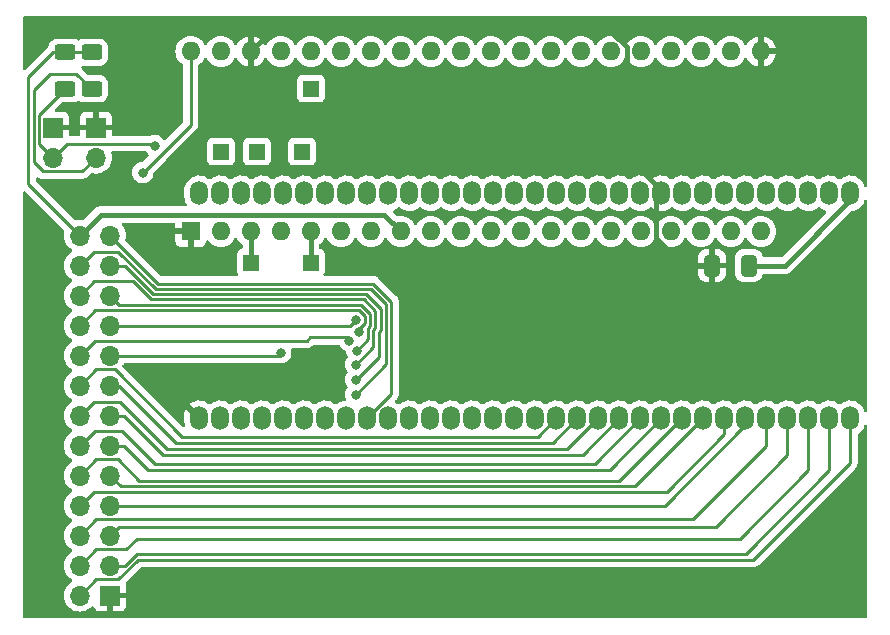
<source format=gbr>
%TF.GenerationSoftware,KiCad,Pcbnew,7.0.9-7.0.9~ubuntu20.04.1*%
%TF.CreationDate,2023-12-27T13:11:39+01:00*%
%TF.ProjectId,6303X_SDIP_Addon,36333033-585f-4534-9449-505f4164646f,rev?*%
%TF.SameCoordinates,Original*%
%TF.FileFunction,Copper,L2,Bot*%
%TF.FilePolarity,Positive*%
%FSLAX46Y46*%
G04 Gerber Fmt 4.6, Leading zero omitted, Abs format (unit mm)*
G04 Created by KiCad (PCBNEW 7.0.9-7.0.9~ubuntu20.04.1) date 2023-12-27 13:11:39*
%MOMM*%
%LPD*%
G01*
G04 APERTURE LIST*
G04 Aperture macros list*
%AMRoundRect*
0 Rectangle with rounded corners*
0 $1 Rounding radius*
0 $2 $3 $4 $5 $6 $7 $8 $9 X,Y pos of 4 corners*
0 Add a 4 corners polygon primitive as box body*
4,1,4,$2,$3,$4,$5,$6,$7,$8,$9,$2,$3,0*
0 Add four circle primitives for the rounded corners*
1,1,$1+$1,$2,$3*
1,1,$1+$1,$4,$5*
1,1,$1+$1,$6,$7*
1,1,$1+$1,$8,$9*
0 Add four rect primitives between the rounded corners*
20,1,$1+$1,$2,$3,$4,$5,0*
20,1,$1+$1,$4,$5,$6,$7,0*
20,1,$1+$1,$6,$7,$8,$9,0*
20,1,$1+$1,$8,$9,$2,$3,0*%
G04 Aperture macros list end*
%TA.AperFunction,ComponentPad*%
%ADD10R,1.700000X1.700000*%
%TD*%
%TA.AperFunction,ComponentPad*%
%ADD11O,1.700000X1.700000*%
%TD*%
%TA.AperFunction,ComponentPad*%
%ADD12R,1.350000X1.350000*%
%TD*%
%TA.AperFunction,ComponentPad*%
%ADD13R,1.600000X1.600000*%
%TD*%
%TA.AperFunction,ComponentPad*%
%ADD14O,1.600000X1.600000*%
%TD*%
%TA.AperFunction,ComponentPad*%
%ADD15O,1.500000X2.000000*%
%TD*%
%TA.AperFunction,SMDPad,CuDef*%
%ADD16RoundRect,0.250000X0.412500X0.650000X-0.412500X0.650000X-0.412500X-0.650000X0.412500X-0.650000X0*%
%TD*%
%TA.AperFunction,SMDPad,CuDef*%
%ADD17RoundRect,0.250000X-0.625000X0.400000X-0.625000X-0.400000X0.625000X-0.400000X0.625000X0.400000X0*%
%TD*%
%TA.AperFunction,ViaPad*%
%ADD18C,0.800000*%
%TD*%
%TA.AperFunction,Conductor*%
%ADD19C,0.250000*%
%TD*%
%TA.AperFunction,Conductor*%
%ADD20C,0.400000*%
%TD*%
G04 APERTURE END LIST*
D10*
%TO.P,JP1,1,A*%
%TO.N,GND*%
X162052000Y-43942000D03*
D11*
%TO.P,JP1,2,B*%
%TO.N,/MP0*%
X162052000Y-46482000D03*
%TD*%
D12*
%TO.P,J4,1,Pin_1*%
%TO.N,Net-(J4-Pin_1)*%
X183896000Y-40640000D03*
%TD*%
D13*
%TO.P,U3,1,VSS*%
%TO.N,GND*%
X173736000Y-52730400D03*
D14*
%TO.P,U3,2,~{HALT}*%
%TO.N,/~{HALT}*%
X176276000Y-52730400D03*
%TO.P,U3,3,MR*%
%TO.N,Net-(J3-Pin_1)*%
X178816000Y-52730400D03*
%TO.P,U3,4,~{IRQ}*%
%TO.N,/~{IRQ1}*%
X181356000Y-52730400D03*
%TO.P,U3,5,VMA*%
%TO.N,Net-(J6-Pin_1)*%
X183896000Y-52730400D03*
%TO.P,U3,6,~{NMI}*%
%TO.N,/~{NMI}*%
X186436000Y-52730400D03*
%TO.P,U3,7,BA*%
%TO.N,/BA*%
X188976000Y-52730400D03*
%TO.P,U3,8,VCC*%
%TO.N,+5V*%
X191516000Y-52730400D03*
%TO.P,U3,9,A0*%
%TO.N,/A0*%
X194056000Y-52730400D03*
%TO.P,U3,10,A1*%
%TO.N,/A1*%
X196596000Y-52730400D03*
%TO.P,U3,11,A2*%
%TO.N,/A2*%
X199136000Y-52730400D03*
%TO.P,U3,12,A3*%
%TO.N,/A3*%
X201676000Y-52730400D03*
%TO.P,U3,13,A4*%
%TO.N,/A4*%
X204216000Y-52730400D03*
%TO.P,U3,14,A5*%
%TO.N,/A5*%
X206756000Y-52730400D03*
%TO.P,U3,15,A6*%
%TO.N,/A6*%
X209296000Y-52730400D03*
%TO.P,U3,16,A7*%
%TO.N,/A7*%
X211836000Y-52730400D03*
%TO.P,U3,17,A8*%
%TO.N,/A8*%
X214376000Y-52730400D03*
%TO.P,U3,18,A9*%
%TO.N,/A9*%
X216916000Y-52730400D03*
%TO.P,U3,19,A10*%
%TO.N,/A10*%
X219456000Y-52730400D03*
%TO.P,U3,20,A11*%
%TO.N,/A11*%
X221996000Y-52730400D03*
%TO.P,U3,21,VSS*%
%TO.N,GND*%
X221996000Y-37490400D03*
%TO.P,U3,22,A12*%
%TO.N,/A12*%
X219456000Y-37490400D03*
%TO.P,U3,23,A13*%
%TO.N,/A13*%
X216916000Y-37490400D03*
%TO.P,U3,24,A14*%
%TO.N,/A14*%
X214376000Y-37490400D03*
%TO.P,U3,25,A15*%
%TO.N,/A15*%
X211836000Y-37490400D03*
%TO.P,U3,26,D7*%
%TO.N,/D7*%
X209296000Y-37490400D03*
%TO.P,U3,27,D6*%
%TO.N,/D6*%
X206756000Y-37490400D03*
%TO.P,U3,28,D5*%
%TO.N,/D5*%
X204216000Y-37490400D03*
%TO.P,U3,29,D4*%
%TO.N,/D4*%
X201676000Y-37490400D03*
%TO.P,U3,30,D3*%
%TO.N,/D3*%
X199136000Y-37490400D03*
%TO.P,U3,31,D2*%
%TO.N,/D2*%
X196596000Y-37490400D03*
%TO.P,U3,32,D1*%
%TO.N,/D1*%
X194056000Y-37490400D03*
%TO.P,U3,33,D0*%
%TO.N,/D0*%
X191516000Y-37490400D03*
%TO.P,U3,34,R/~{W}*%
%TO.N,/R{slash}~{W}*%
X188976000Y-37490400D03*
%TO.P,U3,35,VCC_STANDBY*%
%TO.N,+5C*%
X186436000Y-37490400D03*
%TO.P,U3,36,RE*%
%TO.N,Net-(J4-Pin_1)*%
X183896000Y-37490400D03*
%TO.P,U3,37,E*%
%TO.N,/PHI2*%
X181356000Y-37490400D03*
%TO.P,U3,38,XTAL*%
%TO.N,GND*%
X178816000Y-37490400D03*
%TO.P,U3,39,EXTAL*%
%TO.N,/CPUCLK*%
X176276000Y-37490400D03*
%TO.P,U3,40,~{RESET}*%
%TO.N,/~{RST}*%
X173736000Y-37490400D03*
%TD*%
D10*
%TO.P,J1,1,Pin_1*%
%TO.N,GND*%
X166878000Y-83566000D03*
D11*
%TO.P,J1,2,Pin_2*%
%TO.N,/P67*%
X164338000Y-83566000D03*
%TO.P,J1,3,Pin_3*%
%TO.N,/P66*%
X166878000Y-81026000D03*
%TO.P,J1,4,Pin_4*%
%TO.N,/P65*%
X164338000Y-81026000D03*
%TO.P,J1,5,Pin_5*%
%TO.N,/P64*%
X166878000Y-78486000D03*
%TO.P,J1,6,Pin_6*%
%TO.N,/P63*%
X164338000Y-78486000D03*
%TO.P,J1,7,Pin_7*%
%TO.N,/P62*%
X166878000Y-75946000D03*
%TO.P,J1,8,Pin_8*%
%TO.N,/P61*%
X164338000Y-75946000D03*
%TO.P,J1,9,Pin_9*%
%TO.N,/P60*%
X166878000Y-73406000D03*
%TO.P,J1,10,Pin_10*%
%TO.N,/P57*%
X164338000Y-73406000D03*
%TO.P,J1,11,Pin_11*%
%TO.N,/P56*%
X166878000Y-70866000D03*
%TO.P,J1,12,Pin_12*%
%TO.N,/P55*%
X164338000Y-70866000D03*
%TO.P,J1,13,Pin_13*%
%TO.N,/P54*%
X166878000Y-68326000D03*
%TO.P,J1,14,Pin_14*%
%TO.N,/P53*%
X164338000Y-68326000D03*
%TO.P,J1,15,Pin_15*%
%TO.N,/P52*%
X166878000Y-65786000D03*
%TO.P,J1,16,Pin_16*%
%TO.N,/P51*%
X164338000Y-65786000D03*
%TO.P,J1,17,Pin_17*%
%TO.N,/~{IRQ1}*%
X166878000Y-63246000D03*
%TO.P,J1,18,Pin_18*%
%TO.N,/P27*%
X164338000Y-63246000D03*
%TO.P,J1,19,Pin_19*%
%TO.N,/P26*%
X166878000Y-60706000D03*
%TO.P,J1,20,Pin_20*%
%TO.N,/P25*%
X164338000Y-60706000D03*
%TO.P,J1,21,Pin_21*%
%TO.N,/P24*%
X166878000Y-58166000D03*
%TO.P,J1,22,Pin_22*%
%TO.N,/P23*%
X164338000Y-58166000D03*
%TO.P,J1,23,Pin_23*%
%TO.N,/P22*%
X166878000Y-55626000D03*
%TO.P,J1,24,Pin_24*%
%TO.N,/P21*%
X164338000Y-55626000D03*
%TO.P,J1,25,Pin_25*%
%TO.N,/P20*%
X166878000Y-53086000D03*
%TO.P,J1,26,Pin_26*%
%TO.N,+5V*%
X164338000Y-53086000D03*
%TD*%
D15*
%TO.P,U2,1,GND*%
%TO.N,GND*%
X174442000Y-68550000D03*
%TO.P,U2,2,XTAL*%
%TO.N,unconnected-(U2-XTAL-Pad2)*%
X176220000Y-68550000D03*
%TO.P,U2,3,EXTAL/CLK*%
%TO.N,/CPUCLK*%
X177998000Y-68550000D03*
%TO.P,U2,4,MP0*%
%TO.N,/MP0*%
X179776000Y-68550000D03*
%TO.P,U2,5,MP1*%
%TO.N,/MP1*%
X181554000Y-68550000D03*
%TO.P,U2,6,~{RST}*%
%TO.N,/~{RST}*%
X183332000Y-68550000D03*
%TO.P,U2,7,~{STBY}*%
%TO.N,/~{HALT}*%
X185110000Y-68550000D03*
%TO.P,U2,8,~{NMI}*%
%TO.N,/~{NMI}*%
X186888000Y-68550000D03*
%TO.P,U2,9,P20/Tin*%
%TO.N,/P20*%
X188666000Y-68550000D03*
%TO.P,U2,10,P21/Tout1*%
%TO.N,/P21*%
X190444000Y-68550000D03*
%TO.P,U2,11,P22/SCLK*%
%TO.N,/P22*%
X192222000Y-68550000D03*
%TO.P,U2,12,P23/RX*%
%TO.N,/P23*%
X194000000Y-68550000D03*
%TO.P,U2,13,P24/TX*%
%TO.N,/P24*%
X195778000Y-68550000D03*
%TO.P,U2,14,P25/Tout2*%
%TO.N,/P25*%
X197556000Y-68550000D03*
%TO.P,U2,15,P26/Tout3*%
%TO.N,/P26*%
X199334000Y-68550000D03*
%TO.P,U2,16,P27/Tclk*%
%TO.N,/P27*%
X201112000Y-68550000D03*
%TO.P,U2,17,P50/~{IRQ1}*%
%TO.N,/~{IRQ1}*%
X202890000Y-68550000D03*
%TO.P,U2,18,P51/~{IRQ2}*%
%TO.N,/P51*%
X204668000Y-68550000D03*
%TO.P,U2,19,P52/MR*%
%TO.N,/P52*%
X206446000Y-68550000D03*
%TO.P,U2,20,P53/~{HALT}*%
%TO.N,/P53*%
X208224000Y-68550000D03*
%TO.P,U2,21,P54*%
%TO.N,/P54*%
X210002000Y-68550000D03*
%TO.P,U2,22,P55*%
%TO.N,/P55*%
X211780000Y-68550000D03*
%TO.P,U2,23,P56*%
%TO.N,/P56*%
X213558000Y-68550000D03*
%TO.P,U2,24,P57*%
%TO.N,/P57*%
X215336000Y-68550000D03*
%TO.P,U2,25,P60*%
%TO.N,/P60*%
X217114000Y-68550000D03*
%TO.P,U2,26,P61*%
%TO.N,/P61*%
X218892000Y-68550000D03*
%TO.P,U2,27,P62*%
%TO.N,/P62*%
X220670000Y-68550000D03*
%TO.P,U2,28,P63*%
%TO.N,/P63*%
X222448000Y-68550000D03*
%TO.P,U2,29,P64*%
%TO.N,/P64*%
X224226000Y-68550000D03*
%TO.P,U2,30,P65*%
%TO.N,/P65*%
X226004000Y-68550000D03*
%TO.P,U2,31,P66*%
%TO.N,/P66*%
X227782000Y-68550000D03*
%TO.P,U2,32,P67*%
%TO.N,/P67*%
X229560000Y-68550000D03*
%TO.P,U2,33,Vcc*%
%TO.N,+5V*%
X229560000Y-49500000D03*
%TO.P,U2,34,A15*%
%TO.N,/A15*%
X227782000Y-49500000D03*
%TO.P,U2,35,A14*%
%TO.N,/A14*%
X226004000Y-49500000D03*
%TO.P,U2,36,A13*%
%TO.N,/A13*%
X224226000Y-49500000D03*
%TO.P,U2,37,A12*%
%TO.N,/A12*%
X222448000Y-49500000D03*
%TO.P,U2,38,A11*%
%TO.N,/A11*%
X220670000Y-49500000D03*
%TO.P,U2,39,A10*%
%TO.N,/A10*%
X218892000Y-49500000D03*
%TO.P,U2,40,A9*%
%TO.N,/A9*%
X217114000Y-49500000D03*
%TO.P,U2,41,A8*%
%TO.N,/A8*%
X215336000Y-49500000D03*
%TO.P,U2,42,GND*%
%TO.N,GND*%
X213558000Y-49500000D03*
%TO.P,U2,43,A7*%
%TO.N,/A7*%
X211780000Y-49500000D03*
%TO.P,U2,44,A6*%
%TO.N,/A6*%
X210002000Y-49500000D03*
%TO.P,U2,45,A5*%
%TO.N,/A5*%
X208224000Y-49500000D03*
%TO.P,U2,46,A4*%
%TO.N,/A4*%
X206446000Y-49500000D03*
%TO.P,U2,47,A3*%
%TO.N,/A3*%
X204668000Y-49500000D03*
%TO.P,U2,48,A2*%
%TO.N,/A2*%
X202890000Y-49500000D03*
%TO.P,U2,49,A1*%
%TO.N,/A1*%
X201112000Y-49500000D03*
%TO.P,U2,50,A0*%
%TO.N,/A0*%
X199334000Y-49500000D03*
%TO.P,U2,51,D7*%
%TO.N,/D7*%
X197556000Y-49500000D03*
%TO.P,U2,52,D6*%
%TO.N,/D6*%
X195778000Y-49500000D03*
%TO.P,U2,53,D5*%
%TO.N,/D5*%
X194000000Y-49500000D03*
%TO.P,U2,54,D4*%
%TO.N,/D4*%
X192222000Y-49500000D03*
%TO.P,U2,55,D3*%
%TO.N,/D3*%
X190444000Y-49500000D03*
%TO.P,U2,56,D2*%
%TO.N,/D2*%
X188666000Y-49500000D03*
%TO.P,U2,57,D1*%
%TO.N,/D1*%
X186888000Y-49500000D03*
%TO.P,U2,58,D0*%
%TO.N,/D0*%
X185110000Y-49500000D03*
%TO.P,U2,59,BA*%
%TO.N,/BA*%
X183332000Y-49500000D03*
%TO.P,U2,60,~{LIR}*%
%TO.N,/~{LIR}*%
X181554000Y-49500000D03*
%TO.P,U2,61,R/~{W}*%
%TO.N,/R{slash}~{W}*%
X179776000Y-49500000D03*
%TO.P,U2,62,~{WR}*%
%TO.N,/~{WR}*%
X177998000Y-49500000D03*
%TO.P,U2,63,~{RD}*%
%TO.N,/~{RD}*%
X176220000Y-49500000D03*
%TO.P,U2,64,E*%
%TO.N,/PHI2*%
X174442000Y-49500000D03*
%TD*%
D10*
%TO.P,JP2,1,A*%
%TO.N,GND*%
X165709600Y-43942000D03*
D11*
%TO.P,JP2,2,B*%
%TO.N,/MP1*%
X165709600Y-46482000D03*
%TD*%
D12*
%TO.P,J7,1,Pin_1*%
%TO.N,/~{LIR}*%
X183134000Y-45974000D03*
%TD*%
%TO.P,J6,1,Pin_1*%
%TO.N,Net-(J6-Pin_1)*%
X183896000Y-55372000D03*
%TD*%
%TO.P,J9,1,Pin_1*%
%TO.N,/~{WR}*%
X179324000Y-45974000D03*
%TD*%
%TO.P,J8,1,Pin_1*%
%TO.N,/~{RD}*%
X176276000Y-45974000D03*
%TD*%
%TO.P,J3,1,Pin_1*%
%TO.N,Net-(J3-Pin_1)*%
X178816000Y-55372000D03*
%TD*%
D16*
%TO.P,C1,1*%
%TO.N,+5V*%
X220980000Y-55626000D03*
%TO.P,C1,2*%
%TO.N,GND*%
X217855000Y-55626000D03*
%TD*%
D17*
%TO.P,R1,1*%
%TO.N,+5V*%
X163068000Y-37566000D03*
%TO.P,R1,2*%
%TO.N,/MP0*%
X163068000Y-40666000D03*
%TD*%
%TO.P,R2,1*%
%TO.N,+5V*%
X165354000Y-37566000D03*
%TO.P,R2,2*%
%TO.N,/MP1*%
X165354000Y-40666000D03*
%TD*%
D18*
%TO.N,/P21*%
X187706000Y-66548000D03*
%TO.N,/P22*%
X187706000Y-65278000D03*
%TO.N,/~{IRQ1}*%
X181356000Y-62992000D03*
%TO.N,/~{RST}*%
X169672000Y-47752000D03*
%TO.N,/P23*%
X187706000Y-64008000D03*
%TO.N,/P24*%
X187772216Y-62831644D03*
%TO.N,/MP0*%
X170688000Y-45466000D03*
%TO.N,/P25*%
X187948584Y-61274276D03*
%TO.N,/P26*%
X187686999Y-60198000D03*
%TO.N,/P27*%
X187165997Y-61974321D03*
%TD*%
D19*
%TO.N,+5V*%
X163068000Y-37566000D02*
X162078000Y-37566000D01*
D20*
X229560000Y-50094000D02*
X229560000Y-49500000D01*
D19*
X159977000Y-48725000D02*
X164338000Y-53086000D01*
D20*
X220980000Y-55626000D02*
X224028000Y-55626000D01*
D19*
X163068000Y-37566000D02*
X165354000Y-37566000D01*
D20*
X164338000Y-53086000D02*
X166116000Y-51308000D01*
X166116000Y-51308000D02*
X190093600Y-51308000D01*
X190093600Y-51308000D02*
X191516000Y-52730400D01*
D19*
X162078000Y-37566000D02*
X159977000Y-39667000D01*
X159977000Y-39667000D02*
X159977000Y-48725000D01*
D20*
X224028000Y-55626000D02*
X229560000Y-50094000D01*
%TO.N,GND*%
X180492400Y-35814000D02*
X209316657Y-35814000D01*
X213106000Y-49952000D02*
X213558000Y-49500000D01*
X217855000Y-55626000D02*
X215434543Y-55626000D01*
X215434543Y-55626000D02*
X213106000Y-53297457D01*
X213558000Y-49250000D02*
X213558000Y-49500000D01*
X210636000Y-37133343D02*
X210636000Y-46328000D01*
X209316657Y-35814000D02*
X210636000Y-37133343D01*
X213106000Y-53297457D02*
X213106000Y-49952000D01*
X210636000Y-46328000D02*
X213558000Y-49250000D01*
X178816000Y-37490400D02*
X180492400Y-35814000D01*
D19*
%TO.N,/P20*%
X166878000Y-53086000D02*
X170942000Y-57150000D01*
X170942000Y-57150000D02*
X189189996Y-57150000D01*
X190711999Y-58672003D02*
X190711999Y-66504001D01*
X189189996Y-57150000D02*
X190711999Y-58672003D01*
X190711999Y-66504001D02*
X188666000Y-68550000D01*
%TO.N,/P21*%
X165513000Y-54451000D02*
X167606604Y-54451000D01*
X190261999Y-63992001D02*
X187706000Y-66548000D01*
X170755604Y-57600000D02*
X189003600Y-57600000D01*
X164338000Y-55626000D02*
X165513000Y-54451000D01*
X190261999Y-58858399D02*
X190261999Y-63992001D01*
X167606604Y-54451000D02*
X170755604Y-57600000D01*
X189003600Y-57600000D02*
X190261999Y-58858399D01*
%TO.N,/P22*%
X189635000Y-63349000D02*
X187706000Y-65278000D01*
X189635000Y-61255203D02*
X189635000Y-63349000D01*
X188544203Y-58050000D02*
X189811999Y-59317796D01*
X166878000Y-55626000D02*
X168145208Y-55626000D01*
X168145208Y-55626000D02*
X170569208Y-58050000D01*
X189811999Y-61078204D02*
X189635000Y-61255203D01*
X189811999Y-59317796D02*
X189811999Y-61078204D01*
X170569208Y-58050000D02*
X188544203Y-58050000D01*
%TO.N,/~{IRQ1}*%
X181102000Y-63246000D02*
X181356000Y-62992000D01*
X166878000Y-63246000D02*
X181102000Y-63246000D01*
%TO.N,/~{RST}*%
X169672000Y-47752000D02*
X173736000Y-43688000D01*
X173736000Y-43688000D02*
X173736000Y-37490400D01*
%TO.N,/P23*%
X189361999Y-59504192D02*
X189361999Y-60891808D01*
X164338000Y-58166000D02*
X165528000Y-56976000D01*
X168858812Y-56976000D02*
X170382812Y-58500000D01*
X188357807Y-58500000D02*
X189361999Y-59504192D01*
X189361999Y-60891808D02*
X189185000Y-61068807D01*
X189185000Y-61068807D02*
X189185000Y-62529000D01*
X170382812Y-58500000D02*
X188357807Y-58500000D01*
X165528000Y-56976000D02*
X168858812Y-56976000D01*
X189185000Y-62529000D02*
X187706000Y-64008000D01*
%TO.N,/P24*%
X188911999Y-59690588D02*
X188911999Y-60705412D01*
X188735000Y-61868860D02*
X187772216Y-62831644D01*
X166878000Y-58166000D02*
X167662000Y-58950000D01*
X188735000Y-60882411D02*
X188735000Y-61868860D01*
X167662000Y-58950000D02*
X188171411Y-58950000D01*
X188911999Y-60705412D02*
X188735000Y-60882411D01*
X188171411Y-58950000D02*
X188911999Y-59690588D01*
D20*
%TO.N,Net-(J6-Pin_1)*%
X183896000Y-55372000D02*
X183896000Y-52730400D01*
D19*
%TO.N,/MP0*%
X170688000Y-45466000D02*
X170529000Y-45307000D01*
X162052000Y-46482000D02*
X160877000Y-45307000D01*
X160877000Y-42857000D02*
X163068000Y-40666000D01*
X163227000Y-45307000D02*
X162052000Y-46482000D01*
X170529000Y-45307000D02*
X163227000Y-45307000D01*
X160877000Y-45307000D02*
X160877000Y-42857000D01*
%TO.N,/MP1*%
X164534600Y-47657000D02*
X161195000Y-47657000D01*
X165709600Y-46482000D02*
X164534600Y-47657000D01*
X161798000Y-39370000D02*
X164058000Y-39370000D01*
X160427000Y-40741000D02*
X161798000Y-39370000D01*
X160427000Y-46889000D02*
X160427000Y-40741000D01*
X161195000Y-47657000D02*
X160427000Y-46889000D01*
X164058000Y-39370000D02*
X165354000Y-40666000D01*
D20*
%TO.N,Net-(J3-Pin_1)*%
X178816000Y-52730400D02*
X178816000Y-55372000D01*
D19*
%TO.N,/P25*%
X188461999Y-59876984D02*
X188461999Y-60484001D01*
X187948584Y-60997416D02*
X187948584Y-61274276D01*
X164338000Y-60706000D02*
X165621000Y-59423000D01*
X165621000Y-59423000D02*
X188008015Y-59423000D01*
X188008015Y-59423000D02*
X188461999Y-59876984D01*
X188461999Y-60484001D02*
X187948584Y-60997416D01*
%TO.N,/P26*%
X166878000Y-60706000D02*
X187178999Y-60706000D01*
X187178999Y-60706000D02*
X187686999Y-60198000D01*
%TO.N,/P27*%
X183828984Y-61709000D02*
X186900676Y-61709000D01*
X164338000Y-63246000D02*
X165608000Y-61976000D01*
X165608000Y-61976000D02*
X183561984Y-61976000D01*
X186900676Y-61709000D02*
X187165997Y-61974321D01*
X183561984Y-61976000D02*
X183828984Y-61709000D01*
%TO.N,/P51*%
X203114000Y-70104000D02*
X204668000Y-68550000D01*
X167291000Y-64421000D02*
X172974000Y-70104000D01*
X165703000Y-64421000D02*
X167291000Y-64421000D01*
X164338000Y-65786000D02*
X165703000Y-64421000D01*
X172974000Y-70104000D02*
X203114000Y-70104000D01*
%TO.N,/P52*%
X167640000Y-65786000D02*
X172466000Y-70612000D01*
X172466000Y-70612000D02*
X204384000Y-70612000D01*
X204384000Y-70612000D02*
X206446000Y-68550000D01*
X166878000Y-65786000D02*
X167640000Y-65786000D01*
%TO.N,/P53*%
X205596000Y-71178000D02*
X208224000Y-68550000D01*
X167735000Y-67151000D02*
X171762000Y-71178000D01*
X171762000Y-71178000D02*
X205596000Y-71178000D01*
X165513000Y-67151000D02*
X167735000Y-67151000D01*
X164338000Y-68326000D02*
X165513000Y-67151000D01*
%TO.N,/P54*%
X209296004Y-68579995D02*
X209295995Y-68580004D01*
X166878000Y-68326000D02*
X168080081Y-68326000D01*
X168080081Y-68326000D02*
X171382081Y-71628000D01*
X206924000Y-71628000D02*
X210002000Y-68550000D01*
X171382081Y-71628000D02*
X206924000Y-71628000D01*
%TO.N,/P55*%
X167894000Y-69596000D02*
X170688000Y-72390000D01*
X165608000Y-69596000D02*
X167894000Y-69596000D01*
X207940000Y-72390000D02*
X211780000Y-68550000D01*
X170688000Y-72390000D02*
X207940000Y-72390000D01*
X164338000Y-70866000D02*
X165608000Y-69596000D01*
%TO.N,/P56*%
X168080081Y-70866000D02*
X166878000Y-70866000D01*
X170112081Y-72898000D02*
X168080081Y-70866000D01*
X209210000Y-72898000D02*
X170112081Y-72898000D01*
X213558000Y-68550000D02*
X209210000Y-72898000D01*
%TO.N,/P57*%
X169375000Y-73871000D02*
X210015000Y-73871000D01*
X165703000Y-72041000D02*
X167545000Y-72041000D01*
X210015000Y-73871000D02*
X215336000Y-68550000D01*
X167545000Y-72041000D02*
X169375000Y-73871000D01*
X164338000Y-73406000D02*
X165703000Y-72041000D01*
%TO.N,/P60*%
X217114000Y-68550000D02*
X211343000Y-74321000D01*
X211343000Y-74321000D02*
X167793000Y-74321000D01*
X167793000Y-74321000D02*
X166878000Y-73406000D01*
%TO.N,/P61*%
X165513000Y-74771000D02*
X214027000Y-74771000D01*
X218892000Y-69906000D02*
X218892000Y-68550000D01*
X164338000Y-75946000D02*
X165513000Y-74771000D01*
X214027000Y-74771000D02*
X218892000Y-69906000D01*
%TO.N,/P62*%
X220670000Y-69144000D02*
X213868000Y-75946000D01*
X213868000Y-75946000D02*
X166878000Y-75946000D01*
X220670000Y-68550000D02*
X220670000Y-69144000D01*
%TO.N,/P63*%
X165703000Y-77121000D02*
X216249000Y-77121000D01*
X216249000Y-77121000D02*
X222448000Y-70922000D01*
X222448000Y-70922000D02*
X222448000Y-68550000D01*
X164338000Y-78486000D02*
X165703000Y-77121000D01*
%TO.N,/P64*%
X218186000Y-77724000D02*
X167640000Y-77724000D01*
X224226000Y-71684000D02*
X218186000Y-77724000D01*
X167640000Y-77724000D02*
X166878000Y-78486000D01*
X224226000Y-68550000D02*
X224226000Y-71684000D01*
%TO.N,/P65*%
X169164000Y-78740000D02*
X220218000Y-78740000D01*
X226004000Y-72954000D02*
X226004000Y-68550000D01*
X168243000Y-79661000D02*
X169164000Y-78740000D01*
X165703000Y-79661000D02*
X168243000Y-79661000D01*
X164338000Y-81026000D02*
X165703000Y-79661000D01*
X220218000Y-78740000D02*
X226004000Y-72954000D01*
%TO.N,/P66*%
X227782000Y-72954000D02*
X220726000Y-80010000D01*
X168148000Y-81026000D02*
X166878000Y-81026000D01*
X227782000Y-68550000D02*
X227782000Y-72954000D01*
X220726000Y-80010000D02*
X169164000Y-80010000D01*
X169164000Y-80010000D02*
X168148000Y-81026000D01*
%TO.N,/P67*%
X221361000Y-80518000D02*
X229560000Y-72319000D01*
X169292396Y-80518000D02*
X221361000Y-80518000D01*
X165703000Y-82201000D02*
X167609396Y-82201000D01*
X167609396Y-82201000D02*
X169292396Y-80518000D01*
X229560000Y-72319000D02*
X229560000Y-68550000D01*
X164338000Y-83566000D02*
X165703000Y-82201000D01*
%TD*%
%TA.AperFunction,Conductor*%
%TO.N,GND*%
G36*
X159705703Y-49338739D02*
G01*
X159712180Y-49344770D01*
X161356130Y-50988721D01*
X162997761Y-52630352D01*
X163031246Y-52691675D01*
X163029855Y-52750124D01*
X163002937Y-52850589D01*
X163002937Y-52850590D01*
X162982341Y-53085999D01*
X162982341Y-53086000D01*
X163002936Y-53321403D01*
X163002938Y-53321413D01*
X163064094Y-53549655D01*
X163064096Y-53549659D01*
X163064097Y-53549663D01*
X163105187Y-53637780D01*
X163163965Y-53763830D01*
X163163967Y-53763834D01*
X163299501Y-53957395D01*
X163299506Y-53957402D01*
X163466597Y-54124493D01*
X163466603Y-54124498D01*
X163652158Y-54254425D01*
X163695783Y-54309002D01*
X163702977Y-54378500D01*
X163671454Y-54440855D01*
X163652158Y-54457575D01*
X163466597Y-54587505D01*
X163299505Y-54754597D01*
X163163965Y-54948169D01*
X163163964Y-54948171D01*
X163064098Y-55162335D01*
X163064094Y-55162344D01*
X163002938Y-55390586D01*
X163002936Y-55390596D01*
X162982341Y-55625999D01*
X162982341Y-55626000D01*
X163002936Y-55861403D01*
X163002938Y-55861413D01*
X163064094Y-56089655D01*
X163064096Y-56089659D01*
X163064097Y-56089663D01*
X163111107Y-56190476D01*
X163163965Y-56303830D01*
X163163967Y-56303834D01*
X163299501Y-56497395D01*
X163299506Y-56497402D01*
X163466597Y-56664493D01*
X163466603Y-56664498D01*
X163652158Y-56794425D01*
X163695783Y-56849002D01*
X163702977Y-56918500D01*
X163671454Y-56980855D01*
X163652158Y-56997575D01*
X163466597Y-57127505D01*
X163299505Y-57294597D01*
X163163965Y-57488169D01*
X163163964Y-57488171D01*
X163064098Y-57702335D01*
X163064094Y-57702344D01*
X163002938Y-57930586D01*
X163002936Y-57930596D01*
X162982341Y-58165999D01*
X162982341Y-58166000D01*
X163002936Y-58401403D01*
X163002938Y-58401413D01*
X163064094Y-58629655D01*
X163064096Y-58629659D01*
X163064097Y-58629663D01*
X163111508Y-58731335D01*
X163163965Y-58843830D01*
X163163967Y-58843834D01*
X163299501Y-59037395D01*
X163299506Y-59037402D01*
X163466597Y-59204493D01*
X163466603Y-59204498D01*
X163652158Y-59334425D01*
X163695783Y-59389002D01*
X163702977Y-59458500D01*
X163671454Y-59520855D01*
X163652158Y-59537575D01*
X163466597Y-59667505D01*
X163299505Y-59834597D01*
X163163965Y-60028169D01*
X163163964Y-60028171D01*
X163064098Y-60242335D01*
X163064094Y-60242344D01*
X163002938Y-60470586D01*
X163002936Y-60470596D01*
X162982341Y-60705999D01*
X162982341Y-60706000D01*
X163002936Y-60941403D01*
X163002938Y-60941413D01*
X163064094Y-61169655D01*
X163064096Y-61169659D01*
X163064097Y-61169663D01*
X163068000Y-61178032D01*
X163163965Y-61383830D01*
X163163967Y-61383834D01*
X163299501Y-61577395D01*
X163299506Y-61577402D01*
X163466597Y-61744493D01*
X163466603Y-61744498D01*
X163652158Y-61874425D01*
X163695783Y-61929002D01*
X163702977Y-61998500D01*
X163671454Y-62060855D01*
X163652158Y-62077575D01*
X163466597Y-62207505D01*
X163299505Y-62374597D01*
X163163965Y-62568169D01*
X163163964Y-62568171D01*
X163064098Y-62782335D01*
X163064094Y-62782344D01*
X163002938Y-63010586D01*
X163002936Y-63010596D01*
X162982341Y-63245999D01*
X162982341Y-63246000D01*
X163002936Y-63481403D01*
X163002938Y-63481413D01*
X163064094Y-63709655D01*
X163064096Y-63709659D01*
X163064097Y-63709663D01*
X163138915Y-63870110D01*
X163163965Y-63923830D01*
X163163967Y-63923834D01*
X163299501Y-64117395D01*
X163299506Y-64117402D01*
X163466597Y-64284493D01*
X163466603Y-64284498D01*
X163652158Y-64414425D01*
X163695783Y-64469002D01*
X163702977Y-64538500D01*
X163671454Y-64600855D01*
X163652158Y-64617575D01*
X163466597Y-64747505D01*
X163299505Y-64914597D01*
X163163965Y-65108169D01*
X163163964Y-65108171D01*
X163064098Y-65322335D01*
X163064094Y-65322344D01*
X163002938Y-65550586D01*
X163002936Y-65550596D01*
X162982341Y-65785999D01*
X162982341Y-65786000D01*
X163002936Y-66021403D01*
X163002938Y-66021413D01*
X163064094Y-66249655D01*
X163064096Y-66249659D01*
X163064097Y-66249663D01*
X163078816Y-66281228D01*
X163163965Y-66463830D01*
X163163967Y-66463834D01*
X163299501Y-66657395D01*
X163299506Y-66657402D01*
X163466597Y-66824493D01*
X163466603Y-66824498D01*
X163652158Y-66954425D01*
X163695783Y-67009002D01*
X163702977Y-67078500D01*
X163671454Y-67140855D01*
X163652158Y-67157575D01*
X163466597Y-67287505D01*
X163299505Y-67454597D01*
X163163965Y-67648169D01*
X163163964Y-67648171D01*
X163064098Y-67862335D01*
X163064094Y-67862344D01*
X163002938Y-68090586D01*
X163002936Y-68090596D01*
X162982341Y-68325999D01*
X162982341Y-68326000D01*
X163002936Y-68561403D01*
X163002938Y-68561413D01*
X163064094Y-68789655D01*
X163064096Y-68789659D01*
X163064097Y-68789663D01*
X163095091Y-68856129D01*
X163163965Y-69003830D01*
X163163967Y-69003834D01*
X163299501Y-69197395D01*
X163299506Y-69197402D01*
X163466597Y-69364493D01*
X163466603Y-69364498D01*
X163652158Y-69494425D01*
X163695783Y-69549002D01*
X163702977Y-69618500D01*
X163671454Y-69680855D01*
X163652158Y-69697575D01*
X163466597Y-69827505D01*
X163299505Y-69994597D01*
X163163965Y-70188169D01*
X163163964Y-70188171D01*
X163064098Y-70402335D01*
X163064094Y-70402344D01*
X163002938Y-70630586D01*
X163002936Y-70630596D01*
X162982341Y-70865999D01*
X162982341Y-70866000D01*
X163002936Y-71101403D01*
X163002938Y-71101413D01*
X163064094Y-71329655D01*
X163064096Y-71329659D01*
X163064097Y-71329663D01*
X163125447Y-71461228D01*
X163163965Y-71543830D01*
X163163967Y-71543834D01*
X163299501Y-71737395D01*
X163299506Y-71737402D01*
X163466597Y-71904493D01*
X163466603Y-71904498D01*
X163652158Y-72034425D01*
X163695783Y-72089002D01*
X163702977Y-72158500D01*
X163671454Y-72220855D01*
X163652158Y-72237575D01*
X163466597Y-72367505D01*
X163299505Y-72534597D01*
X163163965Y-72728169D01*
X163163964Y-72728171D01*
X163064098Y-72942335D01*
X163064094Y-72942344D01*
X163002938Y-73170586D01*
X163002936Y-73170596D01*
X162982341Y-73405999D01*
X162982341Y-73406000D01*
X163002936Y-73641403D01*
X163002938Y-73641413D01*
X163064094Y-73869655D01*
X163064096Y-73869659D01*
X163064097Y-73869663D01*
X163126671Y-74003853D01*
X163163965Y-74083830D01*
X163163967Y-74083834D01*
X163299501Y-74277395D01*
X163299506Y-74277402D01*
X163466597Y-74444493D01*
X163466603Y-74444498D01*
X163652158Y-74574425D01*
X163695783Y-74629002D01*
X163702977Y-74698500D01*
X163671454Y-74760855D01*
X163652158Y-74777575D01*
X163466597Y-74907505D01*
X163299505Y-75074597D01*
X163163965Y-75268169D01*
X163163964Y-75268171D01*
X163064098Y-75482335D01*
X163064094Y-75482344D01*
X163002938Y-75710586D01*
X163002936Y-75710596D01*
X162982341Y-75945999D01*
X162982341Y-75946000D01*
X163002936Y-76181403D01*
X163002938Y-76181413D01*
X163064094Y-76409655D01*
X163064096Y-76409659D01*
X163064097Y-76409663D01*
X163105425Y-76498290D01*
X163163965Y-76623830D01*
X163163967Y-76623834D01*
X163299501Y-76817395D01*
X163299506Y-76817402D01*
X163466597Y-76984493D01*
X163466603Y-76984498D01*
X163652158Y-77114425D01*
X163695783Y-77169002D01*
X163702977Y-77238500D01*
X163671454Y-77300855D01*
X163652158Y-77317575D01*
X163466597Y-77447505D01*
X163299505Y-77614597D01*
X163163965Y-77808169D01*
X163163964Y-77808171D01*
X163064098Y-78022335D01*
X163064094Y-78022344D01*
X163002938Y-78250586D01*
X163002936Y-78250596D01*
X162982341Y-78485999D01*
X162982341Y-78486000D01*
X163002936Y-78721403D01*
X163002938Y-78721413D01*
X163064094Y-78949655D01*
X163064096Y-78949659D01*
X163064097Y-78949663D01*
X163105425Y-79038290D01*
X163163965Y-79163830D01*
X163163967Y-79163834D01*
X163299501Y-79357395D01*
X163299506Y-79357402D01*
X163466597Y-79524493D01*
X163466603Y-79524498D01*
X163652158Y-79654425D01*
X163695783Y-79709002D01*
X163702977Y-79778500D01*
X163671454Y-79840855D01*
X163652158Y-79857575D01*
X163466597Y-79987505D01*
X163299505Y-80154597D01*
X163163965Y-80348169D01*
X163163964Y-80348171D01*
X163064098Y-80562335D01*
X163064094Y-80562344D01*
X163002938Y-80790586D01*
X163002936Y-80790596D01*
X162982341Y-81025999D01*
X162982341Y-81026000D01*
X163002936Y-81261403D01*
X163002938Y-81261413D01*
X163064094Y-81489655D01*
X163064096Y-81489659D01*
X163064097Y-81489663D01*
X163105425Y-81578290D01*
X163163965Y-81703830D01*
X163163967Y-81703834D01*
X163299501Y-81897395D01*
X163299506Y-81897402D01*
X163466597Y-82064493D01*
X163466603Y-82064498D01*
X163652158Y-82194425D01*
X163695783Y-82249002D01*
X163702977Y-82318500D01*
X163671454Y-82380855D01*
X163652158Y-82397575D01*
X163466597Y-82527505D01*
X163299505Y-82694597D01*
X163163965Y-82888169D01*
X163163964Y-82888171D01*
X163064098Y-83102335D01*
X163064094Y-83102344D01*
X163002938Y-83330586D01*
X163002936Y-83330596D01*
X162982341Y-83565999D01*
X162982341Y-83566000D01*
X163002936Y-83801403D01*
X163002938Y-83801413D01*
X163064094Y-84029655D01*
X163064096Y-84029659D01*
X163064097Y-84029663D01*
X163163965Y-84243830D01*
X163163967Y-84243834D01*
X163272281Y-84398521D01*
X163299505Y-84437401D01*
X163466599Y-84604495D01*
X163543135Y-84658086D01*
X163660165Y-84740032D01*
X163660167Y-84740033D01*
X163660170Y-84740035D01*
X163874337Y-84839903D01*
X164102592Y-84901063D01*
X164273319Y-84916000D01*
X164337999Y-84921659D01*
X164338000Y-84921659D01*
X164338001Y-84921659D01*
X164402681Y-84916000D01*
X164573408Y-84901063D01*
X164801663Y-84839903D01*
X165015830Y-84740035D01*
X165209401Y-84604495D01*
X165331717Y-84482178D01*
X165393036Y-84448696D01*
X165462728Y-84453680D01*
X165518662Y-84495551D01*
X165535577Y-84526528D01*
X165584646Y-84658088D01*
X165584649Y-84658093D01*
X165670809Y-84773187D01*
X165670812Y-84773190D01*
X165785906Y-84859350D01*
X165785913Y-84859354D01*
X165920620Y-84909596D01*
X165920627Y-84909598D01*
X165980155Y-84915999D01*
X165980172Y-84916000D01*
X166628000Y-84916000D01*
X166628000Y-84001501D01*
X166735685Y-84050680D01*
X166842237Y-84066000D01*
X166913763Y-84066000D01*
X167020315Y-84050680D01*
X167128000Y-84001501D01*
X167128000Y-84916000D01*
X167775828Y-84916000D01*
X167775844Y-84915999D01*
X167835372Y-84909598D01*
X167835379Y-84909596D01*
X167970086Y-84859354D01*
X167970093Y-84859350D01*
X168085187Y-84773190D01*
X168085190Y-84773187D01*
X168171350Y-84658093D01*
X168171354Y-84658086D01*
X168221596Y-84523379D01*
X168221598Y-84523372D01*
X168227999Y-84463844D01*
X168228000Y-84463827D01*
X168228000Y-83816000D01*
X167311686Y-83816000D01*
X167337493Y-83775844D01*
X167378000Y-83637889D01*
X167378000Y-83494111D01*
X167337493Y-83356156D01*
X167311686Y-83316000D01*
X168228000Y-83316000D01*
X168228000Y-82668172D01*
X168227999Y-82668155D01*
X168221598Y-82608627D01*
X168221597Y-82608623D01*
X168212708Y-82584790D01*
X168207724Y-82515099D01*
X168241205Y-82453779D01*
X169515168Y-81179819D01*
X169576491Y-81146334D01*
X169602849Y-81143500D01*
X221278257Y-81143500D01*
X221293877Y-81145224D01*
X221293904Y-81144939D01*
X221301660Y-81145671D01*
X221301667Y-81145673D01*
X221370814Y-81143500D01*
X221400350Y-81143500D01*
X221407228Y-81142630D01*
X221413041Y-81142172D01*
X221459627Y-81140709D01*
X221478869Y-81135117D01*
X221497912Y-81131174D01*
X221517792Y-81128664D01*
X221561122Y-81111507D01*
X221566646Y-81109617D01*
X221570396Y-81108527D01*
X221611390Y-81096618D01*
X221628629Y-81086422D01*
X221646103Y-81077862D01*
X221664727Y-81070488D01*
X221664727Y-81070487D01*
X221664732Y-81070486D01*
X221702449Y-81043082D01*
X221707305Y-81039892D01*
X221747420Y-81016170D01*
X221761589Y-81001999D01*
X221776379Y-80989368D01*
X221792587Y-80977594D01*
X221822299Y-80941676D01*
X221826212Y-80937376D01*
X229943788Y-72819801D01*
X229956042Y-72809986D01*
X229955859Y-72809764D01*
X229961866Y-72804792D01*
X229961877Y-72804786D01*
X229992775Y-72771882D01*
X230009227Y-72754364D01*
X230019671Y-72743918D01*
X230030120Y-72733471D01*
X230034379Y-72727978D01*
X230038152Y-72723561D01*
X230070062Y-72689582D01*
X230079715Y-72672020D01*
X230090389Y-72655770D01*
X230102673Y-72639936D01*
X230121180Y-72597167D01*
X230123749Y-72591924D01*
X230146196Y-72551093D01*
X230146197Y-72551092D01*
X230151177Y-72531691D01*
X230157478Y-72513288D01*
X230165438Y-72494896D01*
X230172730Y-72448849D01*
X230173911Y-72443152D01*
X230185500Y-72398019D01*
X230185500Y-72377983D01*
X230187027Y-72358582D01*
X230190160Y-72338804D01*
X230185775Y-72292415D01*
X230185500Y-72286577D01*
X230185500Y-69957551D01*
X230205185Y-69890512D01*
X230247391Y-69851459D01*
X230247035Y-69850919D01*
X230250320Y-69848750D01*
X230250749Y-69848353D01*
X230251681Y-69847852D01*
X230427666Y-69707508D01*
X230575765Y-69537996D01*
X230691215Y-69344764D01*
X230759407Y-69163067D01*
X230801392Y-69107219D01*
X230866907Y-69082936D01*
X230935149Y-69097927D01*
X230984453Y-69147434D01*
X230999500Y-69206638D01*
X230999500Y-85375500D01*
X230979815Y-85442539D01*
X230927011Y-85488294D01*
X230875500Y-85499500D01*
X159624500Y-85499500D01*
X159557461Y-85479815D01*
X159511706Y-85427011D01*
X159500500Y-85375500D01*
X159500500Y-49432452D01*
X159520185Y-49365413D01*
X159572989Y-49319658D01*
X159642147Y-49309714D01*
X159705703Y-49338739D01*
G37*
%TD.AperFunction*%
%TA.AperFunction,Conductor*%
G36*
X186329586Y-62354185D02*
G01*
X186369934Y-62396500D01*
X186433464Y-62506537D01*
X186520925Y-62603672D01*
X186560126Y-62647209D01*
X186713262Y-62758469D01*
X186713267Y-62758472D01*
X186800821Y-62797454D01*
X186854058Y-62842704D01*
X186873706Y-62897771D01*
X186886542Y-63019900D01*
X186886543Y-63019903D01*
X186945034Y-63199921D01*
X186945036Y-63199925D01*
X186945037Y-63199928D01*
X186971636Y-63245999D01*
X187008140Y-63309226D01*
X187024612Y-63377126D01*
X187001759Y-63443153D01*
X186992905Y-63454193D01*
X186973472Y-63475776D01*
X186973464Y-63475787D01*
X186878821Y-63639715D01*
X186878818Y-63639722D01*
X186820327Y-63819740D01*
X186820326Y-63819744D01*
X186800540Y-64008000D01*
X186820326Y-64196256D01*
X186820327Y-64196259D01*
X186878818Y-64376277D01*
X186878821Y-64376284D01*
X186973467Y-64540216D01*
X186983806Y-64551699D01*
X186991307Y-64560030D01*
X187021535Y-64623022D01*
X187012909Y-64692357D01*
X186991307Y-64725970D01*
X186973466Y-64745785D01*
X186878821Y-64909715D01*
X186878818Y-64909722D01*
X186832560Y-65052091D01*
X186820326Y-65089744D01*
X186800540Y-65278000D01*
X186820326Y-65466256D01*
X186820327Y-65466259D01*
X186878818Y-65646277D01*
X186878821Y-65646284D01*
X186973467Y-65810216D01*
X186983806Y-65821699D01*
X186991307Y-65830030D01*
X187021535Y-65893022D01*
X187012909Y-65962357D01*
X186991307Y-65995970D01*
X186973466Y-66015785D01*
X186878821Y-66179715D01*
X186878818Y-66179722D01*
X186820327Y-66359740D01*
X186820326Y-66359744D01*
X186800540Y-66548000D01*
X186820326Y-66736256D01*
X186820327Y-66736259D01*
X186871215Y-66892877D01*
X186873210Y-66962718D01*
X186837130Y-67022551D01*
X186774429Y-67053379D01*
X186769930Y-67054073D01*
X186705062Y-67062860D01*
X186608613Y-67075925D01*
X186608611Y-67075925D01*
X186608608Y-67075926D01*
X186394534Y-67145483D01*
X186196321Y-67252146D01*
X186196312Y-67252152D01*
X186077782Y-67346677D01*
X186013096Y-67373086D01*
X185944400Y-67360329D01*
X185914779Y-67339357D01*
X185892827Y-67318369D01*
X185704966Y-67194363D01*
X185497995Y-67105899D01*
X185497982Y-67105895D01*
X185278542Y-67055810D01*
X185278538Y-67055809D01*
X185278537Y-67055809D01*
X185278536Y-67055808D01*
X185278531Y-67055808D01*
X185053674Y-67045710D01*
X185053673Y-67045710D01*
X185053670Y-67045710D01*
X184830613Y-67075925D01*
X184830610Y-67075925D01*
X184830609Y-67075926D01*
X184616534Y-67145483D01*
X184418321Y-67252146D01*
X184418312Y-67252152D01*
X184299782Y-67346677D01*
X184235096Y-67373086D01*
X184166400Y-67360329D01*
X184136779Y-67339357D01*
X184114827Y-67318369D01*
X183926966Y-67194363D01*
X183719995Y-67105899D01*
X183719982Y-67105895D01*
X183500542Y-67055810D01*
X183500538Y-67055809D01*
X183500537Y-67055809D01*
X183500536Y-67055808D01*
X183500531Y-67055808D01*
X183275674Y-67045710D01*
X183275673Y-67045710D01*
X183275670Y-67045710D01*
X183052613Y-67075925D01*
X183052610Y-67075925D01*
X183052609Y-67075926D01*
X182838534Y-67145483D01*
X182640321Y-67252146D01*
X182640312Y-67252152D01*
X182521782Y-67346677D01*
X182457096Y-67373086D01*
X182388400Y-67360329D01*
X182358779Y-67339357D01*
X182336827Y-67318369D01*
X182148966Y-67194363D01*
X181941995Y-67105899D01*
X181941982Y-67105895D01*
X181722542Y-67055810D01*
X181722538Y-67055809D01*
X181722537Y-67055809D01*
X181722536Y-67055808D01*
X181722531Y-67055808D01*
X181497674Y-67045710D01*
X181497673Y-67045710D01*
X181497670Y-67045710D01*
X181274613Y-67075925D01*
X181274610Y-67075925D01*
X181274609Y-67075926D01*
X181060534Y-67145483D01*
X180862321Y-67252146D01*
X180862312Y-67252152D01*
X180743782Y-67346677D01*
X180679096Y-67373086D01*
X180610400Y-67360329D01*
X180580779Y-67339357D01*
X180558827Y-67318369D01*
X180370966Y-67194363D01*
X180163995Y-67105899D01*
X180163982Y-67105895D01*
X179944542Y-67055810D01*
X179944538Y-67055809D01*
X179944537Y-67055809D01*
X179944536Y-67055808D01*
X179944531Y-67055808D01*
X179719674Y-67045710D01*
X179719673Y-67045710D01*
X179719670Y-67045710D01*
X179496613Y-67075925D01*
X179496610Y-67075925D01*
X179496609Y-67075926D01*
X179282534Y-67145483D01*
X179084321Y-67252146D01*
X179084312Y-67252152D01*
X178965782Y-67346677D01*
X178901096Y-67373086D01*
X178832400Y-67360329D01*
X178802779Y-67339357D01*
X178780827Y-67318369D01*
X178592966Y-67194363D01*
X178385995Y-67105899D01*
X178385982Y-67105895D01*
X178166542Y-67055810D01*
X178166538Y-67055809D01*
X178166537Y-67055809D01*
X178166536Y-67055808D01*
X178166531Y-67055808D01*
X177941674Y-67045710D01*
X177941673Y-67045710D01*
X177941670Y-67045710D01*
X177718613Y-67075925D01*
X177718610Y-67075925D01*
X177718609Y-67075926D01*
X177504534Y-67145483D01*
X177306321Y-67252146D01*
X177306312Y-67252152D01*
X177187782Y-67346677D01*
X177123096Y-67373086D01*
X177054400Y-67360329D01*
X177024779Y-67339357D01*
X177002827Y-67318369D01*
X176814966Y-67194363D01*
X176607995Y-67105899D01*
X176607982Y-67105895D01*
X176388542Y-67055810D01*
X176388538Y-67055809D01*
X176388537Y-67055809D01*
X176388536Y-67055808D01*
X176388531Y-67055808D01*
X176163674Y-67045710D01*
X176163673Y-67045710D01*
X176163670Y-67045710D01*
X175940613Y-67075925D01*
X175940610Y-67075925D01*
X175940609Y-67075926D01*
X175726534Y-67145483D01*
X175528321Y-67252146D01*
X175528312Y-67252152D01*
X175409387Y-67346992D01*
X175344701Y-67373401D01*
X175276005Y-67360644D01*
X175246385Y-67339673D01*
X175224510Y-67318760D01*
X175224511Y-67318760D01*
X175036733Y-67194808D01*
X174829830Y-67106375D01*
X174829821Y-67106372D01*
X174610475Y-67056308D01*
X174610464Y-67056306D01*
X174385696Y-67046212D01*
X174162721Y-67076416D01*
X173948731Y-67145945D01*
X173750594Y-67252568D01*
X173610133Y-67364579D01*
X174397600Y-68152046D01*
X174316852Y-68164835D01*
X174203955Y-68222359D01*
X174114359Y-68311955D01*
X174056835Y-68424852D01*
X174044046Y-68505598D01*
X173306505Y-67768057D01*
X173306504Y-67768058D01*
X173232175Y-67966110D01*
X173192000Y-68187494D01*
X173192000Y-68856129D01*
X173207116Y-69024096D01*
X173207117Y-69024103D01*
X173245443Y-69162971D01*
X173244303Y-69232832D01*
X173205575Y-69290986D01*
X173141554Y-69318969D01*
X173072567Y-69307899D01*
X173038231Y-69283641D01*
X170536761Y-66782171D01*
X167971740Y-64217149D01*
X167938255Y-64155826D01*
X167943239Y-64086134D01*
X167957842Y-64058350D01*
X168051653Y-63924374D01*
X168106229Y-63880751D01*
X168153227Y-63871500D01*
X181019257Y-63871500D01*
X181034877Y-63873224D01*
X181034904Y-63872939D01*
X181042660Y-63873671D01*
X181042667Y-63873673D01*
X181111814Y-63871500D01*
X181141350Y-63871500D01*
X181145248Y-63871500D01*
X181145248Y-63871868D01*
X181174329Y-63874002D01*
X181261354Y-63892500D01*
X181450644Y-63892500D01*
X181450646Y-63892500D01*
X181635803Y-63853144D01*
X181808730Y-63776151D01*
X181961871Y-63664888D01*
X182088533Y-63524216D01*
X182183179Y-63360284D01*
X182241674Y-63180256D01*
X182261460Y-62992000D01*
X182241674Y-62803744D01*
X182228700Y-62763817D01*
X182226706Y-62693978D01*
X182262786Y-62634145D01*
X182325487Y-62603316D01*
X182346632Y-62601500D01*
X183479241Y-62601500D01*
X183494861Y-62603224D01*
X183494888Y-62602939D01*
X183502644Y-62603671D01*
X183502651Y-62603673D01*
X183571798Y-62601500D01*
X183601334Y-62601500D01*
X183608212Y-62600630D01*
X183614025Y-62600172D01*
X183660611Y-62598709D01*
X183679853Y-62593117D01*
X183698896Y-62589174D01*
X183718776Y-62586664D01*
X183762106Y-62569507D01*
X183767630Y-62567617D01*
X183771380Y-62566527D01*
X183812374Y-62554618D01*
X183829613Y-62544422D01*
X183847087Y-62535862D01*
X183865711Y-62528488D01*
X183865711Y-62528487D01*
X183865716Y-62528486D01*
X183903433Y-62501082D01*
X183908289Y-62497892D01*
X183948404Y-62474170D01*
X183962573Y-62459999D01*
X183977363Y-62447368D01*
X183993571Y-62435594D01*
X184023278Y-62399682D01*
X184027191Y-62395381D01*
X184042955Y-62379617D01*
X184051757Y-62370817D01*
X184113081Y-62337333D01*
X184139436Y-62334500D01*
X186262547Y-62334500D01*
X186329586Y-62354185D01*
G37*
%TD.AperFunction*%
%TA.AperFunction,Conductor*%
G36*
X230935149Y-50047927D02*
G01*
X230984453Y-50097434D01*
X230999500Y-50156638D01*
X230999500Y-67900031D01*
X230979815Y-67967070D01*
X230927011Y-68012825D01*
X230857853Y-68022769D01*
X230794297Y-67993744D01*
X230756523Y-67934966D01*
X230755969Y-67933020D01*
X230735496Y-67858839D01*
X230735491Y-67858826D01*
X230637832Y-67656033D01*
X230637828Y-67656025D01*
X230505526Y-67473927D01*
X230505525Y-67473925D01*
X230485309Y-67454597D01*
X230342825Y-67318368D01*
X230342823Y-67318366D01*
X230154966Y-67194363D01*
X229947995Y-67105899D01*
X229947982Y-67105895D01*
X229728542Y-67055810D01*
X229728538Y-67055809D01*
X229728537Y-67055809D01*
X229728536Y-67055808D01*
X229728531Y-67055808D01*
X229503674Y-67045710D01*
X229503673Y-67045710D01*
X229503670Y-67045710D01*
X229280613Y-67075925D01*
X229280610Y-67075925D01*
X229280609Y-67075926D01*
X229066534Y-67145483D01*
X228868321Y-67252146D01*
X228868312Y-67252152D01*
X228749782Y-67346677D01*
X228685096Y-67373086D01*
X228616400Y-67360329D01*
X228586779Y-67339357D01*
X228564827Y-67318369D01*
X228376966Y-67194363D01*
X228169995Y-67105899D01*
X228169982Y-67105895D01*
X227950542Y-67055810D01*
X227950538Y-67055809D01*
X227950537Y-67055809D01*
X227950536Y-67055808D01*
X227950531Y-67055808D01*
X227725674Y-67045710D01*
X227725673Y-67045710D01*
X227725670Y-67045710D01*
X227502613Y-67075925D01*
X227502610Y-67075925D01*
X227502609Y-67075926D01*
X227288534Y-67145483D01*
X227090321Y-67252146D01*
X227090312Y-67252152D01*
X226971782Y-67346677D01*
X226907096Y-67373086D01*
X226838400Y-67360329D01*
X226808779Y-67339357D01*
X226786827Y-67318369D01*
X226598966Y-67194363D01*
X226391995Y-67105899D01*
X226391982Y-67105895D01*
X226172542Y-67055810D01*
X226172538Y-67055809D01*
X226172537Y-67055809D01*
X226172536Y-67055808D01*
X226172531Y-67055808D01*
X225947674Y-67045710D01*
X225947673Y-67045710D01*
X225947670Y-67045710D01*
X225724613Y-67075925D01*
X225724610Y-67075925D01*
X225724609Y-67075926D01*
X225510534Y-67145483D01*
X225312321Y-67252146D01*
X225312312Y-67252152D01*
X225193782Y-67346677D01*
X225129096Y-67373086D01*
X225060400Y-67360329D01*
X225030779Y-67339357D01*
X225008827Y-67318369D01*
X224820966Y-67194363D01*
X224613995Y-67105899D01*
X224613982Y-67105895D01*
X224394542Y-67055810D01*
X224394538Y-67055809D01*
X224394537Y-67055809D01*
X224394536Y-67055808D01*
X224394531Y-67055808D01*
X224169674Y-67045710D01*
X224169673Y-67045710D01*
X224169670Y-67045710D01*
X223946613Y-67075925D01*
X223946610Y-67075925D01*
X223946609Y-67075926D01*
X223732534Y-67145483D01*
X223534321Y-67252146D01*
X223534312Y-67252152D01*
X223415782Y-67346677D01*
X223351096Y-67373086D01*
X223282400Y-67360329D01*
X223252779Y-67339357D01*
X223230827Y-67318369D01*
X223042966Y-67194363D01*
X222835995Y-67105899D01*
X222835982Y-67105895D01*
X222616542Y-67055810D01*
X222616538Y-67055809D01*
X222616537Y-67055809D01*
X222616536Y-67055808D01*
X222616531Y-67055808D01*
X222391674Y-67045710D01*
X222391673Y-67045710D01*
X222391670Y-67045710D01*
X222168613Y-67075925D01*
X222168610Y-67075925D01*
X222168609Y-67075926D01*
X221954534Y-67145483D01*
X221756321Y-67252146D01*
X221756312Y-67252152D01*
X221637782Y-67346677D01*
X221573096Y-67373086D01*
X221504400Y-67360329D01*
X221474779Y-67339357D01*
X221452827Y-67318369D01*
X221264966Y-67194363D01*
X221057995Y-67105899D01*
X221057982Y-67105895D01*
X220838542Y-67055810D01*
X220838538Y-67055809D01*
X220838537Y-67055809D01*
X220838536Y-67055808D01*
X220838531Y-67055808D01*
X220613674Y-67045710D01*
X220613673Y-67045710D01*
X220613670Y-67045710D01*
X220390613Y-67075925D01*
X220390610Y-67075925D01*
X220390609Y-67075926D01*
X220176534Y-67145483D01*
X219978321Y-67252146D01*
X219978312Y-67252152D01*
X219859782Y-67346677D01*
X219795096Y-67373086D01*
X219726400Y-67360329D01*
X219696779Y-67339357D01*
X219674827Y-67318369D01*
X219486966Y-67194363D01*
X219279995Y-67105899D01*
X219279982Y-67105895D01*
X219060542Y-67055810D01*
X219060538Y-67055809D01*
X219060537Y-67055809D01*
X219060536Y-67055808D01*
X219060531Y-67055808D01*
X218835674Y-67045710D01*
X218835673Y-67045710D01*
X218835670Y-67045710D01*
X218612613Y-67075925D01*
X218612610Y-67075925D01*
X218612609Y-67075926D01*
X218398534Y-67145483D01*
X218200321Y-67252146D01*
X218200312Y-67252152D01*
X218081782Y-67346677D01*
X218017096Y-67373086D01*
X217948400Y-67360329D01*
X217918779Y-67339357D01*
X217896827Y-67318369D01*
X217708966Y-67194363D01*
X217501995Y-67105899D01*
X217501982Y-67105895D01*
X217282542Y-67055810D01*
X217282538Y-67055809D01*
X217282537Y-67055809D01*
X217282536Y-67055808D01*
X217282531Y-67055808D01*
X217057674Y-67045710D01*
X217057673Y-67045710D01*
X217057670Y-67045710D01*
X216834613Y-67075925D01*
X216834610Y-67075925D01*
X216834609Y-67075926D01*
X216620534Y-67145483D01*
X216422321Y-67252146D01*
X216422312Y-67252152D01*
X216303782Y-67346677D01*
X216239096Y-67373086D01*
X216170400Y-67360329D01*
X216140779Y-67339357D01*
X216118827Y-67318369D01*
X215930966Y-67194363D01*
X215723995Y-67105899D01*
X215723982Y-67105895D01*
X215504542Y-67055810D01*
X215504538Y-67055809D01*
X215504537Y-67055809D01*
X215504536Y-67055808D01*
X215504531Y-67055808D01*
X215279674Y-67045710D01*
X215279673Y-67045710D01*
X215279670Y-67045710D01*
X215056613Y-67075925D01*
X215056610Y-67075925D01*
X215056609Y-67075926D01*
X214842534Y-67145483D01*
X214644321Y-67252146D01*
X214644312Y-67252152D01*
X214525782Y-67346677D01*
X214461096Y-67373086D01*
X214392400Y-67360329D01*
X214362779Y-67339357D01*
X214340827Y-67318369D01*
X214152966Y-67194363D01*
X213945995Y-67105899D01*
X213945982Y-67105895D01*
X213726542Y-67055810D01*
X213726538Y-67055809D01*
X213726537Y-67055809D01*
X213726536Y-67055808D01*
X213726531Y-67055808D01*
X213501674Y-67045710D01*
X213501673Y-67045710D01*
X213501670Y-67045710D01*
X213278613Y-67075925D01*
X213278610Y-67075925D01*
X213278609Y-67075926D01*
X213064534Y-67145483D01*
X212866321Y-67252146D01*
X212866312Y-67252152D01*
X212747782Y-67346677D01*
X212683096Y-67373086D01*
X212614400Y-67360329D01*
X212584779Y-67339357D01*
X212562827Y-67318369D01*
X212374966Y-67194363D01*
X212167995Y-67105899D01*
X212167982Y-67105895D01*
X211948542Y-67055810D01*
X211948538Y-67055809D01*
X211948537Y-67055809D01*
X211948536Y-67055808D01*
X211948531Y-67055808D01*
X211723674Y-67045710D01*
X211723673Y-67045710D01*
X211723670Y-67045710D01*
X211500613Y-67075925D01*
X211500610Y-67075925D01*
X211500609Y-67075926D01*
X211286534Y-67145483D01*
X211088321Y-67252146D01*
X211088312Y-67252152D01*
X210969782Y-67346677D01*
X210905096Y-67373086D01*
X210836400Y-67360329D01*
X210806779Y-67339357D01*
X210784827Y-67318369D01*
X210596966Y-67194363D01*
X210389995Y-67105899D01*
X210389982Y-67105895D01*
X210170542Y-67055810D01*
X210170538Y-67055809D01*
X210170537Y-67055809D01*
X210170536Y-67055808D01*
X210170531Y-67055808D01*
X209945674Y-67045710D01*
X209945673Y-67045710D01*
X209945670Y-67045710D01*
X209722613Y-67075925D01*
X209722610Y-67075925D01*
X209722609Y-67075926D01*
X209508534Y-67145483D01*
X209310321Y-67252146D01*
X209310312Y-67252152D01*
X209191782Y-67346677D01*
X209127096Y-67373086D01*
X209058400Y-67360329D01*
X209028779Y-67339357D01*
X209006827Y-67318369D01*
X208818966Y-67194363D01*
X208611995Y-67105899D01*
X208611982Y-67105895D01*
X208392542Y-67055810D01*
X208392538Y-67055809D01*
X208392537Y-67055809D01*
X208392536Y-67055808D01*
X208392531Y-67055808D01*
X208167674Y-67045710D01*
X208167673Y-67045710D01*
X208167670Y-67045710D01*
X207944613Y-67075925D01*
X207944610Y-67075925D01*
X207944609Y-67075926D01*
X207730534Y-67145483D01*
X207532321Y-67252146D01*
X207532312Y-67252152D01*
X207413782Y-67346677D01*
X207349096Y-67373086D01*
X207280400Y-67360329D01*
X207250779Y-67339357D01*
X207228827Y-67318369D01*
X207040966Y-67194363D01*
X206833995Y-67105899D01*
X206833982Y-67105895D01*
X206614542Y-67055810D01*
X206614538Y-67055809D01*
X206614537Y-67055809D01*
X206614536Y-67055808D01*
X206614531Y-67055808D01*
X206389674Y-67045710D01*
X206389673Y-67045710D01*
X206389670Y-67045710D01*
X206166613Y-67075925D01*
X206166610Y-67075925D01*
X206166609Y-67075926D01*
X205952534Y-67145483D01*
X205754321Y-67252146D01*
X205754312Y-67252152D01*
X205635782Y-67346677D01*
X205571096Y-67373086D01*
X205502400Y-67360329D01*
X205472779Y-67339357D01*
X205450827Y-67318369D01*
X205262966Y-67194363D01*
X205055995Y-67105899D01*
X205055982Y-67105895D01*
X204836542Y-67055810D01*
X204836538Y-67055809D01*
X204836537Y-67055809D01*
X204836536Y-67055808D01*
X204836531Y-67055808D01*
X204611674Y-67045710D01*
X204611673Y-67045710D01*
X204611670Y-67045710D01*
X204388613Y-67075925D01*
X204388610Y-67075925D01*
X204388609Y-67075926D01*
X204174534Y-67145483D01*
X203976321Y-67252146D01*
X203976312Y-67252152D01*
X203857782Y-67346677D01*
X203793096Y-67373086D01*
X203724400Y-67360329D01*
X203694779Y-67339357D01*
X203672827Y-67318369D01*
X203484966Y-67194363D01*
X203277995Y-67105899D01*
X203277982Y-67105895D01*
X203058542Y-67055810D01*
X203058538Y-67055809D01*
X203058537Y-67055809D01*
X203058536Y-67055808D01*
X203058531Y-67055808D01*
X202833674Y-67045710D01*
X202833673Y-67045710D01*
X202833670Y-67045710D01*
X202610613Y-67075925D01*
X202610610Y-67075925D01*
X202610609Y-67075926D01*
X202396534Y-67145483D01*
X202198321Y-67252146D01*
X202198312Y-67252152D01*
X202079782Y-67346677D01*
X202015096Y-67373086D01*
X201946400Y-67360329D01*
X201916779Y-67339357D01*
X201894827Y-67318369D01*
X201706966Y-67194363D01*
X201499995Y-67105899D01*
X201499982Y-67105895D01*
X201280542Y-67055810D01*
X201280538Y-67055809D01*
X201280537Y-67055809D01*
X201280536Y-67055808D01*
X201280531Y-67055808D01*
X201055674Y-67045710D01*
X201055673Y-67045710D01*
X201055670Y-67045710D01*
X200832613Y-67075925D01*
X200832610Y-67075925D01*
X200832609Y-67075926D01*
X200618534Y-67145483D01*
X200420321Y-67252146D01*
X200420312Y-67252152D01*
X200301782Y-67346677D01*
X200237096Y-67373086D01*
X200168400Y-67360329D01*
X200138779Y-67339357D01*
X200116827Y-67318369D01*
X199928966Y-67194363D01*
X199721995Y-67105899D01*
X199721982Y-67105895D01*
X199502542Y-67055810D01*
X199502538Y-67055809D01*
X199502537Y-67055809D01*
X199502536Y-67055808D01*
X199502531Y-67055808D01*
X199277674Y-67045710D01*
X199277673Y-67045710D01*
X199277670Y-67045710D01*
X199054613Y-67075925D01*
X199054610Y-67075925D01*
X199054609Y-67075926D01*
X198840534Y-67145483D01*
X198642321Y-67252146D01*
X198642312Y-67252152D01*
X198523782Y-67346677D01*
X198459096Y-67373086D01*
X198390400Y-67360329D01*
X198360779Y-67339357D01*
X198338827Y-67318369D01*
X198150966Y-67194363D01*
X197943995Y-67105899D01*
X197943982Y-67105895D01*
X197724542Y-67055810D01*
X197724538Y-67055809D01*
X197724537Y-67055809D01*
X197724536Y-67055808D01*
X197724531Y-67055808D01*
X197499674Y-67045710D01*
X197499673Y-67045710D01*
X197499670Y-67045710D01*
X197276613Y-67075925D01*
X197276610Y-67075925D01*
X197276609Y-67075926D01*
X197062534Y-67145483D01*
X196864321Y-67252146D01*
X196864312Y-67252152D01*
X196745782Y-67346677D01*
X196681096Y-67373086D01*
X196612400Y-67360329D01*
X196582779Y-67339357D01*
X196560827Y-67318369D01*
X196372966Y-67194363D01*
X196165995Y-67105899D01*
X196165982Y-67105895D01*
X195946542Y-67055810D01*
X195946538Y-67055809D01*
X195946537Y-67055809D01*
X195946536Y-67055808D01*
X195946531Y-67055808D01*
X195721674Y-67045710D01*
X195721673Y-67045710D01*
X195721670Y-67045710D01*
X195498613Y-67075925D01*
X195498610Y-67075925D01*
X195498609Y-67075926D01*
X195284534Y-67145483D01*
X195086321Y-67252146D01*
X195086312Y-67252152D01*
X194967782Y-67346677D01*
X194903096Y-67373086D01*
X194834400Y-67360329D01*
X194804779Y-67339357D01*
X194782827Y-67318369D01*
X194594966Y-67194363D01*
X194387995Y-67105899D01*
X194387982Y-67105895D01*
X194168542Y-67055810D01*
X194168538Y-67055809D01*
X194168537Y-67055809D01*
X194168536Y-67055808D01*
X194168531Y-67055808D01*
X193943674Y-67045710D01*
X193943673Y-67045710D01*
X193943670Y-67045710D01*
X193720613Y-67075925D01*
X193720610Y-67075925D01*
X193720609Y-67075926D01*
X193506534Y-67145483D01*
X193308321Y-67252146D01*
X193308312Y-67252152D01*
X193189782Y-67346677D01*
X193125096Y-67373086D01*
X193056400Y-67360329D01*
X193026779Y-67339357D01*
X193004827Y-67318369D01*
X192816966Y-67194363D01*
X192609995Y-67105899D01*
X192609982Y-67105895D01*
X192390542Y-67055810D01*
X192390538Y-67055809D01*
X192390537Y-67055809D01*
X192390536Y-67055808D01*
X192390531Y-67055808D01*
X192165674Y-67045710D01*
X192165673Y-67045710D01*
X192165670Y-67045710D01*
X191942613Y-67075925D01*
X191942610Y-67075925D01*
X191942609Y-67075926D01*
X191728534Y-67145483D01*
X191530321Y-67252146D01*
X191530312Y-67252152D01*
X191411782Y-67346677D01*
X191347096Y-67373086D01*
X191278400Y-67360329D01*
X191248779Y-67339357D01*
X191226827Y-67318369D01*
X191085829Y-67225297D01*
X191040724Y-67171937D01*
X191031627Y-67102662D01*
X191061428Y-67039466D01*
X191066442Y-67034146D01*
X191095785Y-67004803D01*
X191108047Y-66994981D01*
X191107864Y-66994760D01*
X191113866Y-66989793D01*
X191113876Y-66989787D01*
X191161240Y-66939349D01*
X191182119Y-66918471D01*
X191186372Y-66912987D01*
X191190149Y-66908564D01*
X191222061Y-66874583D01*
X191231713Y-66857024D01*
X191242388Y-66840773D01*
X191254673Y-66824937D01*
X191273185Y-66782153D01*
X191275741Y-66776936D01*
X191298106Y-66736257D01*
X191298193Y-66736099D01*
X191298193Y-66736098D01*
X191298196Y-66736093D01*
X191303179Y-66716681D01*
X191309476Y-66698292D01*
X191317437Y-66679896D01*
X191324728Y-66633854D01*
X191325907Y-66628163D01*
X191337499Y-66583020D01*
X191337499Y-66562984D01*
X191339026Y-66543583D01*
X191342159Y-66523805D01*
X191337774Y-66477416D01*
X191337499Y-66471578D01*
X191337499Y-58754740D01*
X191339223Y-58739126D01*
X191338937Y-58739099D01*
X191339671Y-58731336D01*
X191337499Y-58662206D01*
X191337499Y-58632654D01*
X191337499Y-58632653D01*
X191336628Y-58625762D01*
X191336171Y-58619948D01*
X191334708Y-58573376D01*
X191329120Y-58554142D01*
X191325173Y-58535084D01*
X191322663Y-58515211D01*
X191305506Y-58471878D01*
X191303613Y-58466349D01*
X191290617Y-58421617D01*
X191290616Y-58421613D01*
X191280419Y-58404371D01*
X191271862Y-58386905D01*
X191264485Y-58368271D01*
X191237082Y-58330553D01*
X191233899Y-58325708D01*
X191210169Y-58285582D01*
X191210164Y-58285576D01*
X191196004Y-58271416D01*
X191183369Y-58256623D01*
X191171592Y-58240415D01*
X191135692Y-58210716D01*
X191131380Y-58206793D01*
X189690799Y-56766212D01*
X189680976Y-56753950D01*
X189680755Y-56754134D01*
X189675782Y-56748123D01*
X189671759Y-56744345D01*
X189625360Y-56700773D01*
X189614915Y-56690328D01*
X189604471Y-56679883D01*
X189598982Y-56675625D01*
X189594557Y-56671847D01*
X189560578Y-56639938D01*
X189560576Y-56639936D01*
X189560573Y-56639935D01*
X189543025Y-56630288D01*
X189526759Y-56619604D01*
X189510929Y-56607325D01*
X189468164Y-56588818D01*
X189462918Y-56586248D01*
X189422089Y-56563803D01*
X189422088Y-56563802D01*
X189402689Y-56558822D01*
X189384277Y-56552518D01*
X189365894Y-56544562D01*
X189365888Y-56544560D01*
X189319870Y-56537272D01*
X189314148Y-56536087D01*
X189269017Y-56524500D01*
X189269015Y-56524500D01*
X189248980Y-56524500D01*
X189229582Y-56522973D01*
X189222158Y-56521797D01*
X189209801Y-56519840D01*
X189209800Y-56519840D01*
X189163412Y-56524225D01*
X189157574Y-56524500D01*
X185086471Y-56524500D01*
X185019432Y-56504815D01*
X184973677Y-56452011D01*
X184963733Y-56382853D01*
X184987204Y-56326189D01*
X184987332Y-56326018D01*
X185014796Y-56289331D01*
X185065091Y-56154483D01*
X185071500Y-56094873D01*
X185071500Y-55876000D01*
X216692501Y-55876000D01*
X216692501Y-56325986D01*
X216702994Y-56428697D01*
X216758141Y-56595119D01*
X216758143Y-56595124D01*
X216850184Y-56744345D01*
X216974154Y-56868315D01*
X217123375Y-56960356D01*
X217123380Y-56960358D01*
X217289802Y-57015505D01*
X217289809Y-57015506D01*
X217392519Y-57025999D01*
X217604999Y-57025999D01*
X217605000Y-57025998D01*
X217605000Y-55876000D01*
X218105000Y-55876000D01*
X218105000Y-57025999D01*
X218317472Y-57025999D01*
X218317486Y-57025998D01*
X218420197Y-57015505D01*
X218586619Y-56960358D01*
X218586624Y-56960356D01*
X218735845Y-56868315D01*
X218859815Y-56744345D01*
X218951856Y-56595124D01*
X218951858Y-56595119D01*
X219007005Y-56428697D01*
X219007006Y-56428690D01*
X219017499Y-56325986D01*
X219017500Y-56325973D01*
X219017500Y-55876000D01*
X218105000Y-55876000D01*
X217605000Y-55876000D01*
X216692501Y-55876000D01*
X185071500Y-55876000D01*
X185071500Y-55376000D01*
X216692500Y-55376000D01*
X217605000Y-55376000D01*
X217605000Y-54226000D01*
X218105000Y-54226000D01*
X218105000Y-55376000D01*
X219017499Y-55376000D01*
X219017499Y-54926028D01*
X219017498Y-54926013D01*
X219007005Y-54823302D01*
X218951858Y-54656880D01*
X218951856Y-54656875D01*
X218859815Y-54507654D01*
X218735845Y-54383684D01*
X218586624Y-54291643D01*
X218586619Y-54291641D01*
X218420197Y-54236494D01*
X218420190Y-54236493D01*
X218317486Y-54226000D01*
X218105000Y-54226000D01*
X217605000Y-54226000D01*
X217392529Y-54226000D01*
X217392512Y-54226001D01*
X217289802Y-54236494D01*
X217123380Y-54291641D01*
X217123375Y-54291643D01*
X216974154Y-54383684D01*
X216850184Y-54507654D01*
X216758143Y-54656875D01*
X216758141Y-54656880D01*
X216702994Y-54823302D01*
X216702993Y-54823309D01*
X216692500Y-54926013D01*
X216692500Y-55376000D01*
X185071500Y-55376000D01*
X185071499Y-54649128D01*
X185065091Y-54589517D01*
X185034442Y-54507344D01*
X185014797Y-54454671D01*
X185014793Y-54454664D01*
X184928547Y-54339455D01*
X184928544Y-54339452D01*
X184813335Y-54253206D01*
X184813330Y-54253203D01*
X184677166Y-54202417D01*
X184621233Y-54160545D01*
X184596816Y-54095081D01*
X184596500Y-54086235D01*
X184596500Y-53892072D01*
X184616185Y-53825033D01*
X184649375Y-53790498D01*
X184735139Y-53730447D01*
X184896047Y-53569539D01*
X185026568Y-53383134D01*
X185053618Y-53325124D01*
X185099790Y-53272685D01*
X185166983Y-53253533D01*
X185233865Y-53273748D01*
X185278382Y-53325125D01*
X185305429Y-53383128D01*
X185305432Y-53383134D01*
X185435954Y-53569541D01*
X185596858Y-53730445D01*
X185596861Y-53730447D01*
X185783266Y-53860968D01*
X185989504Y-53957139D01*
X185989509Y-53957140D01*
X185989511Y-53957141D01*
X186042415Y-53971316D01*
X186209308Y-54016035D01*
X186371230Y-54030201D01*
X186435998Y-54035868D01*
X186436000Y-54035868D01*
X186436002Y-54035868D01*
X186498511Y-54030399D01*
X186662692Y-54016035D01*
X186882496Y-53957139D01*
X187088734Y-53860968D01*
X187275139Y-53730447D01*
X187436047Y-53569539D01*
X187566568Y-53383134D01*
X187593618Y-53325124D01*
X187639790Y-53272685D01*
X187706983Y-53253533D01*
X187773865Y-53273748D01*
X187818382Y-53325125D01*
X187845429Y-53383128D01*
X187845432Y-53383134D01*
X187975954Y-53569541D01*
X188136858Y-53730445D01*
X188136861Y-53730447D01*
X188323266Y-53860968D01*
X188529504Y-53957139D01*
X188529509Y-53957140D01*
X188529511Y-53957141D01*
X188582415Y-53971316D01*
X188749308Y-54016035D01*
X188911230Y-54030201D01*
X188975998Y-54035868D01*
X188976000Y-54035868D01*
X188976002Y-54035868D01*
X189038511Y-54030399D01*
X189202692Y-54016035D01*
X189422496Y-53957139D01*
X189628734Y-53860968D01*
X189815139Y-53730447D01*
X189976047Y-53569539D01*
X190106568Y-53383134D01*
X190133618Y-53325124D01*
X190179790Y-53272685D01*
X190246983Y-53253533D01*
X190313865Y-53273748D01*
X190358382Y-53325125D01*
X190385429Y-53383128D01*
X190385432Y-53383134D01*
X190515954Y-53569541D01*
X190676858Y-53730445D01*
X190676861Y-53730447D01*
X190863266Y-53860968D01*
X191069504Y-53957139D01*
X191069509Y-53957140D01*
X191069511Y-53957141D01*
X191122415Y-53971316D01*
X191289308Y-54016035D01*
X191451230Y-54030201D01*
X191515998Y-54035868D01*
X191516000Y-54035868D01*
X191516002Y-54035868D01*
X191578511Y-54030399D01*
X191742692Y-54016035D01*
X191962496Y-53957139D01*
X192168734Y-53860968D01*
X192355139Y-53730447D01*
X192516047Y-53569539D01*
X192646568Y-53383134D01*
X192673618Y-53325124D01*
X192719790Y-53272685D01*
X192786983Y-53253533D01*
X192853865Y-53273748D01*
X192898382Y-53325125D01*
X192925429Y-53383128D01*
X192925432Y-53383134D01*
X193055954Y-53569541D01*
X193216858Y-53730445D01*
X193216861Y-53730447D01*
X193403266Y-53860968D01*
X193609504Y-53957139D01*
X193609509Y-53957140D01*
X193609511Y-53957141D01*
X193662415Y-53971316D01*
X193829308Y-54016035D01*
X193991230Y-54030201D01*
X194055998Y-54035868D01*
X194056000Y-54035868D01*
X194056002Y-54035868D01*
X194118511Y-54030399D01*
X194282692Y-54016035D01*
X194502496Y-53957139D01*
X194708734Y-53860968D01*
X194895139Y-53730447D01*
X195056047Y-53569539D01*
X195186568Y-53383134D01*
X195213618Y-53325124D01*
X195259790Y-53272685D01*
X195326983Y-53253533D01*
X195393865Y-53273748D01*
X195438382Y-53325125D01*
X195465429Y-53383128D01*
X195465432Y-53383134D01*
X195595954Y-53569541D01*
X195756858Y-53730445D01*
X195756861Y-53730447D01*
X195943266Y-53860968D01*
X196149504Y-53957139D01*
X196149509Y-53957140D01*
X196149511Y-53957141D01*
X196202415Y-53971316D01*
X196369308Y-54016035D01*
X196531230Y-54030201D01*
X196595998Y-54035868D01*
X196596000Y-54035868D01*
X196596002Y-54035868D01*
X196658511Y-54030399D01*
X196822692Y-54016035D01*
X197042496Y-53957139D01*
X197248734Y-53860968D01*
X197435139Y-53730447D01*
X197596047Y-53569539D01*
X197726568Y-53383134D01*
X197753618Y-53325124D01*
X197799790Y-53272685D01*
X197866983Y-53253533D01*
X197933865Y-53273748D01*
X197978382Y-53325125D01*
X198005429Y-53383128D01*
X198005432Y-53383134D01*
X198135954Y-53569541D01*
X198296858Y-53730445D01*
X198296861Y-53730447D01*
X198483266Y-53860968D01*
X198689504Y-53957139D01*
X198689509Y-53957140D01*
X198689511Y-53957141D01*
X198742415Y-53971316D01*
X198909308Y-54016035D01*
X199071230Y-54030201D01*
X199135998Y-54035868D01*
X199136000Y-54035868D01*
X199136002Y-54035868D01*
X199198511Y-54030399D01*
X199362692Y-54016035D01*
X199582496Y-53957139D01*
X199788734Y-53860968D01*
X199975139Y-53730447D01*
X200136047Y-53569539D01*
X200266568Y-53383134D01*
X200293618Y-53325124D01*
X200339790Y-53272685D01*
X200406983Y-53253533D01*
X200473865Y-53273748D01*
X200518382Y-53325125D01*
X200545429Y-53383128D01*
X200545432Y-53383134D01*
X200675954Y-53569541D01*
X200836858Y-53730445D01*
X200836861Y-53730447D01*
X201023266Y-53860968D01*
X201229504Y-53957139D01*
X201229509Y-53957140D01*
X201229511Y-53957141D01*
X201282415Y-53971316D01*
X201449308Y-54016035D01*
X201611230Y-54030201D01*
X201675998Y-54035868D01*
X201676000Y-54035868D01*
X201676002Y-54035868D01*
X201738511Y-54030399D01*
X201902692Y-54016035D01*
X202122496Y-53957139D01*
X202328734Y-53860968D01*
X202515139Y-53730447D01*
X202676047Y-53569539D01*
X202806568Y-53383134D01*
X202833618Y-53325124D01*
X202879790Y-53272685D01*
X202946983Y-53253533D01*
X203013865Y-53273748D01*
X203058382Y-53325125D01*
X203085429Y-53383128D01*
X203085432Y-53383134D01*
X203215954Y-53569541D01*
X203376858Y-53730445D01*
X203376861Y-53730447D01*
X203563266Y-53860968D01*
X203769504Y-53957139D01*
X203769509Y-53957140D01*
X203769511Y-53957141D01*
X203822415Y-53971316D01*
X203989308Y-54016035D01*
X204151230Y-54030201D01*
X204215998Y-54035868D01*
X204216000Y-54035868D01*
X204216002Y-54035868D01*
X204278511Y-54030399D01*
X204442692Y-54016035D01*
X204662496Y-53957139D01*
X204868734Y-53860968D01*
X205055139Y-53730447D01*
X205216047Y-53569539D01*
X205346568Y-53383134D01*
X205373618Y-53325124D01*
X205419790Y-53272685D01*
X205486983Y-53253533D01*
X205553865Y-53273748D01*
X205598382Y-53325125D01*
X205625429Y-53383128D01*
X205625432Y-53383134D01*
X205755954Y-53569541D01*
X205916858Y-53730445D01*
X205916861Y-53730447D01*
X206103266Y-53860968D01*
X206309504Y-53957139D01*
X206309509Y-53957140D01*
X206309511Y-53957141D01*
X206362415Y-53971316D01*
X206529308Y-54016035D01*
X206691230Y-54030201D01*
X206755998Y-54035868D01*
X206756000Y-54035868D01*
X206756002Y-54035868D01*
X206818511Y-54030399D01*
X206982692Y-54016035D01*
X207202496Y-53957139D01*
X207408734Y-53860968D01*
X207595139Y-53730447D01*
X207756047Y-53569539D01*
X207886568Y-53383134D01*
X207913618Y-53325124D01*
X207959790Y-53272685D01*
X208026983Y-53253533D01*
X208093865Y-53273748D01*
X208138382Y-53325125D01*
X208165429Y-53383128D01*
X208165432Y-53383134D01*
X208295954Y-53569541D01*
X208456858Y-53730445D01*
X208456861Y-53730447D01*
X208643266Y-53860968D01*
X208849504Y-53957139D01*
X208849509Y-53957140D01*
X208849511Y-53957141D01*
X208902415Y-53971316D01*
X209069308Y-54016035D01*
X209231230Y-54030201D01*
X209295998Y-54035868D01*
X209296000Y-54035868D01*
X209296002Y-54035868D01*
X209358511Y-54030399D01*
X209522692Y-54016035D01*
X209742496Y-53957139D01*
X209948734Y-53860968D01*
X210135139Y-53730447D01*
X210296047Y-53569539D01*
X210426568Y-53383134D01*
X210453618Y-53325124D01*
X210499790Y-53272685D01*
X210566983Y-53253533D01*
X210633865Y-53273748D01*
X210678382Y-53325125D01*
X210705429Y-53383128D01*
X210705432Y-53383134D01*
X210835954Y-53569541D01*
X210996858Y-53730445D01*
X210996861Y-53730447D01*
X211183266Y-53860968D01*
X211389504Y-53957139D01*
X211389509Y-53957140D01*
X211389511Y-53957141D01*
X211442415Y-53971316D01*
X211609308Y-54016035D01*
X211771230Y-54030201D01*
X211835998Y-54035868D01*
X211836000Y-54035868D01*
X211836002Y-54035868D01*
X211898511Y-54030399D01*
X212062692Y-54016035D01*
X212282496Y-53957139D01*
X212488734Y-53860968D01*
X212675139Y-53730447D01*
X212836047Y-53569539D01*
X212966568Y-53383134D01*
X212993618Y-53325124D01*
X213039790Y-53272685D01*
X213106983Y-53253533D01*
X213173865Y-53273748D01*
X213218382Y-53325125D01*
X213245429Y-53383128D01*
X213245432Y-53383134D01*
X213375954Y-53569541D01*
X213536858Y-53730445D01*
X213536861Y-53730447D01*
X213723266Y-53860968D01*
X213929504Y-53957139D01*
X213929509Y-53957140D01*
X213929511Y-53957141D01*
X213982415Y-53971316D01*
X214149308Y-54016035D01*
X214311230Y-54030201D01*
X214375998Y-54035868D01*
X214376000Y-54035868D01*
X214376002Y-54035868D01*
X214438511Y-54030399D01*
X214602692Y-54016035D01*
X214822496Y-53957139D01*
X215028734Y-53860968D01*
X215215139Y-53730447D01*
X215376047Y-53569539D01*
X215506568Y-53383134D01*
X215533618Y-53325124D01*
X215579790Y-53272685D01*
X215646983Y-53253533D01*
X215713865Y-53273748D01*
X215758382Y-53325125D01*
X215785429Y-53383128D01*
X215785432Y-53383134D01*
X215915954Y-53569541D01*
X216076858Y-53730445D01*
X216076861Y-53730447D01*
X216263266Y-53860968D01*
X216469504Y-53957139D01*
X216469509Y-53957140D01*
X216469511Y-53957141D01*
X216522415Y-53971316D01*
X216689308Y-54016035D01*
X216851230Y-54030201D01*
X216915998Y-54035868D01*
X216916000Y-54035868D01*
X216916002Y-54035868D01*
X216978511Y-54030399D01*
X217142692Y-54016035D01*
X217362496Y-53957139D01*
X217568734Y-53860968D01*
X217755139Y-53730447D01*
X217916047Y-53569539D01*
X218046568Y-53383134D01*
X218073618Y-53325124D01*
X218119790Y-53272685D01*
X218186983Y-53253533D01*
X218253865Y-53273748D01*
X218298382Y-53325125D01*
X218325429Y-53383128D01*
X218325432Y-53383134D01*
X218455954Y-53569541D01*
X218616858Y-53730445D01*
X218616861Y-53730447D01*
X218803266Y-53860968D01*
X219009504Y-53957139D01*
X219009509Y-53957140D01*
X219009511Y-53957141D01*
X219062415Y-53971316D01*
X219229308Y-54016035D01*
X219391230Y-54030201D01*
X219455998Y-54035868D01*
X219456000Y-54035868D01*
X219456002Y-54035868D01*
X219518511Y-54030399D01*
X219682692Y-54016035D01*
X219902496Y-53957139D01*
X220108734Y-53860968D01*
X220295139Y-53730447D01*
X220456047Y-53569539D01*
X220586568Y-53383134D01*
X220613618Y-53325124D01*
X220659790Y-53272685D01*
X220726983Y-53253533D01*
X220793865Y-53273748D01*
X220838382Y-53325125D01*
X220865429Y-53383128D01*
X220865432Y-53383134D01*
X220995954Y-53569541D01*
X221156858Y-53730445D01*
X221156861Y-53730447D01*
X221343266Y-53860968D01*
X221549504Y-53957139D01*
X221549509Y-53957140D01*
X221549511Y-53957141D01*
X221602415Y-53971316D01*
X221769308Y-54016035D01*
X221931230Y-54030201D01*
X221995998Y-54035868D01*
X221996000Y-54035868D01*
X221996002Y-54035868D01*
X222058511Y-54030399D01*
X222222692Y-54016035D01*
X222442496Y-53957139D01*
X222648734Y-53860968D01*
X222835139Y-53730447D01*
X222996047Y-53569539D01*
X223126568Y-53383134D01*
X223222739Y-53176896D01*
X223281635Y-52957092D01*
X223301468Y-52730400D01*
X223281635Y-52503708D01*
X223222739Y-52283904D01*
X223126568Y-52077666D01*
X222996047Y-51891261D01*
X222996045Y-51891258D01*
X222835141Y-51730354D01*
X222648734Y-51599832D01*
X222648732Y-51599831D01*
X222442497Y-51503661D01*
X222442488Y-51503658D01*
X222222697Y-51444766D01*
X222222693Y-51444765D01*
X222222692Y-51444765D01*
X222222691Y-51444764D01*
X222222686Y-51444764D01*
X221996002Y-51424932D01*
X221995998Y-51424932D01*
X221769313Y-51444764D01*
X221769302Y-51444766D01*
X221549511Y-51503658D01*
X221549502Y-51503661D01*
X221343267Y-51599831D01*
X221343265Y-51599832D01*
X221156858Y-51730354D01*
X220995954Y-51891258D01*
X220865432Y-52077665D01*
X220865431Y-52077667D01*
X220838382Y-52135675D01*
X220792209Y-52188114D01*
X220725016Y-52207266D01*
X220658135Y-52187050D01*
X220613618Y-52135675D01*
X220586568Y-52077666D01*
X220456047Y-51891261D01*
X220456045Y-51891258D01*
X220295141Y-51730354D01*
X220108734Y-51599832D01*
X220108732Y-51599831D01*
X219902497Y-51503661D01*
X219902488Y-51503658D01*
X219682697Y-51444766D01*
X219682693Y-51444765D01*
X219682692Y-51444765D01*
X219682691Y-51444764D01*
X219682686Y-51444764D01*
X219456002Y-51424932D01*
X219455998Y-51424932D01*
X219229313Y-51444764D01*
X219229302Y-51444766D01*
X219009511Y-51503658D01*
X219009502Y-51503661D01*
X218803267Y-51599831D01*
X218803265Y-51599832D01*
X218616858Y-51730354D01*
X218455954Y-51891258D01*
X218325432Y-52077665D01*
X218325431Y-52077667D01*
X218298382Y-52135675D01*
X218252209Y-52188114D01*
X218185016Y-52207266D01*
X218118135Y-52187050D01*
X218073618Y-52135675D01*
X218046568Y-52077666D01*
X217916047Y-51891261D01*
X217916045Y-51891258D01*
X217755141Y-51730354D01*
X217568734Y-51599832D01*
X217568732Y-51599831D01*
X217362497Y-51503661D01*
X217362488Y-51503658D01*
X217142697Y-51444766D01*
X217142693Y-51444765D01*
X217142692Y-51444765D01*
X217142691Y-51444764D01*
X217142686Y-51444764D01*
X216916002Y-51424932D01*
X216915998Y-51424932D01*
X216689313Y-51444764D01*
X216689302Y-51444766D01*
X216469511Y-51503658D01*
X216469502Y-51503661D01*
X216263267Y-51599831D01*
X216263265Y-51599832D01*
X216076858Y-51730354D01*
X215915954Y-51891258D01*
X215785432Y-52077665D01*
X215785431Y-52077667D01*
X215758382Y-52135675D01*
X215712209Y-52188114D01*
X215645016Y-52207266D01*
X215578135Y-52187050D01*
X215533618Y-52135675D01*
X215506568Y-52077666D01*
X215376047Y-51891261D01*
X215376045Y-51891258D01*
X215215141Y-51730354D01*
X215028734Y-51599832D01*
X215028732Y-51599831D01*
X214822497Y-51503661D01*
X214822488Y-51503658D01*
X214602697Y-51444766D01*
X214602693Y-51444765D01*
X214602692Y-51444765D01*
X214602691Y-51444764D01*
X214602686Y-51444764D01*
X214376002Y-51424932D01*
X214375998Y-51424932D01*
X214149313Y-51444764D01*
X214149302Y-51444766D01*
X213929511Y-51503658D01*
X213929502Y-51503661D01*
X213723267Y-51599831D01*
X213723265Y-51599832D01*
X213536858Y-51730354D01*
X213375954Y-51891258D01*
X213245432Y-52077665D01*
X213245431Y-52077667D01*
X213218382Y-52135675D01*
X213172209Y-52188114D01*
X213105016Y-52207266D01*
X213038135Y-52187050D01*
X212993618Y-52135675D01*
X212966568Y-52077666D01*
X212836047Y-51891261D01*
X212836045Y-51891258D01*
X212675141Y-51730354D01*
X212488734Y-51599832D01*
X212488732Y-51599831D01*
X212282497Y-51503661D01*
X212282488Y-51503658D01*
X212062697Y-51444766D01*
X212062693Y-51444765D01*
X212062692Y-51444765D01*
X212062691Y-51444764D01*
X212062686Y-51444764D01*
X211836002Y-51424932D01*
X211835998Y-51424932D01*
X211609313Y-51444764D01*
X211609302Y-51444766D01*
X211389511Y-51503658D01*
X211389502Y-51503661D01*
X211183267Y-51599831D01*
X211183265Y-51599832D01*
X210996858Y-51730354D01*
X210835954Y-51891258D01*
X210705432Y-52077665D01*
X210705431Y-52077667D01*
X210678382Y-52135675D01*
X210632209Y-52188114D01*
X210565016Y-52207266D01*
X210498135Y-52187050D01*
X210453618Y-52135675D01*
X210426568Y-52077666D01*
X210296047Y-51891261D01*
X210296045Y-51891258D01*
X210135141Y-51730354D01*
X209948734Y-51599832D01*
X209948732Y-51599831D01*
X209742497Y-51503661D01*
X209742488Y-51503658D01*
X209522697Y-51444766D01*
X209522693Y-51444765D01*
X209522692Y-51444765D01*
X209522691Y-51444764D01*
X209522686Y-51444764D01*
X209296002Y-51424932D01*
X209295998Y-51424932D01*
X209069313Y-51444764D01*
X209069302Y-51444766D01*
X208849511Y-51503658D01*
X208849502Y-51503661D01*
X208643267Y-51599831D01*
X208643265Y-51599832D01*
X208456858Y-51730354D01*
X208295954Y-51891258D01*
X208165432Y-52077665D01*
X208165431Y-52077667D01*
X208138382Y-52135675D01*
X208092209Y-52188114D01*
X208025016Y-52207266D01*
X207958135Y-52187050D01*
X207913618Y-52135675D01*
X207886568Y-52077666D01*
X207756047Y-51891261D01*
X207756045Y-51891258D01*
X207595141Y-51730354D01*
X207408734Y-51599832D01*
X207408732Y-51599831D01*
X207202497Y-51503661D01*
X207202488Y-51503658D01*
X206982697Y-51444766D01*
X206982693Y-51444765D01*
X206982692Y-51444765D01*
X206982691Y-51444764D01*
X206982686Y-51444764D01*
X206756002Y-51424932D01*
X206755998Y-51424932D01*
X206529313Y-51444764D01*
X206529302Y-51444766D01*
X206309511Y-51503658D01*
X206309502Y-51503661D01*
X206103267Y-51599831D01*
X206103265Y-51599832D01*
X205916858Y-51730354D01*
X205755954Y-51891258D01*
X205625432Y-52077665D01*
X205625431Y-52077667D01*
X205598382Y-52135675D01*
X205552209Y-52188114D01*
X205485016Y-52207266D01*
X205418135Y-52187050D01*
X205373618Y-52135675D01*
X205346568Y-52077666D01*
X205216047Y-51891261D01*
X205216045Y-51891258D01*
X205055141Y-51730354D01*
X204868734Y-51599832D01*
X204868732Y-51599831D01*
X204662497Y-51503661D01*
X204662488Y-51503658D01*
X204442697Y-51444766D01*
X204442693Y-51444765D01*
X204442692Y-51444765D01*
X204442691Y-51444764D01*
X204442686Y-51444764D01*
X204216002Y-51424932D01*
X204215998Y-51424932D01*
X203989313Y-51444764D01*
X203989302Y-51444766D01*
X203769511Y-51503658D01*
X203769502Y-51503661D01*
X203563267Y-51599831D01*
X203563265Y-51599832D01*
X203376858Y-51730354D01*
X203215954Y-51891258D01*
X203085432Y-52077665D01*
X203085431Y-52077667D01*
X203058382Y-52135675D01*
X203012209Y-52188114D01*
X202945016Y-52207266D01*
X202878135Y-52187050D01*
X202833618Y-52135675D01*
X202806568Y-52077666D01*
X202676047Y-51891261D01*
X202676045Y-51891258D01*
X202515141Y-51730354D01*
X202328734Y-51599832D01*
X202328732Y-51599831D01*
X202122497Y-51503661D01*
X202122488Y-51503658D01*
X201902697Y-51444766D01*
X201902693Y-51444765D01*
X201902692Y-51444765D01*
X201902691Y-51444764D01*
X201902686Y-51444764D01*
X201676002Y-51424932D01*
X201675998Y-51424932D01*
X201449313Y-51444764D01*
X201449302Y-51444766D01*
X201229511Y-51503658D01*
X201229502Y-51503661D01*
X201023267Y-51599831D01*
X201023265Y-51599832D01*
X200836858Y-51730354D01*
X200675954Y-51891258D01*
X200545432Y-52077665D01*
X200545431Y-52077667D01*
X200518382Y-52135675D01*
X200472209Y-52188114D01*
X200405016Y-52207266D01*
X200338135Y-52187050D01*
X200293618Y-52135675D01*
X200266568Y-52077666D01*
X200136047Y-51891261D01*
X200136045Y-51891258D01*
X199975141Y-51730354D01*
X199788734Y-51599832D01*
X199788732Y-51599831D01*
X199582497Y-51503661D01*
X199582488Y-51503658D01*
X199362697Y-51444766D01*
X199362693Y-51444765D01*
X199362692Y-51444765D01*
X199362691Y-51444764D01*
X199362686Y-51444764D01*
X199136002Y-51424932D01*
X199135998Y-51424932D01*
X198909313Y-51444764D01*
X198909302Y-51444766D01*
X198689511Y-51503658D01*
X198689502Y-51503661D01*
X198483267Y-51599831D01*
X198483265Y-51599832D01*
X198296858Y-51730354D01*
X198135954Y-51891258D01*
X198005432Y-52077665D01*
X198005431Y-52077667D01*
X197978382Y-52135675D01*
X197932209Y-52188114D01*
X197865016Y-52207266D01*
X197798135Y-52187050D01*
X197753618Y-52135675D01*
X197726568Y-52077666D01*
X197596047Y-51891261D01*
X197596045Y-51891258D01*
X197435141Y-51730354D01*
X197248734Y-51599832D01*
X197248732Y-51599831D01*
X197042497Y-51503661D01*
X197042488Y-51503658D01*
X196822697Y-51444766D01*
X196822693Y-51444765D01*
X196822692Y-51444765D01*
X196822691Y-51444764D01*
X196822686Y-51444764D01*
X196596002Y-51424932D01*
X196595998Y-51424932D01*
X196369313Y-51444764D01*
X196369302Y-51444766D01*
X196149511Y-51503658D01*
X196149502Y-51503661D01*
X195943267Y-51599831D01*
X195943265Y-51599832D01*
X195756858Y-51730354D01*
X195595954Y-51891258D01*
X195465432Y-52077665D01*
X195465431Y-52077667D01*
X195438382Y-52135675D01*
X195392209Y-52188114D01*
X195325016Y-52207266D01*
X195258135Y-52187050D01*
X195213618Y-52135675D01*
X195186568Y-52077666D01*
X195056047Y-51891261D01*
X195056045Y-51891258D01*
X194895141Y-51730354D01*
X194708734Y-51599832D01*
X194708732Y-51599831D01*
X194502497Y-51503661D01*
X194502488Y-51503658D01*
X194282697Y-51444766D01*
X194282693Y-51444765D01*
X194282692Y-51444765D01*
X194282691Y-51444764D01*
X194282686Y-51444764D01*
X194056002Y-51424932D01*
X194055998Y-51424932D01*
X193829313Y-51444764D01*
X193829302Y-51444766D01*
X193609511Y-51503658D01*
X193609502Y-51503661D01*
X193403267Y-51599831D01*
X193403265Y-51599832D01*
X193216858Y-51730354D01*
X193055954Y-51891258D01*
X192925432Y-52077665D01*
X192925431Y-52077667D01*
X192898382Y-52135675D01*
X192852209Y-52188114D01*
X192785016Y-52207266D01*
X192718135Y-52187050D01*
X192673618Y-52135675D01*
X192646568Y-52077666D01*
X192516047Y-51891261D01*
X192516045Y-51891258D01*
X192355141Y-51730354D01*
X192168734Y-51599832D01*
X192168732Y-51599831D01*
X191962497Y-51503661D01*
X191962488Y-51503658D01*
X191742697Y-51444766D01*
X191742693Y-51444765D01*
X191742692Y-51444765D01*
X191742691Y-51444764D01*
X191742686Y-51444764D01*
X191516002Y-51424932D01*
X191515998Y-51424932D01*
X191284117Y-51445219D01*
X191215617Y-51431452D01*
X191185629Y-51409372D01*
X190886806Y-51110549D01*
X190853321Y-51049226D01*
X190858305Y-50979534D01*
X190900177Y-50923601D01*
X190932424Y-50906880D01*
X190932349Y-50906703D01*
X190934722Y-50905688D01*
X190936173Y-50904936D01*
X190937464Y-50904517D01*
X191135681Y-50797852D01*
X191254217Y-50703321D01*
X191318904Y-50676914D01*
X191387599Y-50689669D01*
X191417220Y-50710641D01*
X191437864Y-50730379D01*
X191439176Y-50731633D01*
X191627033Y-50855636D01*
X191834004Y-50944100D01*
X191834007Y-50944101D01*
X191834012Y-50944103D01*
X192053463Y-50994191D01*
X192278330Y-51004290D01*
X192501387Y-50974075D01*
X192715464Y-50904517D01*
X192913681Y-50797852D01*
X193032217Y-50703321D01*
X193096904Y-50676914D01*
X193165599Y-50689669D01*
X193195220Y-50710641D01*
X193215864Y-50730379D01*
X193217176Y-50731633D01*
X193405033Y-50855636D01*
X193612004Y-50944100D01*
X193612007Y-50944101D01*
X193612012Y-50944103D01*
X193831463Y-50994191D01*
X194056330Y-51004290D01*
X194279387Y-50974075D01*
X194493464Y-50904517D01*
X194691681Y-50797852D01*
X194810217Y-50703321D01*
X194874904Y-50676914D01*
X194943599Y-50689669D01*
X194973220Y-50710641D01*
X194993864Y-50730379D01*
X194995176Y-50731633D01*
X195183033Y-50855636D01*
X195390004Y-50944100D01*
X195390007Y-50944101D01*
X195390012Y-50944103D01*
X195609463Y-50994191D01*
X195834330Y-51004290D01*
X196057387Y-50974075D01*
X196271464Y-50904517D01*
X196469681Y-50797852D01*
X196588217Y-50703321D01*
X196652904Y-50676914D01*
X196721599Y-50689669D01*
X196751220Y-50710641D01*
X196771864Y-50730379D01*
X196773176Y-50731633D01*
X196961033Y-50855636D01*
X197168004Y-50944100D01*
X197168007Y-50944101D01*
X197168012Y-50944103D01*
X197387463Y-50994191D01*
X197612330Y-51004290D01*
X197835387Y-50974075D01*
X198049464Y-50904517D01*
X198247681Y-50797852D01*
X198366217Y-50703321D01*
X198430904Y-50676914D01*
X198499599Y-50689669D01*
X198529220Y-50710641D01*
X198549864Y-50730379D01*
X198551176Y-50731633D01*
X198739033Y-50855636D01*
X198946004Y-50944100D01*
X198946007Y-50944101D01*
X198946012Y-50944103D01*
X199165463Y-50994191D01*
X199390330Y-51004290D01*
X199613387Y-50974075D01*
X199827464Y-50904517D01*
X200025681Y-50797852D01*
X200144217Y-50703321D01*
X200208904Y-50676914D01*
X200277599Y-50689669D01*
X200307220Y-50710641D01*
X200327864Y-50730379D01*
X200329176Y-50731633D01*
X200517033Y-50855636D01*
X200724004Y-50944100D01*
X200724007Y-50944101D01*
X200724012Y-50944103D01*
X200943463Y-50994191D01*
X201168330Y-51004290D01*
X201391387Y-50974075D01*
X201605464Y-50904517D01*
X201803681Y-50797852D01*
X201922217Y-50703321D01*
X201986904Y-50676914D01*
X202055599Y-50689669D01*
X202085220Y-50710641D01*
X202105864Y-50730379D01*
X202107176Y-50731633D01*
X202295033Y-50855636D01*
X202502004Y-50944100D01*
X202502007Y-50944101D01*
X202502012Y-50944103D01*
X202721463Y-50994191D01*
X202946330Y-51004290D01*
X203169387Y-50974075D01*
X203383464Y-50904517D01*
X203581681Y-50797852D01*
X203700217Y-50703321D01*
X203764904Y-50676914D01*
X203833599Y-50689669D01*
X203863220Y-50710641D01*
X203883864Y-50730379D01*
X203885176Y-50731633D01*
X204073033Y-50855636D01*
X204280004Y-50944100D01*
X204280007Y-50944101D01*
X204280012Y-50944103D01*
X204499463Y-50994191D01*
X204724330Y-51004290D01*
X204947387Y-50974075D01*
X205161464Y-50904517D01*
X205359681Y-50797852D01*
X205478217Y-50703321D01*
X205542904Y-50676914D01*
X205611599Y-50689669D01*
X205641220Y-50710641D01*
X205661864Y-50730379D01*
X205663176Y-50731633D01*
X205851033Y-50855636D01*
X206058004Y-50944100D01*
X206058007Y-50944101D01*
X206058012Y-50944103D01*
X206277463Y-50994191D01*
X206502330Y-51004290D01*
X206725387Y-50974075D01*
X206939464Y-50904517D01*
X207137681Y-50797852D01*
X207256217Y-50703321D01*
X207320904Y-50676914D01*
X207389599Y-50689669D01*
X207419220Y-50710641D01*
X207439864Y-50730379D01*
X207441176Y-50731633D01*
X207629033Y-50855636D01*
X207836004Y-50944100D01*
X207836007Y-50944101D01*
X207836012Y-50944103D01*
X208055463Y-50994191D01*
X208280330Y-51004290D01*
X208503387Y-50974075D01*
X208717464Y-50904517D01*
X208915681Y-50797852D01*
X209034217Y-50703321D01*
X209098904Y-50676914D01*
X209167599Y-50689669D01*
X209197220Y-50710641D01*
X209217864Y-50730379D01*
X209219176Y-50731633D01*
X209407033Y-50855636D01*
X209614004Y-50944100D01*
X209614007Y-50944101D01*
X209614012Y-50944103D01*
X209833463Y-50994191D01*
X210058330Y-51004290D01*
X210281387Y-50974075D01*
X210495464Y-50904517D01*
X210693681Y-50797852D01*
X210812217Y-50703321D01*
X210876904Y-50676914D01*
X210945599Y-50689669D01*
X210975220Y-50710641D01*
X210995864Y-50730379D01*
X210997176Y-50731633D01*
X211185033Y-50855636D01*
X211392004Y-50944100D01*
X211392007Y-50944101D01*
X211392012Y-50944103D01*
X211611463Y-50994191D01*
X211836330Y-51004290D01*
X212059387Y-50974075D01*
X212273464Y-50904517D01*
X212471681Y-50797852D01*
X212590614Y-50703005D01*
X212655297Y-50676598D01*
X212723992Y-50689353D01*
X212753616Y-50710326D01*
X212775492Y-50731242D01*
X212963266Y-50855191D01*
X213170169Y-50943624D01*
X213170178Y-50943627D01*
X213389524Y-50993691D01*
X213389535Y-50993693D01*
X213614303Y-51003787D01*
X213837278Y-50973583D01*
X214051268Y-50904054D01*
X214249401Y-50797434D01*
X214249404Y-50797432D01*
X214367852Y-50702973D01*
X214432539Y-50676565D01*
X214501234Y-50689320D01*
X214530856Y-50710293D01*
X214553175Y-50731632D01*
X214626174Y-50779818D01*
X214741033Y-50855636D01*
X214948004Y-50944100D01*
X214948007Y-50944101D01*
X214948012Y-50944103D01*
X215167463Y-50994191D01*
X215392330Y-51004290D01*
X215615387Y-50974075D01*
X215829464Y-50904517D01*
X216027681Y-50797852D01*
X216146217Y-50703321D01*
X216210904Y-50676914D01*
X216279599Y-50689669D01*
X216309220Y-50710641D01*
X216329864Y-50730379D01*
X216331176Y-50731633D01*
X216519033Y-50855636D01*
X216726004Y-50944100D01*
X216726007Y-50944101D01*
X216726012Y-50944103D01*
X216945463Y-50994191D01*
X217170330Y-51004290D01*
X217393387Y-50974075D01*
X217607464Y-50904517D01*
X217805681Y-50797852D01*
X217924217Y-50703321D01*
X217988904Y-50676914D01*
X218057599Y-50689669D01*
X218087220Y-50710641D01*
X218107864Y-50730379D01*
X218109176Y-50731633D01*
X218297033Y-50855636D01*
X218504004Y-50944100D01*
X218504007Y-50944101D01*
X218504012Y-50944103D01*
X218723463Y-50994191D01*
X218948330Y-51004290D01*
X219171387Y-50974075D01*
X219385464Y-50904517D01*
X219583681Y-50797852D01*
X219702217Y-50703321D01*
X219766904Y-50676914D01*
X219835599Y-50689669D01*
X219865220Y-50710641D01*
X219885864Y-50730379D01*
X219887176Y-50731633D01*
X220075033Y-50855636D01*
X220282004Y-50944100D01*
X220282007Y-50944101D01*
X220282012Y-50944103D01*
X220501463Y-50994191D01*
X220726330Y-51004290D01*
X220949387Y-50974075D01*
X221163464Y-50904517D01*
X221361681Y-50797852D01*
X221480217Y-50703321D01*
X221544904Y-50676914D01*
X221613599Y-50689669D01*
X221643220Y-50710641D01*
X221663864Y-50730379D01*
X221665176Y-50731633D01*
X221853033Y-50855636D01*
X222060004Y-50944100D01*
X222060007Y-50944101D01*
X222060012Y-50944103D01*
X222279463Y-50994191D01*
X222504330Y-51004290D01*
X222727387Y-50974075D01*
X222941464Y-50904517D01*
X223139681Y-50797852D01*
X223258217Y-50703321D01*
X223322904Y-50676914D01*
X223391599Y-50689669D01*
X223421220Y-50710641D01*
X223441864Y-50730379D01*
X223443176Y-50731633D01*
X223631033Y-50855636D01*
X223838004Y-50944100D01*
X223838007Y-50944101D01*
X223838012Y-50944103D01*
X224057463Y-50994191D01*
X224282330Y-51004290D01*
X224505387Y-50974075D01*
X224719464Y-50904517D01*
X224917681Y-50797852D01*
X225036217Y-50703321D01*
X225100904Y-50676914D01*
X225169599Y-50689669D01*
X225199220Y-50710641D01*
X225219864Y-50730379D01*
X225221176Y-50731633D01*
X225409033Y-50855636D01*
X225616004Y-50944100D01*
X225616007Y-50944101D01*
X225616012Y-50944103D01*
X225835463Y-50994191D01*
X226060330Y-51004290D01*
X226283387Y-50974075D01*
X226497464Y-50904517D01*
X226695681Y-50797852D01*
X226814217Y-50703321D01*
X226878904Y-50676914D01*
X226947599Y-50689669D01*
X226977220Y-50710641D01*
X226997864Y-50730379D01*
X226999176Y-50731633D01*
X227187033Y-50855636D01*
X227394004Y-50944100D01*
X227394006Y-50944100D01*
X227394012Y-50944103D01*
X227440068Y-50954615D01*
X227501044Y-50988721D01*
X227533902Y-51050382D01*
X227528208Y-51120019D01*
X227500155Y-51163186D01*
X223774162Y-54889181D01*
X223712839Y-54922666D01*
X223686481Y-54925500D01*
X222254663Y-54925500D01*
X222187624Y-54905815D01*
X222141869Y-54853011D01*
X222133411Y-54827459D01*
X222132500Y-54823207D01*
X222132499Y-54823203D01*
X222077314Y-54656666D01*
X221985212Y-54507344D01*
X221861156Y-54383288D01*
X221711834Y-54291186D01*
X221545297Y-54236001D01*
X221545295Y-54236000D01*
X221442510Y-54225500D01*
X220517498Y-54225500D01*
X220517480Y-54225501D01*
X220414703Y-54236000D01*
X220414700Y-54236001D01*
X220248168Y-54291185D01*
X220248163Y-54291187D01*
X220098842Y-54383289D01*
X219974789Y-54507342D01*
X219882687Y-54656663D01*
X219882685Y-54656668D01*
X219882615Y-54656880D01*
X219827501Y-54823203D01*
X219827501Y-54823204D01*
X219827500Y-54823204D01*
X219817000Y-54925983D01*
X219817000Y-56326001D01*
X219817001Y-56326018D01*
X219827500Y-56428796D01*
X219827501Y-56428799D01*
X219859214Y-56524500D01*
X219882686Y-56595334D01*
X219974788Y-56744656D01*
X220098844Y-56868712D01*
X220248166Y-56960814D01*
X220414703Y-57015999D01*
X220517491Y-57026500D01*
X221442508Y-57026499D01*
X221442516Y-57026498D01*
X221442519Y-57026498D01*
X221498802Y-57020748D01*
X221545297Y-57015999D01*
X221711834Y-56960814D01*
X221861156Y-56868712D01*
X221985212Y-56744656D01*
X222077314Y-56595334D01*
X222132499Y-56428797D01*
X222132499Y-56428793D01*
X222133412Y-56424533D01*
X222166699Y-56363102D01*
X222227914Y-56329419D01*
X222254663Y-56326500D01*
X224004952Y-56326500D01*
X224008697Y-56326613D01*
X224016042Y-56327057D01*
X224070606Y-56330358D01*
X224108314Y-56323447D01*
X224131621Y-56319177D01*
X224135325Y-56318613D01*
X224153170Y-56316446D01*
X224196872Y-56311140D01*
X224206335Y-56307550D01*
X224227961Y-56301522D01*
X224228893Y-56301351D01*
X224237932Y-56299695D01*
X224294512Y-56274229D01*
X224297942Y-56272809D01*
X224355930Y-56250818D01*
X224364266Y-56245062D01*
X224383821Y-56234034D01*
X224393057Y-56229878D01*
X224441896Y-56191613D01*
X224444876Y-56189421D01*
X224495929Y-56154183D01*
X224537065Y-56107748D01*
X224539599Y-56105056D01*
X229614553Y-51030102D01*
X229675874Y-50996619D01*
X229685569Y-50994910D01*
X229839387Y-50974075D01*
X230053464Y-50904517D01*
X230251681Y-50797852D01*
X230427666Y-50657508D01*
X230575765Y-50487996D01*
X230691215Y-50294764D01*
X230759407Y-50113067D01*
X230801392Y-50057219D01*
X230866907Y-50032936D01*
X230935149Y-50047927D01*
G37*
%TD.AperFunction*%
%TA.AperFunction,Conductor*%
G36*
X172379039Y-52028185D02*
G01*
X172424794Y-52080989D01*
X172436000Y-52132500D01*
X172436000Y-52480400D01*
X173420314Y-52480400D01*
X173408359Y-52492355D01*
X173350835Y-52605252D01*
X173331014Y-52730400D01*
X173350835Y-52855548D01*
X173408359Y-52968445D01*
X173420314Y-52980400D01*
X172436000Y-52980400D01*
X172436000Y-53578244D01*
X172442401Y-53637772D01*
X172442403Y-53637779D01*
X172492645Y-53772486D01*
X172492649Y-53772493D01*
X172578809Y-53887587D01*
X172578812Y-53887590D01*
X172693906Y-53973750D01*
X172693913Y-53973754D01*
X172828620Y-54023996D01*
X172828627Y-54023998D01*
X172888155Y-54030399D01*
X172888172Y-54030400D01*
X173486000Y-54030400D01*
X173486000Y-53046086D01*
X173497955Y-53058041D01*
X173610852Y-53115565D01*
X173704519Y-53130400D01*
X173767481Y-53130400D01*
X173861148Y-53115565D01*
X173974045Y-53058041D01*
X173986000Y-53046086D01*
X173986000Y-54030400D01*
X174583828Y-54030400D01*
X174583844Y-54030399D01*
X174643372Y-54023998D01*
X174643379Y-54023996D01*
X174778086Y-53973754D01*
X174778093Y-53973750D01*
X174893187Y-53887590D01*
X174893190Y-53887587D01*
X174979350Y-53772493D01*
X174979354Y-53772486D01*
X175029596Y-53637780D01*
X175033424Y-53602181D01*
X175060162Y-53537630D01*
X175117555Y-53497782D01*
X175187380Y-53495288D01*
X175247469Y-53530940D01*
X175258289Y-53544312D01*
X175275956Y-53569543D01*
X175436858Y-53730445D01*
X175436861Y-53730447D01*
X175623266Y-53860968D01*
X175829504Y-53957139D01*
X175829509Y-53957140D01*
X175829511Y-53957141D01*
X175882415Y-53971316D01*
X176049308Y-54016035D01*
X176211230Y-54030201D01*
X176275998Y-54035868D01*
X176276000Y-54035868D01*
X176276002Y-54035868D01*
X176338511Y-54030399D01*
X176502692Y-54016035D01*
X176722496Y-53957139D01*
X176928734Y-53860968D01*
X177115139Y-53730447D01*
X177276047Y-53569539D01*
X177406568Y-53383134D01*
X177433618Y-53325124D01*
X177479790Y-53272685D01*
X177546983Y-53253533D01*
X177613865Y-53273748D01*
X177658382Y-53325125D01*
X177685429Y-53383128D01*
X177685432Y-53383134D01*
X177815954Y-53569541D01*
X177976857Y-53730444D01*
X177976860Y-53730446D01*
X177976861Y-53730447D01*
X178062623Y-53790497D01*
X178106248Y-53845073D01*
X178115500Y-53892072D01*
X178115500Y-54086235D01*
X178095815Y-54153274D01*
X178043011Y-54199029D01*
X178034834Y-54202417D01*
X177898669Y-54253203D01*
X177898664Y-54253206D01*
X177783455Y-54339452D01*
X177783452Y-54339455D01*
X177697206Y-54454664D01*
X177697202Y-54454671D01*
X177646908Y-54589517D01*
X177640501Y-54649116D01*
X177640501Y-54649123D01*
X177640500Y-54649135D01*
X177640500Y-56094870D01*
X177640501Y-56094876D01*
X177646908Y-56154483D01*
X177697202Y-56289328D01*
X177697203Y-56289330D01*
X177708058Y-56303830D01*
X177724660Y-56326008D01*
X177724796Y-56326189D01*
X177749213Y-56391653D01*
X177734362Y-56459926D01*
X177684957Y-56509332D01*
X177625529Y-56524500D01*
X171252452Y-56524500D01*
X171185413Y-56504815D01*
X171164771Y-56488181D01*
X168218237Y-53541646D01*
X168184752Y-53480323D01*
X168186142Y-53421876D01*
X168213063Y-53321408D01*
X168233659Y-53086000D01*
X168213063Y-52850592D01*
X168151903Y-52622337D01*
X168052035Y-52408171D01*
X168048245Y-52402759D01*
X167916492Y-52214595D01*
X167914484Y-52212201D01*
X167913930Y-52210935D01*
X167913390Y-52210164D01*
X167913545Y-52210055D01*
X167886474Y-52148191D01*
X167897517Y-52079200D01*
X167944106Y-52027131D01*
X168009477Y-52008500D01*
X172312000Y-52008500D01*
X172379039Y-52028185D01*
G37*
%TD.AperFunction*%
%TA.AperFunction,Conductor*%
G36*
X230942539Y-34520185D02*
G01*
X230988294Y-34572989D01*
X230999500Y-34624500D01*
X230999500Y-48850031D01*
X230979815Y-48917070D01*
X230927011Y-48962825D01*
X230857853Y-48972769D01*
X230794297Y-48943744D01*
X230756523Y-48884966D01*
X230755969Y-48883020D01*
X230735496Y-48808839D01*
X230735491Y-48808826D01*
X230637832Y-48606033D01*
X230637828Y-48606025D01*
X230505526Y-48423927D01*
X230505525Y-48423925D01*
X230495716Y-48414547D01*
X230345485Y-48270911D01*
X230342823Y-48268366D01*
X230154966Y-48144363D01*
X229947995Y-48055899D01*
X229947982Y-48055895D01*
X229728542Y-48005810D01*
X229728538Y-48005809D01*
X229728537Y-48005809D01*
X229728536Y-48005808D01*
X229728531Y-48005808D01*
X229503674Y-47995710D01*
X229503673Y-47995710D01*
X229503670Y-47995710D01*
X229280613Y-48025925D01*
X229280610Y-48025925D01*
X229280609Y-48025926D01*
X229066534Y-48095483D01*
X228868321Y-48202146D01*
X228868312Y-48202152D01*
X228749782Y-48296677D01*
X228685096Y-48323086D01*
X228616400Y-48310329D01*
X228586779Y-48289357D01*
X228564827Y-48268369D01*
X228376966Y-48144363D01*
X228169995Y-48055899D01*
X228169982Y-48055895D01*
X227950542Y-48005810D01*
X227950538Y-48005809D01*
X227950537Y-48005809D01*
X227950536Y-48005808D01*
X227950531Y-48005808D01*
X227725674Y-47995710D01*
X227725673Y-47995710D01*
X227725670Y-47995710D01*
X227502613Y-48025925D01*
X227502610Y-48025925D01*
X227502609Y-48025926D01*
X227288534Y-48095483D01*
X227090321Y-48202146D01*
X227090312Y-48202152D01*
X226971782Y-48296677D01*
X226907096Y-48323086D01*
X226838400Y-48310329D01*
X226808779Y-48289357D01*
X226786827Y-48268369D01*
X226598966Y-48144363D01*
X226391995Y-48055899D01*
X226391982Y-48055895D01*
X226172542Y-48005810D01*
X226172538Y-48005809D01*
X226172537Y-48005809D01*
X226172536Y-48005808D01*
X226172531Y-48005808D01*
X225947674Y-47995710D01*
X225947673Y-47995710D01*
X225947670Y-47995710D01*
X225724613Y-48025925D01*
X225724610Y-48025925D01*
X225724609Y-48025926D01*
X225510534Y-48095483D01*
X225312321Y-48202146D01*
X225312312Y-48202152D01*
X225193782Y-48296677D01*
X225129096Y-48323086D01*
X225060400Y-48310329D01*
X225030779Y-48289357D01*
X225008827Y-48268369D01*
X224820966Y-48144363D01*
X224613995Y-48055899D01*
X224613982Y-48055895D01*
X224394542Y-48005810D01*
X224394538Y-48005809D01*
X224394537Y-48005809D01*
X224394536Y-48005808D01*
X224394531Y-48005808D01*
X224169674Y-47995710D01*
X224169673Y-47995710D01*
X224169670Y-47995710D01*
X223946613Y-48025925D01*
X223946610Y-48025925D01*
X223946609Y-48025926D01*
X223732534Y-48095483D01*
X223534321Y-48202146D01*
X223534312Y-48202152D01*
X223415782Y-48296677D01*
X223351096Y-48323086D01*
X223282400Y-48310329D01*
X223252779Y-48289357D01*
X223230827Y-48268369D01*
X223042966Y-48144363D01*
X222835995Y-48055899D01*
X222835982Y-48055895D01*
X222616542Y-48005810D01*
X222616538Y-48005809D01*
X222616537Y-48005809D01*
X222616536Y-48005808D01*
X222616531Y-48005808D01*
X222391674Y-47995710D01*
X222391673Y-47995710D01*
X222391670Y-47995710D01*
X222168613Y-48025925D01*
X222168610Y-48025925D01*
X222168609Y-48025926D01*
X221954534Y-48095483D01*
X221756321Y-48202146D01*
X221756312Y-48202152D01*
X221637782Y-48296677D01*
X221573096Y-48323086D01*
X221504400Y-48310329D01*
X221474779Y-48289357D01*
X221452827Y-48268369D01*
X221264966Y-48144363D01*
X221057995Y-48055899D01*
X221057982Y-48055895D01*
X220838542Y-48005810D01*
X220838538Y-48005809D01*
X220838537Y-48005809D01*
X220838536Y-48005808D01*
X220838531Y-48005808D01*
X220613674Y-47995710D01*
X220613673Y-47995710D01*
X220613670Y-47995710D01*
X220390613Y-48025925D01*
X220390610Y-48025925D01*
X220390609Y-48025926D01*
X220176534Y-48095483D01*
X219978321Y-48202146D01*
X219978312Y-48202152D01*
X219859782Y-48296677D01*
X219795096Y-48323086D01*
X219726400Y-48310329D01*
X219696779Y-48289357D01*
X219674827Y-48268369D01*
X219486966Y-48144363D01*
X219279995Y-48055899D01*
X219279982Y-48055895D01*
X219060542Y-48005810D01*
X219060538Y-48005809D01*
X219060537Y-48005809D01*
X219060536Y-48005808D01*
X219060531Y-48005808D01*
X218835674Y-47995710D01*
X218835673Y-47995710D01*
X218835670Y-47995710D01*
X218612613Y-48025925D01*
X218612610Y-48025925D01*
X218612609Y-48025926D01*
X218398534Y-48095483D01*
X218200321Y-48202146D01*
X218200312Y-48202152D01*
X218081782Y-48296677D01*
X218017096Y-48323086D01*
X217948400Y-48310329D01*
X217918779Y-48289357D01*
X217896827Y-48268369D01*
X217708966Y-48144363D01*
X217501995Y-48055899D01*
X217501982Y-48055895D01*
X217282542Y-48005810D01*
X217282538Y-48005809D01*
X217282537Y-48005809D01*
X217282536Y-48005808D01*
X217282531Y-48005808D01*
X217057674Y-47995710D01*
X217057673Y-47995710D01*
X217057670Y-47995710D01*
X216834613Y-48025925D01*
X216834610Y-48025925D01*
X216834609Y-48025926D01*
X216620534Y-48095483D01*
X216422321Y-48202146D01*
X216422312Y-48202152D01*
X216303782Y-48296677D01*
X216239096Y-48323086D01*
X216170400Y-48310329D01*
X216140779Y-48289357D01*
X216118827Y-48268369D01*
X215930966Y-48144363D01*
X215723995Y-48055899D01*
X215723982Y-48055895D01*
X215504542Y-48005810D01*
X215504538Y-48005809D01*
X215504537Y-48005809D01*
X215504536Y-48005808D01*
X215504531Y-48005808D01*
X215279674Y-47995710D01*
X215279673Y-47995710D01*
X215279670Y-47995710D01*
X215056613Y-48025925D01*
X215056610Y-48025925D01*
X215056609Y-48025926D01*
X214842534Y-48095483D01*
X214644321Y-48202146D01*
X214644312Y-48202152D01*
X214525387Y-48296992D01*
X214460701Y-48323401D01*
X214392005Y-48310644D01*
X214362385Y-48289673D01*
X214340510Y-48268760D01*
X214340511Y-48268760D01*
X214152733Y-48144808D01*
X213945830Y-48056375D01*
X213945821Y-48056372D01*
X213726475Y-48006308D01*
X213726464Y-48006306D01*
X213501696Y-47996212D01*
X213278721Y-48026416D01*
X213064731Y-48095945D01*
X212866598Y-48202565D01*
X212866596Y-48202567D01*
X212748146Y-48297027D01*
X212683459Y-48323435D01*
X212614764Y-48310678D01*
X212585143Y-48289706D01*
X212579111Y-48283939D01*
X212562825Y-48268368D01*
X212502674Y-48228662D01*
X212374966Y-48144363D01*
X212167995Y-48055899D01*
X212167982Y-48055895D01*
X211948542Y-48005810D01*
X211948538Y-48005809D01*
X211948537Y-48005809D01*
X211948536Y-48005808D01*
X211948531Y-48005808D01*
X211723674Y-47995710D01*
X211723673Y-47995710D01*
X211723670Y-47995710D01*
X211500613Y-48025925D01*
X211500610Y-48025925D01*
X211500609Y-48025926D01*
X211286534Y-48095483D01*
X211088321Y-48202146D01*
X211088312Y-48202152D01*
X210969782Y-48296677D01*
X210905096Y-48323086D01*
X210836400Y-48310329D01*
X210806779Y-48289357D01*
X210784827Y-48268369D01*
X210596966Y-48144363D01*
X210389995Y-48055899D01*
X210389982Y-48055895D01*
X210170542Y-48005810D01*
X210170538Y-48005809D01*
X210170537Y-48005809D01*
X210170536Y-48005808D01*
X210170531Y-48005808D01*
X209945674Y-47995710D01*
X209945673Y-47995710D01*
X209945670Y-47995710D01*
X209722613Y-48025925D01*
X209722610Y-48025925D01*
X209722609Y-48025926D01*
X209508534Y-48095483D01*
X209310321Y-48202146D01*
X209310312Y-48202152D01*
X209191782Y-48296677D01*
X209127096Y-48323086D01*
X209058400Y-48310329D01*
X209028779Y-48289357D01*
X209006827Y-48268369D01*
X208818966Y-48144363D01*
X208611995Y-48055899D01*
X208611982Y-48055895D01*
X208392542Y-48005810D01*
X208392538Y-48005809D01*
X208392537Y-48005809D01*
X208392536Y-48005808D01*
X208392531Y-48005808D01*
X208167674Y-47995710D01*
X208167673Y-47995710D01*
X208167670Y-47995710D01*
X207944613Y-48025925D01*
X207944610Y-48025925D01*
X207944609Y-48025926D01*
X207730534Y-48095483D01*
X207532321Y-48202146D01*
X207532312Y-48202152D01*
X207413782Y-48296677D01*
X207349096Y-48323086D01*
X207280400Y-48310329D01*
X207250779Y-48289357D01*
X207228827Y-48268369D01*
X207040966Y-48144363D01*
X206833995Y-48055899D01*
X206833982Y-48055895D01*
X206614542Y-48005810D01*
X206614538Y-48005809D01*
X206614537Y-48005809D01*
X206614536Y-48005808D01*
X206614531Y-48005808D01*
X206389674Y-47995710D01*
X206389673Y-47995710D01*
X206389670Y-47995710D01*
X206166613Y-48025925D01*
X206166610Y-48025925D01*
X206166609Y-48025926D01*
X205952534Y-48095483D01*
X205754321Y-48202146D01*
X205754312Y-48202152D01*
X205635782Y-48296677D01*
X205571096Y-48323086D01*
X205502400Y-48310329D01*
X205472779Y-48289357D01*
X205450827Y-48268369D01*
X205262966Y-48144363D01*
X205055995Y-48055899D01*
X205055982Y-48055895D01*
X204836542Y-48005810D01*
X204836538Y-48005809D01*
X204836537Y-48005809D01*
X204836536Y-48005808D01*
X204836531Y-48005808D01*
X204611674Y-47995710D01*
X204611673Y-47995710D01*
X204611670Y-47995710D01*
X204388613Y-48025925D01*
X204388610Y-48025925D01*
X204388609Y-48025926D01*
X204174534Y-48095483D01*
X203976321Y-48202146D01*
X203976312Y-48202152D01*
X203857782Y-48296677D01*
X203793096Y-48323086D01*
X203724400Y-48310329D01*
X203694779Y-48289357D01*
X203672827Y-48268369D01*
X203484966Y-48144363D01*
X203277995Y-48055899D01*
X203277982Y-48055895D01*
X203058542Y-48005810D01*
X203058538Y-48005809D01*
X203058537Y-48005809D01*
X203058536Y-48005808D01*
X203058531Y-48005808D01*
X202833674Y-47995710D01*
X202833673Y-47995710D01*
X202833670Y-47995710D01*
X202610613Y-48025925D01*
X202610610Y-48025925D01*
X202610609Y-48025926D01*
X202396534Y-48095483D01*
X202198321Y-48202146D01*
X202198312Y-48202152D01*
X202079782Y-48296677D01*
X202015096Y-48323086D01*
X201946400Y-48310329D01*
X201916779Y-48289357D01*
X201894827Y-48268369D01*
X201706966Y-48144363D01*
X201499995Y-48055899D01*
X201499982Y-48055895D01*
X201280542Y-48005810D01*
X201280538Y-48005809D01*
X201280537Y-48005809D01*
X201280536Y-48005808D01*
X201280531Y-48005808D01*
X201055674Y-47995710D01*
X201055673Y-47995710D01*
X201055670Y-47995710D01*
X200832613Y-48025925D01*
X200832610Y-48025925D01*
X200832609Y-48025926D01*
X200618534Y-48095483D01*
X200420321Y-48202146D01*
X200420312Y-48202152D01*
X200301782Y-48296677D01*
X200237096Y-48323086D01*
X200168400Y-48310329D01*
X200138779Y-48289357D01*
X200116827Y-48268369D01*
X199928966Y-48144363D01*
X199721995Y-48055899D01*
X199721982Y-48055895D01*
X199502542Y-48005810D01*
X199502538Y-48005809D01*
X199502537Y-48005809D01*
X199502536Y-48005808D01*
X199502531Y-48005808D01*
X199277674Y-47995710D01*
X199277673Y-47995710D01*
X199277670Y-47995710D01*
X199054613Y-48025925D01*
X199054610Y-48025925D01*
X199054609Y-48025926D01*
X198840534Y-48095483D01*
X198642321Y-48202146D01*
X198642312Y-48202152D01*
X198523782Y-48296677D01*
X198459096Y-48323086D01*
X198390400Y-48310329D01*
X198360779Y-48289357D01*
X198338827Y-48268369D01*
X198150966Y-48144363D01*
X197943995Y-48055899D01*
X197943982Y-48055895D01*
X197724542Y-48005810D01*
X197724538Y-48005809D01*
X197724537Y-48005809D01*
X197724536Y-48005808D01*
X197724531Y-48005808D01*
X197499674Y-47995710D01*
X197499673Y-47995710D01*
X197499670Y-47995710D01*
X197276613Y-48025925D01*
X197276610Y-48025925D01*
X197276609Y-48025926D01*
X197062534Y-48095483D01*
X196864321Y-48202146D01*
X196864312Y-48202152D01*
X196745782Y-48296677D01*
X196681096Y-48323086D01*
X196612400Y-48310329D01*
X196582779Y-48289357D01*
X196560827Y-48268369D01*
X196372966Y-48144363D01*
X196165995Y-48055899D01*
X196165982Y-48055895D01*
X195946542Y-48005810D01*
X195946538Y-48005809D01*
X195946537Y-48005809D01*
X195946536Y-48005808D01*
X195946531Y-48005808D01*
X195721674Y-47995710D01*
X195721673Y-47995710D01*
X195721670Y-47995710D01*
X195498613Y-48025925D01*
X195498610Y-48025925D01*
X195498609Y-48025926D01*
X195284534Y-48095483D01*
X195086321Y-48202146D01*
X195086312Y-48202152D01*
X194967782Y-48296677D01*
X194903096Y-48323086D01*
X194834400Y-48310329D01*
X194804779Y-48289357D01*
X194782827Y-48268369D01*
X194594966Y-48144363D01*
X194387995Y-48055899D01*
X194387982Y-48055895D01*
X194168542Y-48005810D01*
X194168538Y-48005809D01*
X194168537Y-48005809D01*
X194168536Y-48005808D01*
X194168531Y-48005808D01*
X193943674Y-47995710D01*
X193943673Y-47995710D01*
X193943670Y-47995710D01*
X193720613Y-48025925D01*
X193720610Y-48025925D01*
X193720609Y-48025926D01*
X193506534Y-48095483D01*
X193308321Y-48202146D01*
X193308312Y-48202152D01*
X193189782Y-48296677D01*
X193125096Y-48323086D01*
X193056400Y-48310329D01*
X193026779Y-48289357D01*
X193004827Y-48268369D01*
X192816966Y-48144363D01*
X192609995Y-48055899D01*
X192609982Y-48055895D01*
X192390542Y-48005810D01*
X192390538Y-48005809D01*
X192390537Y-48005809D01*
X192390536Y-48005808D01*
X192390531Y-48005808D01*
X192165674Y-47995710D01*
X192165673Y-47995710D01*
X192165670Y-47995710D01*
X191942613Y-48025925D01*
X191942610Y-48025925D01*
X191942609Y-48025926D01*
X191728534Y-48095483D01*
X191530321Y-48202146D01*
X191530312Y-48202152D01*
X191411782Y-48296677D01*
X191347096Y-48323086D01*
X191278400Y-48310329D01*
X191248779Y-48289357D01*
X191226827Y-48268369D01*
X191038966Y-48144363D01*
X190831995Y-48055899D01*
X190831982Y-48055895D01*
X190612542Y-48005810D01*
X190612538Y-48005809D01*
X190612537Y-48005809D01*
X190612536Y-48005808D01*
X190612531Y-48005808D01*
X190387674Y-47995710D01*
X190387673Y-47995710D01*
X190387670Y-47995710D01*
X190164613Y-48025925D01*
X190164610Y-48025925D01*
X190164609Y-48025926D01*
X189950534Y-48095483D01*
X189752321Y-48202146D01*
X189752312Y-48202152D01*
X189633782Y-48296677D01*
X189569096Y-48323086D01*
X189500400Y-48310329D01*
X189470779Y-48289357D01*
X189448827Y-48268369D01*
X189260966Y-48144363D01*
X189053995Y-48055899D01*
X189053982Y-48055895D01*
X188834542Y-48005810D01*
X188834538Y-48005809D01*
X188834537Y-48005809D01*
X188834536Y-48005808D01*
X188834531Y-48005808D01*
X188609674Y-47995710D01*
X188609673Y-47995710D01*
X188609670Y-47995710D01*
X188386613Y-48025925D01*
X188386610Y-48025925D01*
X188386609Y-48025926D01*
X188172534Y-48095483D01*
X187974321Y-48202146D01*
X187974312Y-48202152D01*
X187855782Y-48296677D01*
X187791096Y-48323086D01*
X187722400Y-48310329D01*
X187692779Y-48289357D01*
X187670827Y-48268369D01*
X187482966Y-48144363D01*
X187275995Y-48055899D01*
X187275982Y-48055895D01*
X187056542Y-48005810D01*
X187056538Y-48005809D01*
X187056537Y-48005809D01*
X187056536Y-48005808D01*
X187056531Y-48005808D01*
X186831674Y-47995710D01*
X186831673Y-47995710D01*
X186831670Y-47995710D01*
X186608613Y-48025925D01*
X186608610Y-48025925D01*
X186608609Y-48025926D01*
X186394534Y-48095483D01*
X186196321Y-48202146D01*
X186196312Y-48202152D01*
X186077782Y-48296677D01*
X186013096Y-48323086D01*
X185944400Y-48310329D01*
X185914779Y-48289357D01*
X185892827Y-48268369D01*
X185704966Y-48144363D01*
X185497995Y-48055899D01*
X185497982Y-48055895D01*
X185278542Y-48005810D01*
X185278538Y-48005809D01*
X185278537Y-48005809D01*
X185278536Y-48005808D01*
X185278531Y-48005808D01*
X185053674Y-47995710D01*
X185053673Y-47995710D01*
X185053670Y-47995710D01*
X184830613Y-48025925D01*
X184830610Y-48025925D01*
X184830609Y-48025926D01*
X184616534Y-48095483D01*
X184418321Y-48202146D01*
X184418312Y-48202152D01*
X184299782Y-48296677D01*
X184235096Y-48323086D01*
X184166400Y-48310329D01*
X184136779Y-48289357D01*
X184114827Y-48268369D01*
X183926966Y-48144363D01*
X183719995Y-48055899D01*
X183719982Y-48055895D01*
X183500542Y-48005810D01*
X183500538Y-48005809D01*
X183500537Y-48005809D01*
X183500536Y-48005808D01*
X183500531Y-48005808D01*
X183275674Y-47995710D01*
X183275673Y-47995710D01*
X183275670Y-47995710D01*
X183052613Y-48025925D01*
X183052610Y-48025925D01*
X183052609Y-48025926D01*
X182838534Y-48095483D01*
X182640321Y-48202146D01*
X182640312Y-48202152D01*
X182521782Y-48296677D01*
X182457096Y-48323086D01*
X182388400Y-48310329D01*
X182358779Y-48289357D01*
X182336827Y-48268369D01*
X182148966Y-48144363D01*
X181941995Y-48055899D01*
X181941982Y-48055895D01*
X181722542Y-48005810D01*
X181722538Y-48005809D01*
X181722537Y-48005809D01*
X181722536Y-48005808D01*
X181722531Y-48005808D01*
X181497674Y-47995710D01*
X181497673Y-47995710D01*
X181497670Y-47995710D01*
X181274613Y-48025925D01*
X181274610Y-48025925D01*
X181274609Y-48025926D01*
X181060534Y-48095483D01*
X180862321Y-48202146D01*
X180862312Y-48202152D01*
X180743782Y-48296677D01*
X180679096Y-48323086D01*
X180610400Y-48310329D01*
X180580779Y-48289357D01*
X180558827Y-48268369D01*
X180370966Y-48144363D01*
X180163995Y-48055899D01*
X180163982Y-48055895D01*
X179944542Y-48005810D01*
X179944538Y-48005809D01*
X179944537Y-48005809D01*
X179944536Y-48005808D01*
X179944531Y-48005808D01*
X179719674Y-47995710D01*
X179719673Y-47995710D01*
X179719670Y-47995710D01*
X179496613Y-48025925D01*
X179496610Y-48025925D01*
X179496609Y-48025926D01*
X179282534Y-48095483D01*
X179084321Y-48202146D01*
X179084312Y-48202152D01*
X178965782Y-48296677D01*
X178901096Y-48323086D01*
X178832400Y-48310329D01*
X178802779Y-48289357D01*
X178780827Y-48268369D01*
X178592966Y-48144363D01*
X178385995Y-48055899D01*
X178385982Y-48055895D01*
X178166542Y-48005810D01*
X178166538Y-48005809D01*
X178166537Y-48005809D01*
X178166536Y-48005808D01*
X178166531Y-48005808D01*
X177941674Y-47995710D01*
X177941673Y-47995710D01*
X177941670Y-47995710D01*
X177718613Y-48025925D01*
X177718610Y-48025925D01*
X177718609Y-48025926D01*
X177504534Y-48095483D01*
X177306321Y-48202146D01*
X177306312Y-48202152D01*
X177187782Y-48296677D01*
X177123096Y-48323086D01*
X177054400Y-48310329D01*
X177024779Y-48289357D01*
X177002827Y-48268369D01*
X176814966Y-48144363D01*
X176607995Y-48055899D01*
X176607982Y-48055895D01*
X176388542Y-48005810D01*
X176388538Y-48005809D01*
X176388537Y-48005809D01*
X176388536Y-48005808D01*
X176388531Y-48005808D01*
X176163674Y-47995710D01*
X176163673Y-47995710D01*
X176163670Y-47995710D01*
X175940613Y-48025925D01*
X175940610Y-48025925D01*
X175940609Y-48025926D01*
X175726534Y-48095483D01*
X175528321Y-48202146D01*
X175528312Y-48202152D01*
X175409782Y-48296677D01*
X175345096Y-48323086D01*
X175276400Y-48310329D01*
X175246779Y-48289357D01*
X175224827Y-48268369D01*
X175036966Y-48144363D01*
X174829995Y-48055899D01*
X174829982Y-48055895D01*
X174610542Y-48005810D01*
X174610538Y-48005809D01*
X174610537Y-48005809D01*
X174610536Y-48005808D01*
X174610531Y-48005808D01*
X174385674Y-47995710D01*
X174385673Y-47995710D01*
X174385670Y-47995710D01*
X174162613Y-48025925D01*
X174162610Y-48025925D01*
X174162609Y-48025926D01*
X173948534Y-48095483D01*
X173750321Y-48202146D01*
X173750318Y-48202148D01*
X173574336Y-48342489D01*
X173426236Y-48512003D01*
X173310787Y-48705232D01*
X173310786Y-48705234D01*
X173231692Y-48915976D01*
X173191500Y-49137450D01*
X173191500Y-49806151D01*
X173206622Y-49974186D01*
X173206623Y-49974192D01*
X173266503Y-50191160D01*
X173266508Y-50191173D01*
X173364167Y-50393966D01*
X173364168Y-50393968D01*
X173364171Y-50393973D01*
X173376263Y-50410617D01*
X173399742Y-50476422D01*
X173383916Y-50544476D01*
X173333810Y-50593170D01*
X173275944Y-50607500D01*
X166139048Y-50607500D01*
X166135303Y-50607387D01*
X166073396Y-50603642D01*
X166073389Y-50603642D01*
X166012386Y-50614821D01*
X166008685Y-50615384D01*
X165947128Y-50622859D01*
X165947121Y-50622861D01*
X165937647Y-50626454D01*
X165916049Y-50632475D01*
X165906069Y-50634304D01*
X165849519Y-50659755D01*
X165846060Y-50661188D01*
X165788071Y-50683181D01*
X165788066Y-50683184D01*
X165779722Y-50688943D01*
X165760187Y-50699961D01*
X165750947Y-50704120D01*
X165750945Y-50704121D01*
X165702136Y-50742359D01*
X165699122Y-50744576D01*
X165648070Y-50779817D01*
X165648068Y-50779818D01*
X165606942Y-50826240D01*
X165604375Y-50828966D01*
X164709994Y-51723347D01*
X164648671Y-51756832D01*
X164590225Y-51755442D01*
X164573410Y-51750937D01*
X164338001Y-51730341D01*
X164337999Y-51730341D01*
X164102590Y-51750937D01*
X164102589Y-51750937D01*
X164002124Y-51777855D01*
X163932274Y-51776191D01*
X163882352Y-51745761D01*
X160638819Y-48502228D01*
X160605334Y-48440905D01*
X160602500Y-48414547D01*
X160602500Y-48245214D01*
X160622185Y-48178175D01*
X160674989Y-48132420D01*
X160744147Y-48122476D01*
X160807703Y-48151501D01*
X160811374Y-48154813D01*
X160824418Y-48167062D01*
X160841976Y-48176714D01*
X160858233Y-48187393D01*
X160874064Y-48199673D01*
X160893737Y-48208186D01*
X160916833Y-48218182D01*
X160922077Y-48220750D01*
X160962908Y-48243197D01*
X160975523Y-48246435D01*
X160982305Y-48248177D01*
X161000719Y-48254481D01*
X161019104Y-48262438D01*
X161065157Y-48269732D01*
X161070826Y-48270906D01*
X161115981Y-48282500D01*
X161136016Y-48282500D01*
X161155413Y-48284026D01*
X161175196Y-48287160D01*
X161221584Y-48282775D01*
X161227422Y-48282500D01*
X164451857Y-48282500D01*
X164467477Y-48284224D01*
X164467504Y-48283939D01*
X164475260Y-48284671D01*
X164475267Y-48284673D01*
X164544414Y-48282500D01*
X164573950Y-48282500D01*
X164580828Y-48281630D01*
X164586641Y-48281172D01*
X164633227Y-48279709D01*
X164652469Y-48274117D01*
X164671512Y-48270174D01*
X164691392Y-48267664D01*
X164734722Y-48250507D01*
X164740246Y-48248617D01*
X164751959Y-48245214D01*
X164784990Y-48235618D01*
X164802229Y-48225422D01*
X164819703Y-48216862D01*
X164838327Y-48209488D01*
X164838327Y-48209487D01*
X164838332Y-48209486D01*
X164876049Y-48182082D01*
X164880905Y-48178892D01*
X164921020Y-48155170D01*
X164935189Y-48140999D01*
X164949979Y-48128368D01*
X164966187Y-48116594D01*
X164995899Y-48080676D01*
X164999812Y-48076376D01*
X165253953Y-47822235D01*
X165315274Y-47788752D01*
X165373725Y-47790143D01*
X165408380Y-47799428D01*
X165474192Y-47817063D01*
X165662518Y-47833539D01*
X165709599Y-47837659D01*
X165709600Y-47837659D01*
X165709601Y-47837659D01*
X165748834Y-47834226D01*
X165945008Y-47817063D01*
X166173263Y-47755903D01*
X166387430Y-47656035D01*
X166581001Y-47520495D01*
X166748095Y-47353401D01*
X166883635Y-47159830D01*
X166983503Y-46945663D01*
X167044663Y-46717408D01*
X167065259Y-46482000D01*
X167044663Y-46246592D01*
X167002328Y-46088593D01*
X167003991Y-46018743D01*
X167043154Y-45960881D01*
X167107382Y-45933377D01*
X167122103Y-45932500D01*
X169845934Y-45932500D01*
X169912973Y-45952185D01*
X169953320Y-45994498D01*
X169955467Y-45998216D01*
X170082129Y-46138888D01*
X170149082Y-46187532D01*
X170191747Y-46242862D01*
X170197726Y-46312476D01*
X170165120Y-46374271D01*
X170163877Y-46375531D01*
X169724228Y-46815181D01*
X169662905Y-46848666D01*
X169636547Y-46851500D01*
X169577354Y-46851500D01*
X169544897Y-46858398D01*
X169392197Y-46890855D01*
X169392192Y-46890857D01*
X169219270Y-46967848D01*
X169219265Y-46967851D01*
X169066129Y-47079111D01*
X168939466Y-47219785D01*
X168844821Y-47383715D01*
X168844818Y-47383722D01*
X168786327Y-47563740D01*
X168786326Y-47563744D01*
X168766540Y-47752000D01*
X168786326Y-47940256D01*
X168786327Y-47940259D01*
X168844818Y-48120277D01*
X168844821Y-48120284D01*
X168939467Y-48284216D01*
X169015383Y-48368529D01*
X169066129Y-48424888D01*
X169219265Y-48536148D01*
X169219270Y-48536151D01*
X169392192Y-48613142D01*
X169392197Y-48613144D01*
X169577354Y-48652500D01*
X169577355Y-48652500D01*
X169766644Y-48652500D01*
X169766646Y-48652500D01*
X169951803Y-48613144D01*
X170124730Y-48536151D01*
X170277871Y-48424888D01*
X170404533Y-48284216D01*
X170499179Y-48120284D01*
X170557674Y-47940256D01*
X170575321Y-47772345D01*
X170601905Y-47707732D01*
X170610952Y-47697636D01*
X171611718Y-46696870D01*
X175100500Y-46696870D01*
X175100501Y-46696876D01*
X175106908Y-46756483D01*
X175157202Y-46891328D01*
X175157206Y-46891335D01*
X175243452Y-47006544D01*
X175243455Y-47006547D01*
X175358664Y-47092793D01*
X175358671Y-47092797D01*
X175493517Y-47143091D01*
X175493516Y-47143091D01*
X175500444Y-47143835D01*
X175553127Y-47149500D01*
X176998872Y-47149499D01*
X177058483Y-47143091D01*
X177193331Y-47092796D01*
X177308546Y-47006546D01*
X177394796Y-46891331D01*
X177445091Y-46756483D01*
X177451500Y-46696873D01*
X177451500Y-46696870D01*
X178148500Y-46696870D01*
X178148501Y-46696876D01*
X178154908Y-46756483D01*
X178205202Y-46891328D01*
X178205206Y-46891335D01*
X178291452Y-47006544D01*
X178291455Y-47006547D01*
X178406664Y-47092793D01*
X178406671Y-47092797D01*
X178541517Y-47143091D01*
X178541516Y-47143091D01*
X178548444Y-47143835D01*
X178601127Y-47149500D01*
X180046872Y-47149499D01*
X180106483Y-47143091D01*
X180241331Y-47092796D01*
X180356546Y-47006546D01*
X180442796Y-46891331D01*
X180493091Y-46756483D01*
X180499500Y-46696873D01*
X180499500Y-46696870D01*
X181958500Y-46696870D01*
X181958501Y-46696876D01*
X181964908Y-46756483D01*
X182015202Y-46891328D01*
X182015206Y-46891335D01*
X182101452Y-47006544D01*
X182101455Y-47006547D01*
X182216664Y-47092793D01*
X182216671Y-47092797D01*
X182351517Y-47143091D01*
X182351516Y-47143091D01*
X182358444Y-47143835D01*
X182411127Y-47149500D01*
X183856872Y-47149499D01*
X183916483Y-47143091D01*
X184051331Y-47092796D01*
X184166546Y-47006546D01*
X184252796Y-46891331D01*
X184303091Y-46756483D01*
X184309500Y-46696873D01*
X184309499Y-45251128D01*
X184303091Y-45191517D01*
X184252796Y-45056669D01*
X184252795Y-45056668D01*
X184252793Y-45056664D01*
X184166547Y-44941455D01*
X184166544Y-44941452D01*
X184051335Y-44855206D01*
X184051328Y-44855202D01*
X183916482Y-44804908D01*
X183916483Y-44804908D01*
X183856883Y-44798501D01*
X183856881Y-44798500D01*
X183856873Y-44798500D01*
X183856864Y-44798500D01*
X182411129Y-44798500D01*
X182411123Y-44798501D01*
X182351516Y-44804908D01*
X182216671Y-44855202D01*
X182216664Y-44855206D01*
X182101455Y-44941452D01*
X182101452Y-44941455D01*
X182015206Y-45056664D01*
X182015202Y-45056671D01*
X181964908Y-45191517D01*
X181958501Y-45251116D01*
X181958501Y-45251123D01*
X181958500Y-45251135D01*
X181958500Y-46696870D01*
X180499500Y-46696870D01*
X180499499Y-45251128D01*
X180493091Y-45191517D01*
X180442796Y-45056669D01*
X180442795Y-45056668D01*
X180442793Y-45056664D01*
X180356547Y-44941455D01*
X180356544Y-44941452D01*
X180241335Y-44855206D01*
X180241328Y-44855202D01*
X180106482Y-44804908D01*
X180106483Y-44804908D01*
X180046883Y-44798501D01*
X180046881Y-44798500D01*
X180046873Y-44798500D01*
X180046864Y-44798500D01*
X178601129Y-44798500D01*
X178601123Y-44798501D01*
X178541516Y-44804908D01*
X178406671Y-44855202D01*
X178406664Y-44855206D01*
X178291455Y-44941452D01*
X178291452Y-44941455D01*
X178205206Y-45056664D01*
X178205202Y-45056671D01*
X178154908Y-45191517D01*
X178148501Y-45251116D01*
X178148501Y-45251123D01*
X178148500Y-45251135D01*
X178148500Y-46696870D01*
X177451500Y-46696870D01*
X177451499Y-45251128D01*
X177445091Y-45191517D01*
X177394796Y-45056669D01*
X177394795Y-45056668D01*
X177394793Y-45056664D01*
X177308547Y-44941455D01*
X177308544Y-44941452D01*
X177193335Y-44855206D01*
X177193328Y-44855202D01*
X177058482Y-44804908D01*
X177058483Y-44804908D01*
X176998883Y-44798501D01*
X176998881Y-44798500D01*
X176998873Y-44798500D01*
X176998864Y-44798500D01*
X175553129Y-44798500D01*
X175553123Y-44798501D01*
X175493516Y-44804908D01*
X175358671Y-44855202D01*
X175358664Y-44855206D01*
X175243455Y-44941452D01*
X175243452Y-44941455D01*
X175157206Y-45056664D01*
X175157202Y-45056671D01*
X175106908Y-45191517D01*
X175100501Y-45251116D01*
X175100501Y-45251123D01*
X175100500Y-45251135D01*
X175100500Y-46696870D01*
X171611718Y-46696870D01*
X174119788Y-44188801D01*
X174132042Y-44178986D01*
X174131859Y-44178764D01*
X174137866Y-44173792D01*
X174137877Y-44173786D01*
X174168775Y-44140882D01*
X174185227Y-44123364D01*
X174195671Y-44112918D01*
X174206120Y-44102471D01*
X174210379Y-44096978D01*
X174214152Y-44092561D01*
X174246062Y-44058582D01*
X174255715Y-44041020D01*
X174266389Y-44024770D01*
X174278673Y-44008936D01*
X174297180Y-43966167D01*
X174299749Y-43960924D01*
X174322196Y-43920093D01*
X174322197Y-43920092D01*
X174327177Y-43900691D01*
X174333478Y-43882288D01*
X174341438Y-43863896D01*
X174348730Y-43817849D01*
X174349911Y-43812152D01*
X174361500Y-43767019D01*
X174361500Y-43746983D01*
X174363027Y-43727582D01*
X174366160Y-43707804D01*
X174361775Y-43661415D01*
X174361500Y-43655577D01*
X174361500Y-41362870D01*
X182720500Y-41362870D01*
X182720501Y-41362876D01*
X182726908Y-41422483D01*
X182777202Y-41557328D01*
X182777206Y-41557335D01*
X182863452Y-41672544D01*
X182863455Y-41672547D01*
X182978664Y-41758793D01*
X182978671Y-41758797D01*
X183113517Y-41809091D01*
X183113516Y-41809091D01*
X183120444Y-41809835D01*
X183173127Y-41815500D01*
X184618872Y-41815499D01*
X184678483Y-41809091D01*
X184813331Y-41758796D01*
X184928546Y-41672546D01*
X185014796Y-41557331D01*
X185065091Y-41422483D01*
X185071500Y-41362873D01*
X185071499Y-39917128D01*
X185065091Y-39857517D01*
X185042647Y-39797342D01*
X185014797Y-39722671D01*
X185014793Y-39722664D01*
X184928547Y-39607455D01*
X184928544Y-39607452D01*
X184813335Y-39521206D01*
X184813328Y-39521202D01*
X184678482Y-39470908D01*
X184678483Y-39470908D01*
X184618883Y-39464501D01*
X184618881Y-39464500D01*
X184618873Y-39464500D01*
X184618864Y-39464500D01*
X183173129Y-39464500D01*
X183173123Y-39464501D01*
X183113516Y-39470908D01*
X182978671Y-39521202D01*
X182978664Y-39521206D01*
X182863455Y-39607452D01*
X182863452Y-39607455D01*
X182777206Y-39722664D01*
X182777202Y-39722671D01*
X182726908Y-39857517D01*
X182720501Y-39917116D01*
X182720501Y-39917123D01*
X182720500Y-39917135D01*
X182720500Y-41362870D01*
X174361500Y-41362870D01*
X174361500Y-38704588D01*
X174381185Y-38637549D01*
X174414377Y-38603013D01*
X174462836Y-38569081D01*
X174575139Y-38490447D01*
X174736047Y-38329539D01*
X174866568Y-38143134D01*
X174893618Y-38085124D01*
X174939790Y-38032685D01*
X175006983Y-38013533D01*
X175073865Y-38033748D01*
X175118382Y-38085125D01*
X175145429Y-38143128D01*
X175145432Y-38143134D01*
X175275954Y-38329541D01*
X175436858Y-38490445D01*
X175436861Y-38490447D01*
X175623266Y-38620968D01*
X175829504Y-38717139D01*
X176049308Y-38776035D01*
X176211230Y-38790201D01*
X176275998Y-38795868D01*
X176276000Y-38795868D01*
X176276002Y-38795868D01*
X176332673Y-38790909D01*
X176502692Y-38776035D01*
X176722496Y-38717139D01*
X176928734Y-38620968D01*
X177115139Y-38490447D01*
X177276047Y-38329539D01*
X177406568Y-38143134D01*
X177433895Y-38084529D01*
X177480064Y-38032095D01*
X177547257Y-38012942D01*
X177614139Y-38033157D01*
X177658657Y-38084533D01*
X177685865Y-38142882D01*
X177816342Y-38329220D01*
X177977179Y-38490057D01*
X178163517Y-38620534D01*
X178369673Y-38716665D01*
X178369682Y-38716669D01*
X178565999Y-38769272D01*
X178566000Y-38769271D01*
X178566000Y-37806086D01*
X178577955Y-37818041D01*
X178690852Y-37875565D01*
X178784519Y-37890400D01*
X178847481Y-37890400D01*
X178941148Y-37875565D01*
X179054045Y-37818041D01*
X179066000Y-37806086D01*
X179066000Y-38769272D01*
X179262317Y-38716669D01*
X179262326Y-38716665D01*
X179468482Y-38620534D01*
X179654820Y-38490057D01*
X179815657Y-38329220D01*
X179946132Y-38142884D01*
X179973341Y-38084534D01*
X180019513Y-38032095D01*
X180086707Y-38012942D01*
X180153588Y-38033157D01*
X180198105Y-38084532D01*
X180214083Y-38118797D01*
X180225431Y-38143132D01*
X180225432Y-38143134D01*
X180355954Y-38329541D01*
X180516858Y-38490445D01*
X180516861Y-38490447D01*
X180703266Y-38620968D01*
X180909504Y-38717139D01*
X181129308Y-38776035D01*
X181291230Y-38790201D01*
X181355998Y-38795868D01*
X181356000Y-38795868D01*
X181356002Y-38795868D01*
X181412673Y-38790909D01*
X181582692Y-38776035D01*
X181802496Y-38717139D01*
X182008734Y-38620968D01*
X182195139Y-38490447D01*
X182356047Y-38329539D01*
X182486568Y-38143134D01*
X182513618Y-38085124D01*
X182559790Y-38032685D01*
X182626983Y-38013533D01*
X182693865Y-38033748D01*
X182738382Y-38085125D01*
X182765429Y-38143128D01*
X182765432Y-38143134D01*
X182895954Y-38329541D01*
X183056858Y-38490445D01*
X183056861Y-38490447D01*
X183243266Y-38620968D01*
X183449504Y-38717139D01*
X183669308Y-38776035D01*
X183831230Y-38790201D01*
X183895998Y-38795868D01*
X183896000Y-38795868D01*
X183896002Y-38795868D01*
X183952673Y-38790909D01*
X184122692Y-38776035D01*
X184342496Y-38717139D01*
X184548734Y-38620968D01*
X184735139Y-38490447D01*
X184896047Y-38329539D01*
X185026568Y-38143134D01*
X185053618Y-38085124D01*
X185099790Y-38032685D01*
X185166983Y-38013533D01*
X185233865Y-38033748D01*
X185278382Y-38085125D01*
X185305429Y-38143128D01*
X185305432Y-38143134D01*
X185435954Y-38329541D01*
X185596858Y-38490445D01*
X185596861Y-38490447D01*
X185783266Y-38620968D01*
X185989504Y-38717139D01*
X186209308Y-38776035D01*
X186371230Y-38790201D01*
X186435998Y-38795868D01*
X186436000Y-38795868D01*
X186436002Y-38795868D01*
X186492673Y-38790909D01*
X186662692Y-38776035D01*
X186882496Y-38717139D01*
X187088734Y-38620968D01*
X187275139Y-38490447D01*
X187436047Y-38329539D01*
X187566568Y-38143134D01*
X187593618Y-38085124D01*
X187639790Y-38032685D01*
X187706983Y-38013533D01*
X187773865Y-38033748D01*
X187818382Y-38085125D01*
X187845429Y-38143128D01*
X187845432Y-38143134D01*
X187975954Y-38329541D01*
X188136858Y-38490445D01*
X188136861Y-38490447D01*
X188323266Y-38620968D01*
X188529504Y-38717139D01*
X188749308Y-38776035D01*
X188911230Y-38790201D01*
X188975998Y-38795868D01*
X188976000Y-38795868D01*
X188976002Y-38795868D01*
X189032673Y-38790909D01*
X189202692Y-38776035D01*
X189422496Y-38717139D01*
X189628734Y-38620968D01*
X189815139Y-38490447D01*
X189976047Y-38329539D01*
X190106568Y-38143134D01*
X190133618Y-38085124D01*
X190179790Y-38032685D01*
X190246983Y-38013533D01*
X190313865Y-38033748D01*
X190358382Y-38085125D01*
X190385429Y-38143128D01*
X190385432Y-38143134D01*
X190515954Y-38329541D01*
X190676858Y-38490445D01*
X190676861Y-38490447D01*
X190863266Y-38620968D01*
X191069504Y-38717139D01*
X191289308Y-38776035D01*
X191451230Y-38790201D01*
X191515998Y-38795868D01*
X191516000Y-38795868D01*
X191516002Y-38795868D01*
X191572673Y-38790909D01*
X191742692Y-38776035D01*
X191962496Y-38717139D01*
X192168734Y-38620968D01*
X192355139Y-38490447D01*
X192516047Y-38329539D01*
X192646568Y-38143134D01*
X192673618Y-38085124D01*
X192719790Y-38032685D01*
X192786983Y-38013533D01*
X192853865Y-38033748D01*
X192898382Y-38085125D01*
X192925429Y-38143128D01*
X192925432Y-38143134D01*
X193055954Y-38329541D01*
X193216858Y-38490445D01*
X193216861Y-38490447D01*
X193403266Y-38620968D01*
X193609504Y-38717139D01*
X193829308Y-38776035D01*
X193991230Y-38790201D01*
X194055998Y-38795868D01*
X194056000Y-38795868D01*
X194056002Y-38795868D01*
X194112673Y-38790909D01*
X194282692Y-38776035D01*
X194502496Y-38717139D01*
X194708734Y-38620968D01*
X194895139Y-38490447D01*
X195056047Y-38329539D01*
X195186568Y-38143134D01*
X195213618Y-38085124D01*
X195259790Y-38032685D01*
X195326983Y-38013533D01*
X195393865Y-38033748D01*
X195438382Y-38085125D01*
X195465429Y-38143128D01*
X195465432Y-38143134D01*
X195595954Y-38329541D01*
X195756858Y-38490445D01*
X195756861Y-38490447D01*
X195943266Y-38620968D01*
X196149504Y-38717139D01*
X196369308Y-38776035D01*
X196531230Y-38790201D01*
X196595998Y-38795868D01*
X196596000Y-38795868D01*
X196596002Y-38795868D01*
X196652673Y-38790909D01*
X196822692Y-38776035D01*
X197042496Y-38717139D01*
X197248734Y-38620968D01*
X197435139Y-38490447D01*
X197596047Y-38329539D01*
X197726568Y-38143134D01*
X197753618Y-38085124D01*
X197799790Y-38032685D01*
X197866983Y-38013533D01*
X197933865Y-38033748D01*
X197978382Y-38085125D01*
X198005429Y-38143128D01*
X198005432Y-38143134D01*
X198135954Y-38329541D01*
X198296858Y-38490445D01*
X198296861Y-38490447D01*
X198483266Y-38620968D01*
X198689504Y-38717139D01*
X198909308Y-38776035D01*
X199071230Y-38790201D01*
X199135998Y-38795868D01*
X199136000Y-38795868D01*
X199136002Y-38795868D01*
X199192673Y-38790909D01*
X199362692Y-38776035D01*
X199582496Y-38717139D01*
X199788734Y-38620968D01*
X199975139Y-38490447D01*
X200136047Y-38329539D01*
X200266568Y-38143134D01*
X200293618Y-38085124D01*
X200339790Y-38032685D01*
X200406983Y-38013533D01*
X200473865Y-38033748D01*
X200518382Y-38085125D01*
X200545429Y-38143128D01*
X200545432Y-38143134D01*
X200675954Y-38329541D01*
X200836858Y-38490445D01*
X200836861Y-38490447D01*
X201023266Y-38620968D01*
X201229504Y-38717139D01*
X201449308Y-38776035D01*
X201611230Y-38790201D01*
X201675998Y-38795868D01*
X201676000Y-38795868D01*
X201676002Y-38795868D01*
X201732673Y-38790909D01*
X201902692Y-38776035D01*
X202122496Y-38717139D01*
X202328734Y-38620968D01*
X202515139Y-38490447D01*
X202676047Y-38329539D01*
X202806568Y-38143134D01*
X202833618Y-38085124D01*
X202879790Y-38032685D01*
X202946983Y-38013533D01*
X203013865Y-38033748D01*
X203058382Y-38085125D01*
X203085429Y-38143128D01*
X203085432Y-38143134D01*
X203215954Y-38329541D01*
X203376858Y-38490445D01*
X203376861Y-38490447D01*
X203563266Y-38620968D01*
X203769504Y-38717139D01*
X203989308Y-38776035D01*
X204151230Y-38790201D01*
X204215998Y-38795868D01*
X204216000Y-38795868D01*
X204216002Y-38795868D01*
X204272673Y-38790909D01*
X204442692Y-38776035D01*
X204662496Y-38717139D01*
X204868734Y-38620968D01*
X205055139Y-38490447D01*
X205216047Y-38329539D01*
X205346568Y-38143134D01*
X205373618Y-38085124D01*
X205419790Y-38032685D01*
X205486983Y-38013533D01*
X205553865Y-38033748D01*
X205598382Y-38085125D01*
X205625429Y-38143128D01*
X205625432Y-38143134D01*
X205755954Y-38329541D01*
X205916858Y-38490445D01*
X205916861Y-38490447D01*
X206103266Y-38620968D01*
X206309504Y-38717139D01*
X206529308Y-38776035D01*
X206691230Y-38790201D01*
X206755998Y-38795868D01*
X206756000Y-38795868D01*
X206756002Y-38795868D01*
X206812673Y-38790909D01*
X206982692Y-38776035D01*
X207202496Y-38717139D01*
X207408734Y-38620968D01*
X207595139Y-38490447D01*
X207756047Y-38329539D01*
X207886568Y-38143134D01*
X207913618Y-38085124D01*
X207959790Y-38032685D01*
X208026983Y-38013533D01*
X208093865Y-38033748D01*
X208138382Y-38085125D01*
X208165429Y-38143128D01*
X208165432Y-38143134D01*
X208295954Y-38329541D01*
X208456858Y-38490445D01*
X208456861Y-38490447D01*
X208643266Y-38620968D01*
X208849504Y-38717139D01*
X209069308Y-38776035D01*
X209231230Y-38790201D01*
X209295998Y-38795868D01*
X209296000Y-38795868D01*
X209296002Y-38795868D01*
X209352673Y-38790909D01*
X209522692Y-38776035D01*
X209742496Y-38717139D01*
X209948734Y-38620968D01*
X210135139Y-38490447D01*
X210296047Y-38329539D01*
X210426568Y-38143134D01*
X210453618Y-38085124D01*
X210499790Y-38032685D01*
X210566983Y-38013533D01*
X210633865Y-38033748D01*
X210678382Y-38085125D01*
X210705429Y-38143128D01*
X210705432Y-38143134D01*
X210835954Y-38329541D01*
X210996858Y-38490445D01*
X210996861Y-38490447D01*
X211183266Y-38620968D01*
X211389504Y-38717139D01*
X211609308Y-38776035D01*
X211771230Y-38790201D01*
X211835998Y-38795868D01*
X211836000Y-38795868D01*
X211836002Y-38795868D01*
X211892673Y-38790909D01*
X212062692Y-38776035D01*
X212282496Y-38717139D01*
X212488734Y-38620968D01*
X212675139Y-38490447D01*
X212836047Y-38329539D01*
X212966568Y-38143134D01*
X212993618Y-38085124D01*
X213039790Y-38032685D01*
X213106983Y-38013533D01*
X213173865Y-38033748D01*
X213218382Y-38085125D01*
X213245429Y-38143128D01*
X213245432Y-38143134D01*
X213375954Y-38329541D01*
X213536858Y-38490445D01*
X213536861Y-38490447D01*
X213723266Y-38620968D01*
X213929504Y-38717139D01*
X214149308Y-38776035D01*
X214311230Y-38790201D01*
X214375998Y-38795868D01*
X214376000Y-38795868D01*
X214376002Y-38795868D01*
X214432673Y-38790909D01*
X214602692Y-38776035D01*
X214822496Y-38717139D01*
X215028734Y-38620968D01*
X215215139Y-38490447D01*
X215376047Y-38329539D01*
X215506568Y-38143134D01*
X215533618Y-38085124D01*
X215579790Y-38032685D01*
X215646983Y-38013533D01*
X215713865Y-38033748D01*
X215758382Y-38085125D01*
X215785429Y-38143128D01*
X215785432Y-38143134D01*
X215915954Y-38329541D01*
X216076858Y-38490445D01*
X216076861Y-38490447D01*
X216263266Y-38620968D01*
X216469504Y-38717139D01*
X216689308Y-38776035D01*
X216851230Y-38790201D01*
X216915998Y-38795868D01*
X216916000Y-38795868D01*
X216916002Y-38795868D01*
X216972673Y-38790909D01*
X217142692Y-38776035D01*
X217362496Y-38717139D01*
X217568734Y-38620968D01*
X217755139Y-38490447D01*
X217916047Y-38329539D01*
X218046568Y-38143134D01*
X218073618Y-38085124D01*
X218119790Y-38032685D01*
X218186983Y-38013533D01*
X218253865Y-38033748D01*
X218298382Y-38085125D01*
X218325429Y-38143128D01*
X218325432Y-38143134D01*
X218455954Y-38329541D01*
X218616858Y-38490445D01*
X218616861Y-38490447D01*
X218803266Y-38620968D01*
X219009504Y-38717139D01*
X219229308Y-38776035D01*
X219391230Y-38790201D01*
X219455998Y-38795868D01*
X219456000Y-38795868D01*
X219456002Y-38795868D01*
X219512673Y-38790909D01*
X219682692Y-38776035D01*
X219902496Y-38717139D01*
X220108734Y-38620968D01*
X220295139Y-38490447D01*
X220456047Y-38329539D01*
X220586568Y-38143134D01*
X220613895Y-38084529D01*
X220660064Y-38032095D01*
X220727257Y-38012942D01*
X220794139Y-38033157D01*
X220838657Y-38084533D01*
X220865865Y-38142882D01*
X220996342Y-38329220D01*
X221157179Y-38490057D01*
X221343517Y-38620534D01*
X221549673Y-38716665D01*
X221549682Y-38716669D01*
X221745999Y-38769272D01*
X221746000Y-38769271D01*
X221746000Y-37806086D01*
X221757955Y-37818041D01*
X221870852Y-37875565D01*
X221964519Y-37890400D01*
X222027481Y-37890400D01*
X222121148Y-37875565D01*
X222234045Y-37818041D01*
X222246000Y-37806086D01*
X222246000Y-38769272D01*
X222442317Y-38716669D01*
X222442326Y-38716665D01*
X222648482Y-38620534D01*
X222834820Y-38490057D01*
X222995657Y-38329220D01*
X223126134Y-38142882D01*
X223222265Y-37936726D01*
X223222269Y-37936717D01*
X223274872Y-37740400D01*
X222311686Y-37740400D01*
X222323641Y-37728445D01*
X222381165Y-37615548D01*
X222400986Y-37490400D01*
X222381165Y-37365252D01*
X222323641Y-37252355D01*
X222311686Y-37240400D01*
X223274872Y-37240400D01*
X223274872Y-37240399D01*
X223222269Y-37044082D01*
X223222265Y-37044073D01*
X223126134Y-36837917D01*
X222995657Y-36651579D01*
X222834820Y-36490742D01*
X222648482Y-36360265D01*
X222442328Y-36264134D01*
X222246000Y-36211527D01*
X222246000Y-37174714D01*
X222234045Y-37162759D01*
X222121148Y-37105235D01*
X222027481Y-37090400D01*
X221964519Y-37090400D01*
X221870852Y-37105235D01*
X221757955Y-37162759D01*
X221746000Y-37174714D01*
X221746000Y-36211527D01*
X221549671Y-36264134D01*
X221343517Y-36360265D01*
X221157179Y-36490742D01*
X220996342Y-36651579D01*
X220865867Y-36837915D01*
X220838657Y-36896267D01*
X220792484Y-36948706D01*
X220725290Y-36967857D01*
X220658409Y-36947641D01*
X220613893Y-36896265D01*
X220590765Y-36846668D01*
X220586568Y-36837666D01*
X220456047Y-36651261D01*
X220456045Y-36651258D01*
X220295141Y-36490354D01*
X220108734Y-36359832D01*
X220108732Y-36359831D01*
X219902497Y-36263661D01*
X219902488Y-36263658D01*
X219682697Y-36204766D01*
X219682693Y-36204765D01*
X219682692Y-36204765D01*
X219682691Y-36204764D01*
X219682686Y-36204764D01*
X219456002Y-36184932D01*
X219455998Y-36184932D01*
X219229313Y-36204764D01*
X219229302Y-36204766D01*
X219009511Y-36263658D01*
X219009502Y-36263661D01*
X218803267Y-36359831D01*
X218803265Y-36359832D01*
X218616858Y-36490354D01*
X218455954Y-36651258D01*
X218325432Y-36837665D01*
X218325431Y-36837667D01*
X218298382Y-36895675D01*
X218252209Y-36948114D01*
X218185016Y-36967266D01*
X218118135Y-36947050D01*
X218073618Y-36895675D01*
X218046568Y-36837666D01*
X217916047Y-36651261D01*
X217916045Y-36651258D01*
X217755141Y-36490354D01*
X217568734Y-36359832D01*
X217568732Y-36359831D01*
X217362497Y-36263661D01*
X217362488Y-36263658D01*
X217142697Y-36204766D01*
X217142693Y-36204765D01*
X217142692Y-36204765D01*
X217142691Y-36204764D01*
X217142686Y-36204764D01*
X216916002Y-36184932D01*
X216915998Y-36184932D01*
X216689313Y-36204764D01*
X216689302Y-36204766D01*
X216469511Y-36263658D01*
X216469502Y-36263661D01*
X216263267Y-36359831D01*
X216263265Y-36359832D01*
X216076858Y-36490354D01*
X215915954Y-36651258D01*
X215785432Y-36837665D01*
X215785431Y-36837667D01*
X215758382Y-36895675D01*
X215712209Y-36948114D01*
X215645016Y-36967266D01*
X215578135Y-36947050D01*
X215533618Y-36895675D01*
X215506568Y-36837666D01*
X215376047Y-36651261D01*
X215376045Y-36651258D01*
X215215141Y-36490354D01*
X215028734Y-36359832D01*
X215028732Y-36359831D01*
X214822497Y-36263661D01*
X214822488Y-36263658D01*
X214602697Y-36204766D01*
X214602693Y-36204765D01*
X214602692Y-36204765D01*
X214602691Y-36204764D01*
X214602686Y-36204764D01*
X214376002Y-36184932D01*
X214375998Y-36184932D01*
X214149313Y-36204764D01*
X214149302Y-36204766D01*
X213929511Y-36263658D01*
X213929502Y-36263661D01*
X213723267Y-36359831D01*
X213723265Y-36359832D01*
X213536858Y-36490354D01*
X213375954Y-36651258D01*
X213245432Y-36837665D01*
X213245431Y-36837667D01*
X213218382Y-36895675D01*
X213172209Y-36948114D01*
X213105016Y-36967266D01*
X213038135Y-36947050D01*
X212993618Y-36895675D01*
X212966568Y-36837666D01*
X212836047Y-36651261D01*
X212836045Y-36651258D01*
X212675141Y-36490354D01*
X212488734Y-36359832D01*
X212488732Y-36359831D01*
X212282497Y-36263661D01*
X212282488Y-36263658D01*
X212062697Y-36204766D01*
X212062693Y-36204765D01*
X212062692Y-36204765D01*
X212062691Y-36204764D01*
X212062686Y-36204764D01*
X211836002Y-36184932D01*
X211835998Y-36184932D01*
X211609313Y-36204764D01*
X211609302Y-36204766D01*
X211389511Y-36263658D01*
X211389502Y-36263661D01*
X211183267Y-36359831D01*
X211183265Y-36359832D01*
X210996858Y-36490354D01*
X210835954Y-36651258D01*
X210705432Y-36837665D01*
X210705431Y-36837667D01*
X210678382Y-36895675D01*
X210632209Y-36948114D01*
X210565016Y-36967266D01*
X210498135Y-36947050D01*
X210453618Y-36895675D01*
X210426568Y-36837666D01*
X210296047Y-36651261D01*
X210296045Y-36651258D01*
X210135141Y-36490354D01*
X209948734Y-36359832D01*
X209948732Y-36359831D01*
X209742497Y-36263661D01*
X209742488Y-36263658D01*
X209522697Y-36204766D01*
X209522693Y-36204765D01*
X209522692Y-36204765D01*
X209522691Y-36204764D01*
X209522686Y-36204764D01*
X209296002Y-36184932D01*
X209295998Y-36184932D01*
X209069313Y-36204764D01*
X209069302Y-36204766D01*
X208849511Y-36263658D01*
X208849502Y-36263661D01*
X208643267Y-36359831D01*
X208643265Y-36359832D01*
X208456858Y-36490354D01*
X208295954Y-36651258D01*
X208165432Y-36837665D01*
X208165431Y-36837667D01*
X208138382Y-36895675D01*
X208092209Y-36948114D01*
X208025016Y-36967266D01*
X207958135Y-36947050D01*
X207913618Y-36895675D01*
X207886568Y-36837666D01*
X207756047Y-36651261D01*
X207756045Y-36651258D01*
X207595141Y-36490354D01*
X207408734Y-36359832D01*
X207408732Y-36359831D01*
X207202497Y-36263661D01*
X207202488Y-36263658D01*
X206982697Y-36204766D01*
X206982693Y-36204765D01*
X206982692Y-36204765D01*
X206982691Y-36204764D01*
X206982686Y-36204764D01*
X206756002Y-36184932D01*
X206755998Y-36184932D01*
X206529313Y-36204764D01*
X206529302Y-36204766D01*
X206309511Y-36263658D01*
X206309502Y-36263661D01*
X206103267Y-36359831D01*
X206103265Y-36359832D01*
X205916858Y-36490354D01*
X205755954Y-36651258D01*
X205625432Y-36837665D01*
X205625431Y-36837667D01*
X205598382Y-36895675D01*
X205552209Y-36948114D01*
X205485016Y-36967266D01*
X205418135Y-36947050D01*
X205373618Y-36895675D01*
X205346568Y-36837666D01*
X205216047Y-36651261D01*
X205216045Y-36651258D01*
X205055141Y-36490354D01*
X204868734Y-36359832D01*
X204868732Y-36359831D01*
X204662497Y-36263661D01*
X204662488Y-36263658D01*
X204442697Y-36204766D01*
X204442693Y-36204765D01*
X204442692Y-36204765D01*
X204442691Y-36204764D01*
X204442686Y-36204764D01*
X204216002Y-36184932D01*
X204215998Y-36184932D01*
X203989313Y-36204764D01*
X203989302Y-36204766D01*
X203769511Y-36263658D01*
X203769502Y-36263661D01*
X203563267Y-36359831D01*
X203563265Y-36359832D01*
X203376858Y-36490354D01*
X203215954Y-36651258D01*
X203085432Y-36837665D01*
X203085431Y-36837667D01*
X203058382Y-36895675D01*
X203012209Y-36948114D01*
X202945016Y-36967266D01*
X202878135Y-36947050D01*
X202833618Y-36895675D01*
X202806568Y-36837666D01*
X202676047Y-36651261D01*
X202676045Y-36651258D01*
X202515141Y-36490354D01*
X202328734Y-36359832D01*
X202328732Y-36359831D01*
X202122497Y-36263661D01*
X202122488Y-36263658D01*
X201902697Y-36204766D01*
X201902693Y-36204765D01*
X201902692Y-36204765D01*
X201902691Y-36204764D01*
X201902686Y-36204764D01*
X201676002Y-36184932D01*
X201675998Y-36184932D01*
X201449313Y-36204764D01*
X201449302Y-36204766D01*
X201229511Y-36263658D01*
X201229502Y-36263661D01*
X201023267Y-36359831D01*
X201023265Y-36359832D01*
X200836858Y-36490354D01*
X200675954Y-36651258D01*
X200545432Y-36837665D01*
X200545431Y-36837667D01*
X200518382Y-36895675D01*
X200472209Y-36948114D01*
X200405016Y-36967266D01*
X200338135Y-36947050D01*
X200293618Y-36895675D01*
X200266568Y-36837666D01*
X200136047Y-36651261D01*
X200136045Y-36651258D01*
X199975141Y-36490354D01*
X199788734Y-36359832D01*
X199788732Y-36359831D01*
X199582497Y-36263661D01*
X199582488Y-36263658D01*
X199362697Y-36204766D01*
X199362693Y-36204765D01*
X199362692Y-36204765D01*
X199362691Y-36204764D01*
X199362686Y-36204764D01*
X199136002Y-36184932D01*
X199135998Y-36184932D01*
X198909313Y-36204764D01*
X198909302Y-36204766D01*
X198689511Y-36263658D01*
X198689502Y-36263661D01*
X198483267Y-36359831D01*
X198483265Y-36359832D01*
X198296858Y-36490354D01*
X198135954Y-36651258D01*
X198005432Y-36837665D01*
X198005431Y-36837667D01*
X197978382Y-36895675D01*
X197932209Y-36948114D01*
X197865016Y-36967266D01*
X197798135Y-36947050D01*
X197753618Y-36895675D01*
X197726568Y-36837666D01*
X197596047Y-36651261D01*
X197596045Y-36651258D01*
X197435141Y-36490354D01*
X197248734Y-36359832D01*
X197248732Y-36359831D01*
X197042497Y-36263661D01*
X197042488Y-36263658D01*
X196822697Y-36204766D01*
X196822693Y-36204765D01*
X196822692Y-36204765D01*
X196822691Y-36204764D01*
X196822686Y-36204764D01*
X196596002Y-36184932D01*
X196595998Y-36184932D01*
X196369313Y-36204764D01*
X196369302Y-36204766D01*
X196149511Y-36263658D01*
X196149502Y-36263661D01*
X195943267Y-36359831D01*
X195943265Y-36359832D01*
X195756858Y-36490354D01*
X195595954Y-36651258D01*
X195465432Y-36837665D01*
X195465431Y-36837667D01*
X195438382Y-36895675D01*
X195392209Y-36948114D01*
X195325016Y-36967266D01*
X195258135Y-36947050D01*
X195213618Y-36895675D01*
X195186568Y-36837666D01*
X195056047Y-36651261D01*
X195056045Y-36651258D01*
X194895141Y-36490354D01*
X194708734Y-36359832D01*
X194708732Y-36359831D01*
X194502497Y-36263661D01*
X194502488Y-36263658D01*
X194282697Y-36204766D01*
X194282693Y-36204765D01*
X194282692Y-36204765D01*
X194282691Y-36204764D01*
X194282686Y-36204764D01*
X194056002Y-36184932D01*
X194055998Y-36184932D01*
X193829313Y-36204764D01*
X193829302Y-36204766D01*
X193609511Y-36263658D01*
X193609502Y-36263661D01*
X193403267Y-36359831D01*
X193403265Y-36359832D01*
X193216858Y-36490354D01*
X193055954Y-36651258D01*
X192925432Y-36837665D01*
X192925431Y-36837667D01*
X192898382Y-36895675D01*
X192852209Y-36948114D01*
X192785016Y-36967266D01*
X192718135Y-36947050D01*
X192673618Y-36895675D01*
X192646568Y-36837666D01*
X192516047Y-36651261D01*
X192516045Y-36651258D01*
X192355141Y-36490354D01*
X192168734Y-36359832D01*
X192168732Y-36359831D01*
X191962497Y-36263661D01*
X191962488Y-36263658D01*
X191742697Y-36204766D01*
X191742693Y-36204765D01*
X191742692Y-36204765D01*
X191742691Y-36204764D01*
X191742686Y-36204764D01*
X191516002Y-36184932D01*
X191515998Y-36184932D01*
X191289313Y-36204764D01*
X191289302Y-36204766D01*
X191069511Y-36263658D01*
X191069502Y-36263661D01*
X190863267Y-36359831D01*
X190863265Y-36359832D01*
X190676858Y-36490354D01*
X190515954Y-36651258D01*
X190385432Y-36837665D01*
X190385431Y-36837667D01*
X190358382Y-36895675D01*
X190312209Y-36948114D01*
X190245016Y-36967266D01*
X190178135Y-36947050D01*
X190133618Y-36895675D01*
X190106568Y-36837666D01*
X189976047Y-36651261D01*
X189976045Y-36651258D01*
X189815141Y-36490354D01*
X189628734Y-36359832D01*
X189628732Y-36359831D01*
X189422497Y-36263661D01*
X189422488Y-36263658D01*
X189202697Y-36204766D01*
X189202693Y-36204765D01*
X189202692Y-36204765D01*
X189202691Y-36204764D01*
X189202686Y-36204764D01*
X188976002Y-36184932D01*
X188975998Y-36184932D01*
X188749313Y-36204764D01*
X188749302Y-36204766D01*
X188529511Y-36263658D01*
X188529502Y-36263661D01*
X188323267Y-36359831D01*
X188323265Y-36359832D01*
X188136858Y-36490354D01*
X187975954Y-36651258D01*
X187845432Y-36837665D01*
X187845431Y-36837667D01*
X187818382Y-36895675D01*
X187772209Y-36948114D01*
X187705016Y-36967266D01*
X187638135Y-36947050D01*
X187593618Y-36895675D01*
X187566568Y-36837666D01*
X187436047Y-36651261D01*
X187436045Y-36651258D01*
X187275141Y-36490354D01*
X187088734Y-36359832D01*
X187088732Y-36359831D01*
X186882497Y-36263661D01*
X186882488Y-36263658D01*
X186662697Y-36204766D01*
X186662693Y-36204765D01*
X186662692Y-36204765D01*
X186662691Y-36204764D01*
X186662686Y-36204764D01*
X186436002Y-36184932D01*
X186435998Y-36184932D01*
X186209313Y-36204764D01*
X186209302Y-36204766D01*
X185989511Y-36263658D01*
X185989502Y-36263661D01*
X185783267Y-36359831D01*
X185783265Y-36359832D01*
X185596858Y-36490354D01*
X185435954Y-36651258D01*
X185305432Y-36837665D01*
X185305431Y-36837667D01*
X185278382Y-36895675D01*
X185232209Y-36948114D01*
X185165016Y-36967266D01*
X185098135Y-36947050D01*
X185053618Y-36895675D01*
X185026568Y-36837666D01*
X184896047Y-36651261D01*
X184896045Y-36651258D01*
X184735141Y-36490354D01*
X184548734Y-36359832D01*
X184548732Y-36359831D01*
X184342497Y-36263661D01*
X184342488Y-36263658D01*
X184122697Y-36204766D01*
X184122693Y-36204765D01*
X184122692Y-36204765D01*
X184122691Y-36204764D01*
X184122686Y-36204764D01*
X183896002Y-36184932D01*
X183895998Y-36184932D01*
X183669313Y-36204764D01*
X183669302Y-36204766D01*
X183449511Y-36263658D01*
X183449502Y-36263661D01*
X183243267Y-36359831D01*
X183243265Y-36359832D01*
X183056858Y-36490354D01*
X182895954Y-36651258D01*
X182765432Y-36837665D01*
X182765431Y-36837667D01*
X182738382Y-36895675D01*
X182692209Y-36948114D01*
X182625016Y-36967266D01*
X182558135Y-36947050D01*
X182513618Y-36895675D01*
X182486568Y-36837666D01*
X182356047Y-36651261D01*
X182356045Y-36651258D01*
X182195141Y-36490354D01*
X182008734Y-36359832D01*
X182008732Y-36359831D01*
X181802497Y-36263661D01*
X181802488Y-36263658D01*
X181582697Y-36204766D01*
X181582693Y-36204765D01*
X181582692Y-36204765D01*
X181582691Y-36204764D01*
X181582686Y-36204764D01*
X181356002Y-36184932D01*
X181355998Y-36184932D01*
X181129313Y-36204764D01*
X181129302Y-36204766D01*
X180909511Y-36263658D01*
X180909502Y-36263661D01*
X180703267Y-36359831D01*
X180703265Y-36359832D01*
X180516858Y-36490354D01*
X180355954Y-36651258D01*
X180225433Y-36837664D01*
X180225432Y-36837666D01*
X180225315Y-36837918D01*
X180198106Y-36896267D01*
X180151933Y-36948706D01*
X180084739Y-36967857D01*
X180017858Y-36947641D01*
X179973342Y-36896265D01*
X179946135Y-36837920D01*
X179946134Y-36837918D01*
X179815657Y-36651579D01*
X179654820Y-36490742D01*
X179468482Y-36360265D01*
X179262328Y-36264134D01*
X179066000Y-36211527D01*
X179066000Y-37174714D01*
X179054045Y-37162759D01*
X178941148Y-37105235D01*
X178847481Y-37090400D01*
X178784519Y-37090400D01*
X178690852Y-37105235D01*
X178577955Y-37162759D01*
X178566000Y-37174714D01*
X178566000Y-36211527D01*
X178369671Y-36264134D01*
X178163517Y-36360265D01*
X177977179Y-36490742D01*
X177816342Y-36651579D01*
X177685867Y-36837915D01*
X177658657Y-36896267D01*
X177612484Y-36948706D01*
X177545290Y-36967857D01*
X177478409Y-36947641D01*
X177433893Y-36896265D01*
X177410765Y-36846668D01*
X177406568Y-36837666D01*
X177276047Y-36651261D01*
X177276045Y-36651258D01*
X177115141Y-36490354D01*
X176928734Y-36359832D01*
X176928732Y-36359831D01*
X176722497Y-36263661D01*
X176722488Y-36263658D01*
X176502697Y-36204766D01*
X176502693Y-36204765D01*
X176502692Y-36204765D01*
X176502691Y-36204764D01*
X176502686Y-36204764D01*
X176276002Y-36184932D01*
X176275998Y-36184932D01*
X176049313Y-36204764D01*
X176049302Y-36204766D01*
X175829511Y-36263658D01*
X175829502Y-36263661D01*
X175623267Y-36359831D01*
X175623265Y-36359832D01*
X175436858Y-36490354D01*
X175275954Y-36651258D01*
X175145432Y-36837665D01*
X175145431Y-36837667D01*
X175118382Y-36895675D01*
X175072209Y-36948114D01*
X175005016Y-36967266D01*
X174938135Y-36947050D01*
X174893618Y-36895675D01*
X174866568Y-36837666D01*
X174736047Y-36651261D01*
X174736045Y-36651258D01*
X174575141Y-36490354D01*
X174388734Y-36359832D01*
X174388732Y-36359831D01*
X174182497Y-36263661D01*
X174182488Y-36263658D01*
X173962697Y-36204766D01*
X173962693Y-36204765D01*
X173962692Y-36204765D01*
X173962691Y-36204764D01*
X173962686Y-36204764D01*
X173736002Y-36184932D01*
X173735998Y-36184932D01*
X173509313Y-36204764D01*
X173509302Y-36204766D01*
X173289511Y-36263658D01*
X173289502Y-36263661D01*
X173083267Y-36359831D01*
X173083265Y-36359832D01*
X172896858Y-36490354D01*
X172735954Y-36651258D01*
X172605432Y-36837665D01*
X172605431Y-36837667D01*
X172509261Y-37043902D01*
X172509258Y-37043911D01*
X172450366Y-37263702D01*
X172450364Y-37263713D01*
X172430532Y-37490398D01*
X172430532Y-37490401D01*
X172450364Y-37717086D01*
X172450366Y-37717097D01*
X172509258Y-37936888D01*
X172509261Y-37936897D01*
X172605431Y-38143132D01*
X172605432Y-38143134D01*
X172735954Y-38329541D01*
X172896858Y-38490445D01*
X173057623Y-38603013D01*
X173101248Y-38657589D01*
X173110500Y-38704588D01*
X173110500Y-43377547D01*
X173090815Y-43444586D01*
X173074181Y-43465228D01*
X171600625Y-44938783D01*
X171539302Y-44972268D01*
X171469610Y-44967284D01*
X171420794Y-44934074D01*
X171377113Y-44885562D01*
X171293871Y-44793112D01*
X171293870Y-44793111D01*
X171140734Y-44681851D01*
X171140729Y-44681848D01*
X170967807Y-44604857D01*
X170967802Y-44604855D01*
X170822001Y-44573865D01*
X170782646Y-44565500D01*
X170593354Y-44565500D01*
X170560897Y-44572398D01*
X170408197Y-44604855D01*
X170408192Y-44604857D01*
X170260133Y-44670779D01*
X170209697Y-44681500D01*
X167183600Y-44681500D01*
X167116561Y-44661815D01*
X167070806Y-44609011D01*
X167059600Y-44557500D01*
X167059600Y-44192000D01*
X166143286Y-44192000D01*
X166169093Y-44151844D01*
X166209600Y-44013889D01*
X166209600Y-43870111D01*
X166169093Y-43732156D01*
X166143286Y-43692000D01*
X167059600Y-43692000D01*
X167059600Y-43044172D01*
X167059599Y-43044155D01*
X167053198Y-42984627D01*
X167053196Y-42984620D01*
X167002954Y-42849913D01*
X167002950Y-42849906D01*
X166916790Y-42734812D01*
X166916787Y-42734809D01*
X166801693Y-42648649D01*
X166801686Y-42648645D01*
X166666979Y-42598403D01*
X166666972Y-42598401D01*
X166607444Y-42592000D01*
X165959600Y-42592000D01*
X165959600Y-43506498D01*
X165851915Y-43457320D01*
X165745363Y-43442000D01*
X165673837Y-43442000D01*
X165567285Y-43457320D01*
X165459600Y-43506498D01*
X165459600Y-42592000D01*
X164811755Y-42592000D01*
X164752227Y-42598401D01*
X164752220Y-42598403D01*
X164617513Y-42648645D01*
X164617506Y-42648649D01*
X164502412Y-42734809D01*
X164502409Y-42734812D01*
X164416249Y-42849906D01*
X164416245Y-42849913D01*
X164366003Y-42984620D01*
X164366001Y-42984627D01*
X164359600Y-43044155D01*
X164359600Y-43692000D01*
X165275914Y-43692000D01*
X165250107Y-43732156D01*
X165209600Y-43870111D01*
X165209600Y-44013889D01*
X165250107Y-44151844D01*
X165275914Y-44192000D01*
X164359600Y-44192000D01*
X164359600Y-44557500D01*
X164339915Y-44624539D01*
X164287111Y-44670294D01*
X164235600Y-44681500D01*
X163526000Y-44681500D01*
X163458961Y-44661815D01*
X163413206Y-44609011D01*
X163402000Y-44557500D01*
X163402000Y-44192000D01*
X162485686Y-44192000D01*
X162511493Y-44151844D01*
X162552000Y-44013889D01*
X162552000Y-43870111D01*
X162511493Y-43732156D01*
X162485686Y-43692000D01*
X163402000Y-43692000D01*
X163402000Y-43044172D01*
X163401999Y-43044155D01*
X163395598Y-42984627D01*
X163395596Y-42984620D01*
X163345354Y-42849913D01*
X163345350Y-42849906D01*
X163259190Y-42734812D01*
X163259187Y-42734809D01*
X163144093Y-42648649D01*
X163144086Y-42648645D01*
X163009379Y-42598403D01*
X163009372Y-42598401D01*
X162949844Y-42592000D01*
X162325952Y-42592000D01*
X162258913Y-42572315D01*
X162213158Y-42519511D01*
X162203214Y-42450353D01*
X162232239Y-42386797D01*
X162238271Y-42380319D01*
X162765771Y-41852818D01*
X162827094Y-41819333D01*
X162853452Y-41816499D01*
X163743002Y-41816499D01*
X163743008Y-41816499D01*
X163752798Y-41815499D01*
X163760895Y-41814671D01*
X163845797Y-41805999D01*
X164012334Y-41750814D01*
X164145907Y-41668425D01*
X164213295Y-41649987D01*
X164276092Y-41668425D01*
X164409666Y-41750814D01*
X164576203Y-41805999D01*
X164678991Y-41816500D01*
X166029008Y-41816499D01*
X166038798Y-41815499D01*
X166046895Y-41814671D01*
X166131797Y-41805999D01*
X166298334Y-41750814D01*
X166447656Y-41658712D01*
X166571712Y-41534656D01*
X166663814Y-41385334D01*
X166718999Y-41218797D01*
X166729500Y-41116009D01*
X166729499Y-40215992D01*
X166718999Y-40113203D01*
X166663814Y-39946666D01*
X166571712Y-39797344D01*
X166447656Y-39673288D01*
X166340923Y-39607455D01*
X166298336Y-39581187D01*
X166298331Y-39581185D01*
X166296862Y-39580698D01*
X166131797Y-39526001D01*
X166131795Y-39526000D01*
X166029016Y-39515500D01*
X166029009Y-39515500D01*
X165139453Y-39515500D01*
X165072414Y-39495815D01*
X165051772Y-39479181D01*
X164558803Y-38986212D01*
X164548980Y-38973950D01*
X164548759Y-38974134D01*
X164543786Y-38968123D01*
X164493364Y-38920773D01*
X164491189Y-38918598D01*
X164457704Y-38857275D01*
X164462688Y-38787583D01*
X164504560Y-38731650D01*
X164570024Y-38707233D01*
X164591472Y-38707558D01*
X164678991Y-38716500D01*
X166029008Y-38716499D01*
X166131797Y-38705999D01*
X166298334Y-38650814D01*
X166447656Y-38558712D01*
X166571712Y-38434656D01*
X166663814Y-38285334D01*
X166718999Y-38118797D01*
X166729500Y-38016009D01*
X166729499Y-37115992D01*
X166728519Y-37106403D01*
X166718999Y-37013203D01*
X166718998Y-37013200D01*
X166697627Y-36948706D01*
X166663814Y-36846666D01*
X166571712Y-36697344D01*
X166447656Y-36573288D01*
X166298334Y-36481186D01*
X166131797Y-36426001D01*
X166131795Y-36426000D01*
X166029010Y-36415500D01*
X164678998Y-36415500D01*
X164678981Y-36415501D01*
X164576203Y-36426000D01*
X164576200Y-36426001D01*
X164409668Y-36481185D01*
X164409659Y-36481189D01*
X164276096Y-36563572D01*
X164208704Y-36582012D01*
X164145904Y-36563572D01*
X164012340Y-36481189D01*
X164012335Y-36481187D01*
X164012334Y-36481186D01*
X163845797Y-36426001D01*
X163845795Y-36426000D01*
X163743010Y-36415500D01*
X162392998Y-36415500D01*
X162392981Y-36415501D01*
X162290203Y-36426000D01*
X162290200Y-36426001D01*
X162123668Y-36481185D01*
X162123663Y-36481187D01*
X161974342Y-36573289D01*
X161850289Y-36697342D01*
X161758187Y-36846663D01*
X161758185Y-36846668D01*
X161703000Y-37013207D01*
X161702999Y-37013208D01*
X161702884Y-37014340D01*
X161702617Y-37014992D01*
X161701582Y-37019829D01*
X161700719Y-37019644D01*
X161676483Y-37079030D01*
X161652422Y-37102039D01*
X161646415Y-37106403D01*
X161646411Y-37106407D01*
X161616710Y-37142309D01*
X161612777Y-37146631D01*
X159712181Y-39047227D01*
X159650858Y-39080712D01*
X159581166Y-39075728D01*
X159525233Y-39033856D01*
X159500816Y-38968392D01*
X159500500Y-38959546D01*
X159500500Y-34624500D01*
X159520185Y-34557461D01*
X159572989Y-34511706D01*
X159624500Y-34500500D01*
X230875500Y-34500500D01*
X230942539Y-34520185D01*
G37*
%TD.AperFunction*%
%TD*%
M02*

</source>
